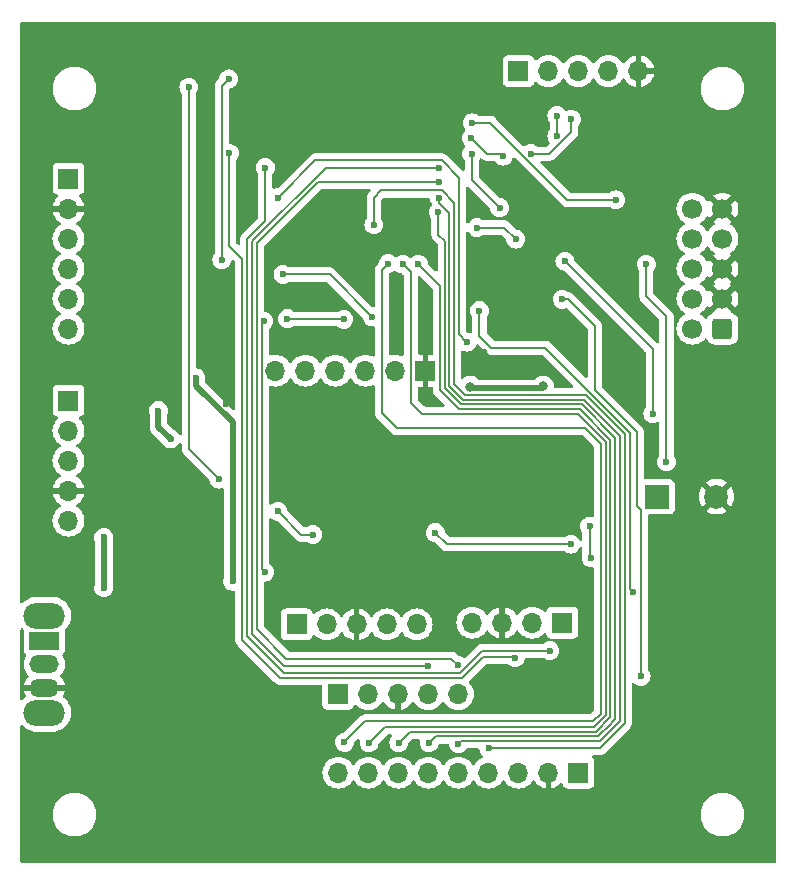
<source format=gbr>
%TF.GenerationSoftware,KiCad,Pcbnew,8.0.6*%
%TF.CreationDate,2024-11-05T15:11:28-06:00*%
%TF.ProjectId,werable_unit (1),77657261-626c-4655-9f75-6e6974202831,rev?*%
%TF.SameCoordinates,Original*%
%TF.FileFunction,Copper,L2,Bot*%
%TF.FilePolarity,Positive*%
%FSLAX46Y46*%
G04 Gerber Fmt 4.6, Leading zero omitted, Abs format (unit mm)*
G04 Created by KiCad (PCBNEW 8.0.6) date 2024-11-05 15:11:28*
%MOMM*%
%LPD*%
G01*
G04 APERTURE LIST*
G04 Aperture macros list*
%AMRoundRect*
0 Rectangle with rounded corners*
0 $1 Rounding radius*
0 $2 $3 $4 $5 $6 $7 $8 $9 X,Y pos of 4 corners*
0 Add a 4 corners polygon primitive as box body*
4,1,4,$2,$3,$4,$5,$6,$7,$8,$9,$2,$3,0*
0 Add four circle primitives for the rounded corners*
1,1,$1+$1,$2,$3*
1,1,$1+$1,$4,$5*
1,1,$1+$1,$6,$7*
1,1,$1+$1,$8,$9*
0 Add four rect primitives between the rounded corners*
20,1,$1+$1,$2,$3,$4,$5,0*
20,1,$1+$1,$4,$5,$6,$7,0*
20,1,$1+$1,$6,$7,$8,$9,0*
20,1,$1+$1,$8,$9,$2,$3,0*%
G04 Aperture macros list end*
%TA.AperFunction,ComponentPad*%
%ADD10R,1.700000X1.700000*%
%TD*%
%TA.AperFunction,ComponentPad*%
%ADD11O,1.700000X1.700000*%
%TD*%
%TA.AperFunction,ComponentPad*%
%ADD12O,3.500000X2.200000*%
%TD*%
%TA.AperFunction,ComponentPad*%
%ADD13R,2.500000X1.500000*%
%TD*%
%TA.AperFunction,ComponentPad*%
%ADD14O,2.500000X1.500000*%
%TD*%
%TA.AperFunction,ComponentPad*%
%ADD15RoundRect,0.250000X0.600000X0.600000X-0.600000X0.600000X-0.600000X-0.600000X0.600000X-0.600000X0*%
%TD*%
%TA.AperFunction,ComponentPad*%
%ADD16C,1.700000*%
%TD*%
%TA.AperFunction,ComponentPad*%
%ADD17R,2.000000X2.000000*%
%TD*%
%TA.AperFunction,ComponentPad*%
%ADD18C,2.000000*%
%TD*%
%TA.AperFunction,ViaPad*%
%ADD19C,0.600000*%
%TD*%
%TA.AperFunction,ViaPad*%
%ADD20C,0.800000*%
%TD*%
%TA.AperFunction,Conductor*%
%ADD21C,0.200000*%
%TD*%
%TA.AperFunction,Conductor*%
%ADD22C,0.500000*%
%TD*%
G04 APERTURE END LIST*
D10*
%TO.P,J5,1,Pin_1*%
%TO.N,+3V3*%
X95986600Y-105613200D03*
D11*
%TO.P,J5,2,Pin_2*%
%TO.N,unconnected-(J5-Pin_2-Pad2)*%
X98526600Y-105613200D03*
%TO.P,J5,3,Pin_3*%
%TO.N,GND*%
X101066600Y-105613200D03*
%TO.P,J5,4,Pin_4*%
%TO.N,/6DOF_SCL*%
X103606600Y-105613200D03*
%TO.P,J5,5,Pin_5*%
%TO.N,/6DOF_SDA*%
X106146600Y-105613200D03*
%TD*%
D12*
%TO.P,U7,*%
%TO.N,*%
X71120000Y-98992000D03*
X71120000Y-107192000D03*
D13*
%TO.P,U7,1,1*%
%TO.N,Net-(J11-BAT)*%
X71120000Y-101092000D03*
D14*
%TO.P,U7,2,2*%
%TO.N,/VBAT*%
X71120000Y-103092000D03*
%TO.P,U7,3,3*%
%TO.N,GND*%
X71120000Y-105092000D03*
%TD*%
D10*
%TO.P,J9,1,GND*%
%TO.N,GND*%
X103378000Y-78232000D03*
D11*
%TO.P,J9,2,3.3V*%
%TO.N,+3V3*%
X100838000Y-78232000D03*
%TO.P,J9,3,OUTPUT*%
%TO.N,/HR_OUTPUT*%
X98298000Y-78232000D03*
%TO.P,J9,4,LO-*%
%TO.N,/HR_LO-*%
X95758000Y-78232000D03*
%TO.P,J9,5,LO+*%
%TO.N,/HR_L0+*%
X93218000Y-78232000D03*
%TO.P,J9,6,SDN*%
%TO.N,unconnected-(J9-SDN-Pad6)*%
X90678000Y-78232000D03*
%TD*%
D10*
%TO.P,J2,1,Pin_1*%
%TO.N,+3V3*%
X92461000Y-99720400D03*
D11*
%TO.P,J2,2,Pin_2*%
%TO.N,unconnected-(J2-Pin_2-Pad2)*%
X95001000Y-99720400D03*
%TO.P,J2,3,Pin_3*%
%TO.N,GND*%
X97541000Y-99720400D03*
%TO.P,J2,4,Pin_4*%
%TO.N,/6DOF_SCL*%
X100081000Y-99720400D03*
%TO.P,J2,5,Pin_5*%
%TO.N,/6DOF_SDA*%
X102621000Y-99720400D03*
%TD*%
D15*
%TO.P,J12,1,VTref*%
%TO.N,Net-(J12-VTref)*%
X128524000Y-74676000D03*
D16*
%TO.P,J12,2,SWDIO/TMS*%
%TO.N,/MTMS*%
X125984000Y-74676000D03*
%TO.P,J12,3,GND*%
%TO.N,GND*%
X128524000Y-72136000D03*
%TO.P,J12,4,SWDCLK/TCK*%
%TO.N,/MTCK*%
X125984000Y-72136000D03*
%TO.P,J12,5,GND*%
%TO.N,GND*%
X128524000Y-69596000D03*
%TO.P,J12,6,SWO/TDO*%
%TO.N,/MTDO*%
X125984000Y-69596000D03*
%TO.P,J12,7,KEY*%
%TO.N,unconnected-(J12-KEY-Pad7)*%
X128524000Y-67056000D03*
%TO.P,J12,8,NC/TDI*%
%TO.N,/MTDI*%
X125984000Y-67056000D03*
%TO.P,J12,9,GNDDetect*%
%TO.N,GND*%
X128524000Y-64516000D03*
%TO.P,J12,10,~{RESET}*%
%TO.N,/CHIP_PU*%
X125984000Y-64516000D03*
%TD*%
D10*
%TO.P,J1,1,Pin_1*%
%TO.N,+3V3*%
X73152000Y-61976000D03*
D11*
%TO.P,J1,2,Pin_2*%
%TO.N,GND*%
X73152000Y-64516000D03*
%TO.P,J1,3,Pin_3*%
%TO.N,/GPIO5*%
X73152000Y-67056000D03*
%TO.P,J1,4,Pin_4*%
%TO.N,/GPIO6*%
X73152000Y-69596000D03*
%TO.P,J1,5,Pin_5*%
%TO.N,/GPIO7*%
X73152000Y-72136000D03*
%TO.P,J1,6,Pin_6*%
%TO.N,/GPIO15*%
X73152000Y-74676000D03*
%TD*%
D17*
%TO.P,U4,1,1*%
%TO.N,/BUZZER*%
X123016000Y-88900000D03*
D18*
%TO.P,U4,2,2*%
%TO.N,GND*%
X128016000Y-88900000D03*
%TD*%
D10*
%TO.P,J13,1,VIN*%
%TO.N,+3V3*%
X116332000Y-112268000D03*
D11*
%TO.P,J13,2,GND*%
%TO.N,GND*%
X113792000Y-112268000D03*
%TO.P,J13,3,EN*%
%TO.N,unconnected-(J13-EN-Pad3)*%
X111252000Y-112268000D03*
%TO.P,J13,4,G0*%
%TO.N,/LORA_G0*%
X108712000Y-112268000D03*
%TO.P,J13,5,SCK*%
%TO.N,/LORA_SCK*%
X106172000Y-112268000D03*
%TO.P,J13,6,MISO*%
%TO.N,/LORA_MISO*%
X103632000Y-112268000D03*
%TO.P,J13,7,MOSI*%
%TO.N,/LORA_MOSI*%
X101092000Y-112268000D03*
%TO.P,J13,8,CS*%
%TO.N,/LORA_CS*%
X98552000Y-112268000D03*
%TO.P,J13,9,RST*%
%TO.N,/LORA_RST*%
X96012000Y-112268000D03*
%TD*%
D10*
%TO.P,J11,1,5V*%
%TO.N,+5V*%
X73152000Y-80772000D03*
D11*
%TO.P,J11,2,D-*%
%TO.N,/D-*%
X73152000Y-83312000D03*
%TO.P,J11,3,D+*%
%TO.N,/D+*%
X73152000Y-85852000D03*
%TO.P,J11,4,GND*%
%TO.N,GND*%
X73152000Y-88392000D03*
%TO.P,J11,5,BAT*%
%TO.N,Net-(J11-BAT)*%
X73152000Y-90932000D03*
%TD*%
D10*
%TO.P,J8,1,Pin_1*%
%TO.N,/RTS*%
X111252000Y-52857400D03*
D11*
%TO.P,J8,2,Pin_2*%
%TO.N,/DTR*%
X113792000Y-52857400D03*
%TO.P,J8,3,Pin_3*%
%TO.N,/TX*%
X116332000Y-52857400D03*
%TO.P,J8,4,Pin_4*%
%TO.N,/RX*%
X118872000Y-52857400D03*
%TO.P,J8,5,Pin_5*%
%TO.N,GND*%
X121412000Y-52857400D03*
%TD*%
D10*
%TO.P,J3,1,Pin_1*%
%TO.N,/GPS_RX*%
X114960400Y-99568000D03*
D11*
%TO.P,J3,2,Pin_2*%
%TO.N,/GPS_TX*%
X112420400Y-99568000D03*
%TO.P,J3,3,Pin_3*%
%TO.N,GND*%
X109880400Y-99568000D03*
%TO.P,J3,4,Pin_4*%
%TO.N,+3V3*%
X107340400Y-99568000D03*
%TD*%
D19*
%TO.N,/BUTTON_1*%
X120980200Y-96951800D03*
X107950000Y-73150000D03*
%TO.N,GND*%
X97950000Y-75880000D03*
X79900000Y-57190000D03*
X90820000Y-75420000D03*
X75895200Y-88315800D03*
X82780000Y-106100000D03*
X108340000Y-76690000D03*
X121930000Y-73540000D03*
X91240000Y-81890000D03*
X120370000Y-67100000D03*
X108950000Y-55710000D03*
X108110000Y-70130000D03*
X90970000Y-92550000D03*
X91110000Y-98020000D03*
X84700000Y-66380000D03*
X94910000Y-75930000D03*
X103320000Y-75276000D03*
X112300000Y-69140000D03*
X95810000Y-83270000D03*
X97230000Y-70440000D03*
X94160000Y-87800000D03*
X125020000Y-76430000D03*
X119190000Y-69110000D03*
X116850000Y-72000000D03*
X86520000Y-81030000D03*
X115280000Y-54730000D03*
X110972600Y-114731800D03*
X89930000Y-106750000D03*
X106780000Y-78170000D03*
X91370000Y-71810000D03*
X114230000Y-64430000D03*
X74472800Y-106451400D03*
X111470000Y-64790000D03*
X107620000Y-64400000D03*
X100930000Y-75950000D03*
X86830000Y-70170000D03*
X119940000Y-71760000D03*
X108900000Y-53740000D03*
X121910000Y-64350000D03*
X84480400Y-102870000D03*
X104860000Y-87760000D03*
X96080000Y-72450000D03*
%TO.N,/BUTTON_2*%
X114960000Y-72200000D03*
X121630000Y-104120000D03*
%TO.N,/REG_IN*%
X83940000Y-78841600D03*
X87045800Y-96062800D03*
D20*
%TO.N,+3V3*%
X107176918Y-79589400D03*
X113343595Y-79568164D03*
D19*
%TO.N,/CHIP_PU*%
X104220000Y-91950000D03*
X123780000Y-85960000D03*
X83340000Y-54250000D03*
X115690000Y-92920000D03*
X93840000Y-92110000D03*
X122070000Y-69220000D03*
X85880000Y-87410000D03*
X90870000Y-90140000D03*
%TO.N,/GPIO0_STRAPPING*%
X115190000Y-68970000D03*
X117420000Y-94070000D03*
X122630000Y-81870000D03*
X107740000Y-66120000D03*
X117270000Y-91400000D03*
X111020000Y-67090000D03*
%TO.N,+5V*%
X80770000Y-81620000D03*
X81790000Y-84020000D03*
%TO.N,/VBAT_SENSE*%
X86131400Y-68834000D03*
X89671400Y-74041000D03*
X89763600Y-95296000D03*
X86715600Y-53543200D03*
%TO.N,/RTS*%
X114503200Y-56642000D03*
X114503200Y-58394600D03*
%TO.N,/DTR*%
X112318800Y-59867800D03*
X115722400Y-56953800D03*
%TO.N,/MTCK*%
X109651800Y-64439800D03*
X107289600Y-59867800D03*
%TO.N,/MTDI*%
X119481600Y-63779400D03*
X107340400Y-57251600D03*
%TO.N,/MTDO*%
X107264200Y-58547000D03*
X109956600Y-60071000D03*
%TO.N,/GPIO46_STRAPPING*%
X98860000Y-73680000D03*
X91320000Y-70090000D03*
%TO.N,/GPIO3_STRAPPING*%
X96469200Y-73888600D03*
X91694000Y-73837800D03*
%TO.N,/BUZZER*%
X90893900Y-63588900D03*
X106900000Y-75810000D03*
%TO.N,/LORA_CS*%
X98602800Y-109753400D03*
X101447600Y-69215000D03*
%TO.N,/LORA_SCK*%
X104521000Y-63576200D03*
X106172000Y-109807200D03*
%TO.N,/LORA_G0*%
X99009200Y-65887600D03*
X108737400Y-110207200D03*
%TO.N,/LORA_MISO*%
X104470200Y-64820800D03*
X103682800Y-109753400D03*
%TO.N,/LORA_RST*%
X100228400Y-69164200D03*
X96520000Y-109702600D03*
%TO.N,/6DOF_SDA*%
X104521000Y-62230000D03*
X106121200Y-103174800D03*
%TO.N,/LORA_MOSI*%
X102768400Y-69215000D03*
X101117400Y-109728000D03*
%TO.N,/6DOF_SCL*%
X103632000Y-103225600D03*
X104521000Y-61036200D03*
%TO.N,Net-(J11-BAT)*%
X76130000Y-96627800D03*
X76130000Y-92360000D03*
%TO.N,/GPS_TX*%
X110972600Y-102539800D03*
X86766400Y-59817000D03*
%TO.N,/GPS_RX*%
X113893600Y-101939800D03*
X89814400Y-61036200D03*
%TD*%
D21*
%TO.N,/BUTTON_1*%
X113516918Y-76290000D02*
X108950000Y-76290000D01*
X120710000Y-96681600D02*
X120710000Y-83483082D01*
X107950000Y-75290000D02*
X107950000Y-73150000D01*
X120710000Y-83483082D02*
X113516918Y-76290000D01*
X108950000Y-76290000D02*
X107950000Y-75290000D01*
X120980200Y-96951800D02*
X120710000Y-96681600D01*
%TO.N,/BUTTON_2*%
X121600000Y-90060000D02*
X121600000Y-103500000D01*
X117710000Y-74440000D02*
X117710000Y-79850000D01*
X117710000Y-79850000D02*
X121270000Y-83410000D01*
X121270000Y-83410000D02*
X121270000Y-89730000D01*
X121270000Y-89730000D02*
X121600000Y-90060000D01*
X114960000Y-72200000D02*
X115470000Y-72200000D01*
X121600000Y-104090000D02*
X121630000Y-104120000D01*
X121600000Y-103500000D02*
X121600000Y-104090000D01*
X115470000Y-72200000D02*
X117710000Y-74440000D01*
D22*
%TO.N,/REG_IN*%
X87045800Y-82616461D02*
X87045800Y-96062800D01*
X83940000Y-78841600D02*
X83940000Y-79510661D01*
X83940000Y-79510661D02*
X87045800Y-82616461D01*
%TO.N,+3V3*%
X113172359Y-79739400D02*
X107170000Y-79739400D01*
X107170000Y-79596318D02*
X107176918Y-79589400D01*
X113343595Y-79568164D02*
X113172359Y-79739400D01*
X107170000Y-79739400D02*
X107170000Y-79596318D01*
D21*
%TO.N,/CHIP_PU*%
X122070000Y-71930000D02*
X123780000Y-73640000D01*
X90870000Y-90140000D02*
X92840000Y-92110000D01*
X83340000Y-54250000D02*
X83340000Y-84870000D01*
X92840000Y-92110000D02*
X93840000Y-92110000D01*
X105190000Y-92920000D02*
X104220000Y-91950000D01*
X83340000Y-84870000D02*
X85880000Y-87410000D01*
X122070000Y-69220000D02*
X122070000Y-71930000D01*
X123780000Y-73640000D02*
X123780000Y-85960000D01*
X115690000Y-92920000D02*
X105190000Y-92920000D01*
%TO.N,/GPIO0_STRAPPING*%
X107740000Y-66120000D02*
X110050000Y-66120000D01*
X110050000Y-66120000D02*
X111020000Y-67090000D01*
X117270000Y-93920000D02*
X117270000Y-91400000D01*
X115190000Y-68970000D02*
X122630000Y-76410000D01*
X117420000Y-94070000D02*
X117270000Y-93920000D01*
X122630000Y-76410000D02*
X122630000Y-81870000D01*
D22*
%TO.N,+5V*%
X80770000Y-81620000D02*
X80770000Y-83000000D01*
X80770000Y-83000000D02*
X81790000Y-84020000D01*
D21*
%TO.N,/VBAT_SENSE*%
X86131400Y-54127400D02*
X86715600Y-53543200D01*
X89528000Y-95060400D02*
X89528000Y-74184400D01*
X89528000Y-74184400D02*
X89671400Y-74041000D01*
X86131400Y-68834000D02*
X86131400Y-54127400D01*
X89763600Y-95296000D02*
X89528000Y-95060400D01*
%TO.N,/RTS*%
X114503200Y-58394600D02*
X114503200Y-56642000D01*
%TO.N,/DTR*%
X112318800Y-59867800D02*
X113878529Y-59867800D01*
X115722400Y-58023929D02*
X115722400Y-56953800D01*
X113878529Y-59867800D02*
X115722400Y-58023929D01*
%TO.N,/MTCK*%
X109651800Y-64439800D02*
X107289600Y-62077600D01*
X107289600Y-62077600D02*
X107289600Y-59867800D01*
%TO.N,/MTDI*%
X108854071Y-57251600D02*
X107340400Y-57251600D01*
X115381871Y-63779400D02*
X108854071Y-57251600D01*
X119481600Y-63779400D02*
X115381871Y-63779400D01*
%TO.N,/MTDO*%
X109956600Y-60071000D02*
X109753400Y-59867800D01*
X108585000Y-59867800D02*
X107264200Y-58547000D01*
X109753400Y-59867800D02*
X108585000Y-59867800D01*
%TO.N,/GPIO46_STRAPPING*%
X95270000Y-70090000D02*
X98860000Y-73680000D01*
X91320000Y-70090000D02*
X95270000Y-70090000D01*
%TO.N,/GPIO3_STRAPPING*%
X91744800Y-73888600D02*
X91694000Y-73837800D01*
X96469200Y-73888600D02*
X91744800Y-73888600D01*
%TO.N,/BUZZER*%
X94056200Y-60426600D02*
X104759929Y-60426600D01*
X106222800Y-75172800D02*
X106843600Y-75793600D01*
X104759929Y-60426600D02*
X106222800Y-61889471D01*
X106222800Y-61889471D02*
X106222800Y-75172800D01*
X90893900Y-63588900D02*
X94056200Y-60426600D01*
%TO.N,/LORA_CS*%
X102133400Y-80949800D02*
X102133400Y-69900800D01*
X102133400Y-69900800D02*
X101447600Y-69215000D01*
X116288086Y-81889600D02*
X103073200Y-81889600D01*
X99949000Y-108407200D02*
X117659686Y-108407200D01*
X103073200Y-81889600D02*
X102133400Y-80949800D01*
X117659686Y-108407200D02*
X118637000Y-107429886D01*
X118637000Y-84238514D02*
X116288086Y-81889600D01*
X98602800Y-109753400D02*
X99949000Y-108407200D01*
X118637000Y-107429886D02*
X118637000Y-84238514D01*
%TO.N,/LORA_SCK*%
X106172000Y-109807200D02*
X106372000Y-109607200D01*
X116785144Y-80689600D02*
X106578400Y-80689600D01*
X118156744Y-109607200D02*
X119837000Y-107926944D01*
X105397200Y-79508400D02*
X105397200Y-64899271D01*
X104521000Y-64023071D02*
X104521000Y-63576200D01*
X119837000Y-83741456D02*
X119602685Y-83507142D01*
X119532400Y-83436856D02*
X116785144Y-80689600D01*
X119837000Y-107926944D02*
X119837000Y-83741456D01*
X106372000Y-109607200D02*
X118156744Y-109607200D01*
X119602685Y-83507142D02*
X119532400Y-83436856D01*
X105397200Y-64899271D02*
X104521000Y-64023071D01*
X106578400Y-80689600D02*
X105397200Y-79508400D01*
%TO.N,/LORA_G0*%
X108737400Y-110207200D02*
X118122429Y-110207200D01*
X106743886Y-80289400D02*
X105797200Y-79342714D01*
X104769529Y-62976200D02*
X99609200Y-62976200D01*
X118322430Y-110007200D02*
X120237000Y-108092630D01*
X99009200Y-63576200D02*
X99009200Y-65887600D01*
X105797200Y-64003871D02*
X104769529Y-62976200D01*
X118122429Y-110207200D02*
X118322430Y-110007200D01*
X116950632Y-80289400D02*
X106743886Y-80289400D01*
X105797200Y-79342714D02*
X105797200Y-64003871D01*
X99609200Y-62976200D02*
X99009200Y-63576200D01*
X120237000Y-83575768D02*
X116950632Y-80289400D01*
X120237000Y-108092630D02*
X120237000Y-83575768D01*
%TO.N,/LORA_MISO*%
X106388486Y-81089600D02*
X116619458Y-81089600D01*
X104229000Y-109207200D02*
X103682800Y-109753400D01*
X117991058Y-109207200D02*
X104229000Y-109207200D01*
X104997200Y-67240200D02*
X104997200Y-79698314D01*
X119437000Y-107761258D02*
X119202685Y-107995572D01*
X104997200Y-79698314D02*
X106388486Y-81089600D01*
X104470200Y-66713200D02*
X104997200Y-67240200D01*
X119075200Y-108123058D02*
X117991058Y-109207200D01*
X104470200Y-64820800D02*
X104470200Y-66713200D01*
X116619458Y-81089600D02*
X119437000Y-83907142D01*
X119202685Y-107995572D02*
X119075200Y-108123058D01*
X119437000Y-83907142D02*
X119437000Y-107761258D01*
%TO.N,/LORA_RST*%
X96520000Y-109702600D02*
X98298000Y-107924600D01*
X116916200Y-83083400D02*
X100939600Y-83083400D01*
X118237000Y-84404200D02*
X116916200Y-83083400D01*
X98298000Y-107924600D02*
X117576600Y-107924600D01*
X118237000Y-107264200D02*
X118237000Y-84404200D01*
X117576600Y-107924600D02*
X118237000Y-107264200D01*
X99688000Y-81831800D02*
X99688000Y-69704600D01*
X100939600Y-83083400D02*
X99688000Y-81831800D01*
X99688000Y-69704600D02*
X100228400Y-69164200D01*
%TO.N,/6DOF_SDA*%
X105572000Y-102625600D02*
X91602000Y-102625600D01*
X89071400Y-67450286D02*
X94291686Y-62230000D01*
X89071400Y-100095000D02*
X89071400Y-67450286D01*
X94291686Y-62230000D02*
X104521000Y-62230000D01*
X91602000Y-102625600D02*
X89071400Y-100095000D01*
X106121200Y-103174800D02*
X105572000Y-102625600D01*
%TO.N,/LORA_MOSI*%
X116453772Y-81489600D02*
X106222800Y-81489600D01*
X106222800Y-81489600D02*
X104597200Y-79864000D01*
X119037000Y-107595572D02*
X119037000Y-84072828D01*
X104597200Y-79864000D02*
X104597200Y-75666600D01*
X104597200Y-75666600D02*
X104597200Y-71043800D01*
X104597200Y-71043800D02*
X102768400Y-69215000D01*
X101117400Y-109728000D02*
X102038200Y-108807200D01*
X117652800Y-108807200D02*
X117825372Y-108807200D01*
X119037000Y-84072828D02*
X116453772Y-81489600D01*
X117825372Y-108807200D02*
X119037000Y-107595572D01*
X102038200Y-108807200D02*
X117652800Y-108807200D01*
%TO.N,/6DOF_SCL*%
X88671400Y-67284600D02*
X94919800Y-61036200D01*
X88671400Y-100507800D02*
X88671400Y-67284600D01*
X94919800Y-61036200D02*
X104521000Y-61036200D01*
X91389200Y-103225600D02*
X88671400Y-100507800D01*
X103632000Y-103225600D02*
X91389200Y-103225600D01*
D22*
%TO.N,Net-(J11-BAT)*%
X76149200Y-96647000D02*
X76130000Y-96627800D01*
X76130000Y-92360000D02*
X76130000Y-96627800D01*
D21*
%TO.N,/GPS_TX*%
X87871400Y-68796000D02*
X86766400Y-67691000D01*
X87871400Y-101035485D02*
X87871400Y-68796000D01*
X108221215Y-102489000D02*
X106475015Y-104235200D01*
X86766400Y-67691000D02*
X86766400Y-59817000D01*
X110921800Y-102489000D02*
X108221215Y-102489000D01*
X106475015Y-104235200D02*
X91071115Y-104235200D01*
X91071115Y-104235200D02*
X87871400Y-101035485D01*
X110972600Y-102539800D02*
X110921800Y-102489000D01*
%TO.N,/GPS_RX*%
X89823657Y-61045457D02*
X89814400Y-61036200D01*
X113893600Y-101939800D02*
X108204729Y-101939800D01*
X89823657Y-65566657D02*
X89823657Y-61045457D01*
X88271400Y-67118914D02*
X89823657Y-65566657D01*
X91423514Y-103825600D02*
X88271400Y-100673486D01*
X88271400Y-100673486D02*
X88271400Y-67118914D01*
X108204729Y-101939800D02*
X106318929Y-103825600D01*
X106318929Y-103825600D02*
X91423514Y-103825600D01*
%TD*%
%TA.AperFunction,Conductor*%
%TO.N,GND*%
G36*
X103628000Y-79582000D02*
G01*
X103872700Y-79582000D01*
X103939739Y-79601685D01*
X103985494Y-79654489D01*
X103996700Y-79706000D01*
X103996700Y-79777330D01*
X103996699Y-79777348D01*
X103996699Y-79943054D01*
X103996698Y-79943054D01*
X103996699Y-79943057D01*
X104037623Y-80095785D01*
X104040274Y-80100376D01*
X104040275Y-80100380D01*
X104040276Y-80100380D01*
X104116677Y-80232712D01*
X104116681Y-80232717D01*
X104235549Y-80351585D01*
X104235555Y-80351590D01*
X104961383Y-81077419D01*
X104994868Y-81138742D01*
X104989884Y-81208434D01*
X104948012Y-81264367D01*
X104882548Y-81288784D01*
X104873702Y-81289100D01*
X103373297Y-81289100D01*
X103306258Y-81269415D01*
X103285616Y-81252781D01*
X102770219Y-80737384D01*
X102736734Y-80676061D01*
X102733900Y-80649703D01*
X102733900Y-79706000D01*
X102753585Y-79638961D01*
X102806389Y-79593206D01*
X102857900Y-79582000D01*
X103128000Y-79582000D01*
X103128000Y-78665012D01*
X103185007Y-78697925D01*
X103312174Y-78732000D01*
X103443826Y-78732000D01*
X103570993Y-78697925D01*
X103628000Y-78665012D01*
X103628000Y-79582000D01*
G37*
%TD.AperFunction*%
%TA.AperFunction,Conductor*%
G36*
X107824144Y-76021526D02*
G01*
X107854631Y-76043867D01*
X108581284Y-76770520D01*
X108581286Y-76770521D01*
X108581290Y-76770524D01*
X108718209Y-76849573D01*
X108718216Y-76849577D01*
X108870943Y-76890501D01*
X108870945Y-76890501D01*
X109036654Y-76890501D01*
X109036670Y-76890500D01*
X113216821Y-76890500D01*
X113283860Y-76910185D01*
X113304502Y-76926819D01*
X115854902Y-79477219D01*
X115888387Y-79538542D01*
X115883403Y-79608234D01*
X115841531Y-79664167D01*
X115776067Y-79688584D01*
X115767221Y-79688900D01*
X114373055Y-79688900D01*
X114306016Y-79669215D01*
X114260261Y-79616411D01*
X114251138Y-79574479D01*
X114249734Y-79574627D01*
X114248665Y-79564452D01*
X114229269Y-79379908D01*
X114170774Y-79199880D01*
X114076128Y-79035948D01*
X113949466Y-78895276D01*
X113920481Y-78874217D01*
X113796329Y-78784015D01*
X113796324Y-78784012D01*
X113623402Y-78707021D01*
X113623397Y-78707019D01*
X113477596Y-78676029D01*
X113438241Y-78667664D01*
X113248949Y-78667664D01*
X113216492Y-78674562D01*
X113063792Y-78707019D01*
X113063787Y-78707021D01*
X112890865Y-78784012D01*
X112890860Y-78784015D01*
X112737730Y-78895270D01*
X112737728Y-78895271D01*
X112727110Y-78907064D01*
X112690364Y-78947874D01*
X112630879Y-78984521D01*
X112598216Y-78988900D01*
X107903176Y-78988900D01*
X107836137Y-78969215D01*
X107811027Y-78947873D01*
X107782789Y-78916512D01*
X107782782Y-78916506D01*
X107629652Y-78805251D01*
X107629647Y-78805248D01*
X107456725Y-78728257D01*
X107456720Y-78728255D01*
X107310919Y-78697265D01*
X107271564Y-78688900D01*
X107082272Y-78688900D01*
X107049815Y-78695798D01*
X106897115Y-78728255D01*
X106897110Y-78728257D01*
X106724188Y-78805248D01*
X106724183Y-78805251D01*
X106594585Y-78899410D01*
X106528779Y-78922890D01*
X106460725Y-78907064D01*
X106412030Y-78856958D01*
X106397700Y-78799092D01*
X106397700Y-76657091D01*
X106417385Y-76590052D01*
X106470189Y-76544297D01*
X106539347Y-76534353D01*
X106562655Y-76540050D01*
X106720737Y-76595366D01*
X106720743Y-76595367D01*
X106720745Y-76595368D01*
X106720746Y-76595368D01*
X106720750Y-76595369D01*
X106899996Y-76615565D01*
X106900000Y-76615565D01*
X106900004Y-76615565D01*
X107079249Y-76595369D01*
X107079252Y-76595368D01*
X107079255Y-76595368D01*
X107249522Y-76535789D01*
X107402262Y-76439816D01*
X107529816Y-76312262D01*
X107625789Y-76159522D01*
X107649908Y-76090594D01*
X107690630Y-76033818D01*
X107755582Y-76008070D01*
X107824144Y-76021526D01*
G37*
%TD.AperFunction*%
%TA.AperFunction,Conductor*%
G36*
X102939103Y-70235384D02*
G01*
X102945581Y-70241416D01*
X103960381Y-71256216D01*
X103993866Y-71317539D01*
X103996700Y-71343897D01*
X103996700Y-76758000D01*
X103977015Y-76825039D01*
X103924211Y-76870794D01*
X103872700Y-76882000D01*
X103628000Y-76882000D01*
X103628000Y-77798988D01*
X103570993Y-77766075D01*
X103443826Y-77732000D01*
X103312174Y-77732000D01*
X103185007Y-77766075D01*
X103128000Y-77798988D01*
X103128000Y-76882000D01*
X102857900Y-76882000D01*
X102790861Y-76862315D01*
X102745106Y-76809511D01*
X102733900Y-76758000D01*
X102733900Y-70329097D01*
X102753585Y-70262058D01*
X102806389Y-70216303D01*
X102875547Y-70206359D01*
X102939103Y-70235384D01*
G37*
%TD.AperFunction*%
%TA.AperFunction,Conductor*%
G36*
X98673341Y-62850185D02*
G01*
X98719096Y-62902989D01*
X98729040Y-62972147D01*
X98700015Y-63035703D01*
X98693983Y-63042181D01*
X98528681Y-63207482D01*
X98528675Y-63207490D01*
X98488466Y-63277136D01*
X98488466Y-63277138D01*
X98449623Y-63344414D01*
X98449623Y-63344415D01*
X98408699Y-63497143D01*
X98408699Y-63497145D01*
X98408699Y-63665246D01*
X98408700Y-63665259D01*
X98408700Y-65305187D01*
X98389015Y-65372226D01*
X98381650Y-65382496D01*
X98379386Y-65385334D01*
X98283411Y-65538076D01*
X98223831Y-65708345D01*
X98223830Y-65708350D01*
X98203635Y-65887596D01*
X98203635Y-65887603D01*
X98223830Y-66066849D01*
X98223831Y-66066854D01*
X98283411Y-66237123D01*
X98325829Y-66304630D01*
X98379384Y-66389862D01*
X98506938Y-66517416D01*
X98659678Y-66613389D01*
X98829945Y-66672968D01*
X98829950Y-66672969D01*
X99009196Y-66693165D01*
X99009200Y-66693165D01*
X99009204Y-66693165D01*
X99188449Y-66672969D01*
X99188452Y-66672968D01*
X99188455Y-66672968D01*
X99358722Y-66613389D01*
X99511462Y-66517416D01*
X99639016Y-66389862D01*
X99734989Y-66237122D01*
X99794568Y-66066855D01*
X99800128Y-66017508D01*
X99814765Y-65887603D01*
X99814765Y-65887596D01*
X99794569Y-65708350D01*
X99794568Y-65708345D01*
X99770469Y-65639475D01*
X99734989Y-65538078D01*
X99639016Y-65385338D01*
X99639014Y-65385336D01*
X99639013Y-65385334D01*
X99636750Y-65382496D01*
X99635859Y-65380315D01*
X99635311Y-65379442D01*
X99635464Y-65379345D01*
X99610344Y-65317809D01*
X99609700Y-65305187D01*
X99609700Y-63876297D01*
X99629385Y-63809258D01*
X99646019Y-63788616D01*
X99821616Y-63613019D01*
X99882939Y-63579534D01*
X99909297Y-63576700D01*
X103604678Y-63576700D01*
X103671717Y-63596385D01*
X103717472Y-63649189D01*
X103727898Y-63686817D01*
X103735630Y-63755449D01*
X103795210Y-63925721D01*
X103891184Y-64078462D01*
X103898140Y-64085418D01*
X103931625Y-64146741D01*
X103926641Y-64216433D01*
X103898141Y-64260780D01*
X103840384Y-64318537D01*
X103744411Y-64471276D01*
X103684831Y-64641545D01*
X103684830Y-64641550D01*
X103664635Y-64820796D01*
X103664635Y-64820803D01*
X103684830Y-65000049D01*
X103684831Y-65000054D01*
X103744411Y-65170323D01*
X103791564Y-65245365D01*
X103837154Y-65317922D01*
X103840385Y-65323063D01*
X103842645Y-65325897D01*
X103843534Y-65328075D01*
X103844089Y-65328958D01*
X103843934Y-65329055D01*
X103869055Y-65390583D01*
X103869700Y-65403212D01*
X103869700Y-66626530D01*
X103869699Y-66626548D01*
X103869699Y-66792254D01*
X103869698Y-66792254D01*
X103910623Y-66944985D01*
X103939558Y-66995100D01*
X103939559Y-66995104D01*
X103939560Y-66995104D01*
X103989679Y-67081914D01*
X103989681Y-67081917D01*
X104101485Y-67193721D01*
X104360381Y-67452616D01*
X104393866Y-67513939D01*
X104396700Y-67540297D01*
X104396700Y-69694702D01*
X104377015Y-69761741D01*
X104324211Y-69807496D01*
X104255053Y-69817440D01*
X104191497Y-69788415D01*
X104185019Y-69782383D01*
X103599100Y-69196465D01*
X103565615Y-69135142D01*
X103563563Y-69122686D01*
X103553768Y-69035745D01*
X103494189Y-68865478D01*
X103398216Y-68712738D01*
X103270662Y-68585184D01*
X103226605Y-68557501D01*
X103117923Y-68489211D01*
X102947654Y-68429631D01*
X102947649Y-68429630D01*
X102768404Y-68409435D01*
X102768396Y-68409435D01*
X102589150Y-68429630D01*
X102589145Y-68429631D01*
X102418876Y-68489211D01*
X102266137Y-68585184D01*
X102195681Y-68655641D01*
X102134358Y-68689126D01*
X102064666Y-68684142D01*
X102020319Y-68655641D01*
X101949862Y-68585184D01*
X101797123Y-68489211D01*
X101626854Y-68429631D01*
X101626849Y-68429630D01*
X101447604Y-68409435D01*
X101447596Y-68409435D01*
X101268350Y-68429630D01*
X101268345Y-68429631D01*
X101098076Y-68489211D01*
X100945333Y-68585186D01*
X100940792Y-68588808D01*
X100876102Y-68615208D01*
X100807408Y-68602444D01*
X100775810Y-68579532D01*
X100730662Y-68534384D01*
X100577923Y-68438411D01*
X100407654Y-68378831D01*
X100407649Y-68378830D01*
X100228404Y-68358635D01*
X100228396Y-68358635D01*
X100049150Y-68378830D01*
X100049145Y-68378831D01*
X99878876Y-68438411D01*
X99726137Y-68534384D01*
X99598584Y-68661937D01*
X99502610Y-68814678D01*
X99443030Y-68984950D01*
X99433237Y-69071868D01*
X99406170Y-69136282D01*
X99397699Y-69145665D01*
X99319286Y-69224078D01*
X99207481Y-69335882D01*
X99207479Y-69335884D01*
X99183792Y-69376912D01*
X99173780Y-69394255D01*
X99128423Y-69472815D01*
X99087499Y-69625543D01*
X99087499Y-69625545D01*
X99087499Y-69793646D01*
X99087500Y-69793659D01*
X99087500Y-72758902D01*
X99067815Y-72825941D01*
X99015011Y-72871696D01*
X98945853Y-72881640D01*
X98882297Y-72852615D01*
X98875819Y-72846583D01*
X95757590Y-69728355D01*
X95757588Y-69728352D01*
X95638717Y-69609481D01*
X95638709Y-69609475D01*
X95536936Y-69550717D01*
X95536934Y-69550716D01*
X95501790Y-69530425D01*
X95501789Y-69530424D01*
X95489263Y-69527067D01*
X95349057Y-69489499D01*
X95190943Y-69489499D01*
X95183347Y-69489499D01*
X95183331Y-69489500D01*
X91902412Y-69489500D01*
X91835373Y-69469815D01*
X91825097Y-69462445D01*
X91822263Y-69460185D01*
X91822262Y-69460184D01*
X91765496Y-69424515D01*
X91669523Y-69364211D01*
X91499254Y-69304631D01*
X91499249Y-69304630D01*
X91320004Y-69284435D01*
X91319996Y-69284435D01*
X91140750Y-69304630D01*
X91140745Y-69304631D01*
X90970476Y-69364211D01*
X90817737Y-69460184D01*
X90690184Y-69587737D01*
X90594211Y-69740476D01*
X90534631Y-69910745D01*
X90534630Y-69910750D01*
X90514435Y-70089996D01*
X90514435Y-70090003D01*
X90534630Y-70269249D01*
X90534631Y-70269254D01*
X90594211Y-70439523D01*
X90611729Y-70467402D01*
X90690184Y-70592262D01*
X90817738Y-70719816D01*
X90970478Y-70815789D01*
X91113973Y-70866000D01*
X91140745Y-70875368D01*
X91140750Y-70875369D01*
X91319996Y-70895565D01*
X91320000Y-70895565D01*
X91320004Y-70895565D01*
X91499249Y-70875369D01*
X91499252Y-70875368D01*
X91499255Y-70875368D01*
X91669522Y-70815789D01*
X91822262Y-70719816D01*
X91822267Y-70719810D01*
X91825097Y-70717555D01*
X91827275Y-70716665D01*
X91828158Y-70716111D01*
X91828255Y-70716265D01*
X91889783Y-70691145D01*
X91902412Y-70690500D01*
X94969903Y-70690500D01*
X95036942Y-70710185D01*
X95057584Y-70726819D01*
X98029298Y-73698534D01*
X98062783Y-73759857D01*
X98064837Y-73772331D01*
X98074630Y-73859249D01*
X98134210Y-74029521D01*
X98230184Y-74182262D01*
X98357738Y-74309816D01*
X98405874Y-74340062D01*
X98486180Y-74390522D01*
X98510478Y-74405789D01*
X98609951Y-74440596D01*
X98680745Y-74465368D01*
X98680750Y-74465369D01*
X98859996Y-74485565D01*
X98860000Y-74485565D01*
X98860003Y-74485565D01*
X98949616Y-74475468D01*
X99018438Y-74487522D01*
X99069818Y-74534871D01*
X99087500Y-74598688D01*
X99087500Y-76915396D01*
X99067815Y-76982435D01*
X99015011Y-77028190D01*
X98945853Y-77038134D01*
X98911096Y-77027778D01*
X98761669Y-76958099D01*
X98761655Y-76958094D01*
X98533413Y-76896938D01*
X98533403Y-76896936D01*
X98298001Y-76876341D01*
X98297999Y-76876341D01*
X98062596Y-76896936D01*
X98062586Y-76896938D01*
X97834344Y-76958094D01*
X97834335Y-76958098D01*
X97620171Y-77057964D01*
X97620169Y-77057965D01*
X97426597Y-77193505D01*
X97259505Y-77360597D01*
X97129575Y-77546158D01*
X97074998Y-77589783D01*
X97005500Y-77596977D01*
X96943145Y-77565454D01*
X96926425Y-77546158D01*
X96796494Y-77360597D01*
X96629402Y-77193506D01*
X96629395Y-77193501D01*
X96435834Y-77057967D01*
X96435830Y-77057965D01*
X96371094Y-77027778D01*
X96221663Y-76958097D01*
X96221659Y-76958096D01*
X96221655Y-76958094D01*
X95993413Y-76896938D01*
X95993403Y-76896936D01*
X95758001Y-76876341D01*
X95757999Y-76876341D01*
X95522596Y-76896936D01*
X95522586Y-76896938D01*
X95294344Y-76958094D01*
X95294335Y-76958098D01*
X95080171Y-77057964D01*
X95080169Y-77057965D01*
X94886597Y-77193505D01*
X94719505Y-77360597D01*
X94589575Y-77546158D01*
X94534998Y-77589783D01*
X94465500Y-77596977D01*
X94403145Y-77565454D01*
X94386425Y-77546158D01*
X94256494Y-77360597D01*
X94089402Y-77193506D01*
X94089395Y-77193501D01*
X93895834Y-77057967D01*
X93895830Y-77057965D01*
X93831094Y-77027778D01*
X93681663Y-76958097D01*
X93681659Y-76958096D01*
X93681655Y-76958094D01*
X93453413Y-76896938D01*
X93453403Y-76896936D01*
X93218001Y-76876341D01*
X93217999Y-76876341D01*
X92982596Y-76896936D01*
X92982586Y-76896938D01*
X92754344Y-76958094D01*
X92754335Y-76958098D01*
X92540171Y-77057964D01*
X92540169Y-77057965D01*
X92346597Y-77193505D01*
X92179505Y-77360597D01*
X92049575Y-77546158D01*
X91994998Y-77589783D01*
X91925500Y-77596977D01*
X91863145Y-77565454D01*
X91846425Y-77546158D01*
X91716494Y-77360597D01*
X91549402Y-77193506D01*
X91549395Y-77193501D01*
X91355834Y-77057967D01*
X91355830Y-77057965D01*
X91291094Y-77027778D01*
X91141663Y-76958097D01*
X91141659Y-76958096D01*
X91141655Y-76958094D01*
X90913413Y-76896938D01*
X90913403Y-76896936D01*
X90678001Y-76876341D01*
X90677999Y-76876341D01*
X90442596Y-76896936D01*
X90442583Y-76896939D01*
X90284592Y-76939271D01*
X90214742Y-76937608D01*
X90156880Y-76898445D01*
X90129377Y-76834216D01*
X90128500Y-76819496D01*
X90128500Y-74766546D01*
X90148185Y-74699507D01*
X90169214Y-74676216D01*
X90168738Y-74675740D01*
X90230090Y-74614388D01*
X90301216Y-74543262D01*
X90397189Y-74390522D01*
X90456768Y-74220255D01*
X90456769Y-74220249D01*
X90476965Y-74041003D01*
X90476965Y-74040996D01*
X90456769Y-73861750D01*
X90456768Y-73861745D01*
X90448388Y-73837796D01*
X90888435Y-73837796D01*
X90888435Y-73837803D01*
X90908630Y-74017049D01*
X90908631Y-74017054D01*
X90968211Y-74187323D01*
X91045179Y-74309816D01*
X91064184Y-74340062D01*
X91191738Y-74467616D01*
X91344478Y-74563589D01*
X91489653Y-74614388D01*
X91514745Y-74623168D01*
X91514750Y-74623169D01*
X91693996Y-74643365D01*
X91694000Y-74643365D01*
X91694004Y-74643365D01*
X91873249Y-74623169D01*
X91873252Y-74623168D01*
X91873255Y-74623168D01*
X92043522Y-74563589D01*
X92089227Y-74534871D01*
X92131821Y-74508107D01*
X92197794Y-74489100D01*
X95886788Y-74489100D01*
X95953827Y-74508785D01*
X95964103Y-74516155D01*
X95966936Y-74518414D01*
X95966938Y-74518416D01*
X96119678Y-74614389D01*
X96202487Y-74643365D01*
X96289945Y-74673968D01*
X96289950Y-74673969D01*
X96469196Y-74694165D01*
X96469200Y-74694165D01*
X96469204Y-74694165D01*
X96648449Y-74673969D01*
X96648452Y-74673968D01*
X96648455Y-74673968D01*
X96818722Y-74614389D01*
X96971462Y-74518416D01*
X97099016Y-74390862D01*
X97194989Y-74238122D01*
X97254568Y-74067855D01*
X97254569Y-74067849D01*
X97274765Y-73888603D01*
X97274765Y-73888596D01*
X97254569Y-73709350D01*
X97254568Y-73709345D01*
X97244852Y-73681578D01*
X97194989Y-73539078D01*
X97194775Y-73538738D01*
X97111370Y-73406000D01*
X97099016Y-73386338D01*
X96971462Y-73258784D01*
X96960317Y-73251781D01*
X96818723Y-73162811D01*
X96648454Y-73103231D01*
X96648449Y-73103230D01*
X96469204Y-73083035D01*
X96469196Y-73083035D01*
X96289950Y-73103230D01*
X96289945Y-73103231D01*
X96119676Y-73162811D01*
X95966936Y-73258785D01*
X95964103Y-73261045D01*
X95961924Y-73261934D01*
X95961042Y-73262489D01*
X95960944Y-73262334D01*
X95899417Y-73287455D01*
X95886788Y-73288100D01*
X92327740Y-73288100D01*
X92260701Y-73268415D01*
X92240059Y-73251781D01*
X92196262Y-73207984D01*
X92043523Y-73112011D01*
X91873254Y-73052431D01*
X91873249Y-73052430D01*
X91694004Y-73032235D01*
X91693996Y-73032235D01*
X91514750Y-73052430D01*
X91514745Y-73052431D01*
X91344476Y-73112011D01*
X91191737Y-73207984D01*
X91064184Y-73335537D01*
X90968211Y-73488276D01*
X90908631Y-73658545D01*
X90908630Y-73658550D01*
X90888435Y-73837796D01*
X90448388Y-73837796D01*
X90407093Y-73719783D01*
X90397189Y-73691478D01*
X90390968Y-73681578D01*
X90344323Y-73607342D01*
X90301216Y-73538738D01*
X90173662Y-73411184D01*
X90141837Y-73391187D01*
X90020921Y-73315210D01*
X89850649Y-73255630D01*
X89782016Y-73247897D01*
X89717602Y-73220830D01*
X89678047Y-73163235D01*
X89671900Y-73124677D01*
X89671900Y-67750383D01*
X89691585Y-67683344D01*
X89708219Y-67662702D01*
X94504102Y-62866819D01*
X94565425Y-62833334D01*
X94591783Y-62830500D01*
X98606302Y-62830500D01*
X98673341Y-62850185D01*
G37*
%TD.AperFunction*%
%TA.AperFunction,Conductor*%
G36*
X100868579Y-69776749D02*
G01*
X100900189Y-69799667D01*
X100945338Y-69844816D01*
X101098078Y-69940789D01*
X101268345Y-70000368D01*
X101355269Y-70010161D01*
X101419680Y-70037226D01*
X101429065Y-70045700D01*
X101496581Y-70113216D01*
X101530066Y-70174539D01*
X101532900Y-70200897D01*
X101532900Y-76871283D01*
X101513215Y-76938322D01*
X101460411Y-76984077D01*
X101391253Y-76994021D01*
X101356496Y-76983666D01*
X101343693Y-76977696D01*
X101301663Y-76958097D01*
X101301660Y-76958096D01*
X101301655Y-76958094D01*
X101073413Y-76896938D01*
X101073403Y-76896936D01*
X100838001Y-76876341D01*
X100837999Y-76876341D01*
X100602596Y-76896936D01*
X100602583Y-76896939D01*
X100444592Y-76939271D01*
X100374742Y-76937608D01*
X100316880Y-76898445D01*
X100289377Y-76834216D01*
X100288500Y-76819496D01*
X100288500Y-70073806D01*
X100308185Y-70006767D01*
X100360989Y-69961012D01*
X100398620Y-69950585D01*
X100407655Y-69949568D01*
X100577922Y-69889989D01*
X100730662Y-69794016D01*
X100730670Y-69794007D01*
X100735196Y-69790400D01*
X100799883Y-69763992D01*
X100868579Y-69776749D01*
G37*
%TD.AperFunction*%
%TA.AperFunction,Conductor*%
G36*
X128058075Y-72328993D02*
G01*
X128123901Y-72443007D01*
X128216993Y-72536099D01*
X128331007Y-72601925D01*
X128394590Y-72618962D01*
X127758208Y-73255342D01*
X127747788Y-73307193D01*
X127699172Y-73357376D01*
X127677032Y-73367205D01*
X127604674Y-73391182D01*
X127604663Y-73391187D01*
X127455342Y-73483289D01*
X127331289Y-73607342D01*
X127239187Y-73756663D01*
X127239183Y-73756673D01*
X127236335Y-73765268D01*
X127196560Y-73822711D01*
X127132044Y-73849531D01*
X127063268Y-73837214D01*
X127026517Y-73808233D01*
X127026324Y-73808427D01*
X127024682Y-73806785D01*
X127023642Y-73805965D01*
X127022494Y-73804597D01*
X126855402Y-73637506D01*
X126855396Y-73637501D01*
X126669842Y-73507575D01*
X126626217Y-73452998D01*
X126619023Y-73383500D01*
X126650546Y-73321145D01*
X126669842Y-73304425D01*
X126729121Y-73262917D01*
X126855401Y-73174495D01*
X127022495Y-73007401D01*
X127152732Y-72821403D01*
X127207307Y-72777780D01*
X127276805Y-72770586D01*
X127339160Y-72802109D01*
X127355880Y-72821405D01*
X127409073Y-72897373D01*
X128041037Y-72265409D01*
X128058075Y-72328993D01*
G37*
%TD.AperFunction*%
%TA.AperFunction,Conductor*%
G36*
X128058075Y-69788993D02*
G01*
X128123901Y-69903007D01*
X128216993Y-69996099D01*
X128331007Y-70061925D01*
X128394590Y-70078962D01*
X127762625Y-70710925D01*
X127839031Y-70764425D01*
X127882655Y-70819002D01*
X127889848Y-70888501D01*
X127858326Y-70950855D01*
X127839029Y-70967576D01*
X127762625Y-71021072D01*
X128394590Y-71653037D01*
X128331007Y-71670075D01*
X128216993Y-71735901D01*
X128123901Y-71828993D01*
X128058075Y-71943007D01*
X128041037Y-72006590D01*
X127409073Y-71374626D01*
X127355881Y-71450594D01*
X127301304Y-71494219D01*
X127231806Y-71501413D01*
X127169451Y-71469891D01*
X127152730Y-71450594D01*
X127022494Y-71264597D01*
X126855402Y-71097506D01*
X126855396Y-71097501D01*
X126669842Y-70967575D01*
X126626217Y-70912998D01*
X126619023Y-70843500D01*
X126650546Y-70781145D01*
X126669842Y-70764425D01*
X126733550Y-70719816D01*
X126855401Y-70634495D01*
X127022495Y-70467401D01*
X127152732Y-70281403D01*
X127207307Y-70237780D01*
X127276805Y-70230586D01*
X127339160Y-70262109D01*
X127355880Y-70281405D01*
X127409073Y-70357373D01*
X128041037Y-69725409D01*
X128058075Y-69788993D01*
G37*
%TD.AperFunction*%
%TA.AperFunction,Conductor*%
G36*
X127338855Y-67722546D02*
G01*
X127355575Y-67741842D01*
X127485500Y-67927395D01*
X127485505Y-67927401D01*
X127652599Y-68094495D01*
X127838158Y-68224425D01*
X127838594Y-68224730D01*
X127882218Y-68279307D01*
X127889411Y-68348806D01*
X127857889Y-68411160D01*
X127838593Y-68427880D01*
X127762626Y-68481072D01*
X127762625Y-68481072D01*
X128394590Y-69113037D01*
X128331007Y-69130075D01*
X128216993Y-69195901D01*
X128123901Y-69288993D01*
X128058075Y-69403007D01*
X128041037Y-69466590D01*
X127409073Y-68834626D01*
X127355881Y-68910594D01*
X127301304Y-68954219D01*
X127231806Y-68961413D01*
X127169451Y-68929891D01*
X127152730Y-68910594D01*
X127022494Y-68724597D01*
X126855402Y-68557506D01*
X126855396Y-68557501D01*
X126669842Y-68427575D01*
X126626217Y-68372998D01*
X126619023Y-68303500D01*
X126650546Y-68241145D01*
X126669842Y-68224425D01*
X126726672Y-68184632D01*
X126855401Y-68094495D01*
X127022495Y-67927401D01*
X127152425Y-67741842D01*
X127207002Y-67698217D01*
X127276500Y-67691023D01*
X127338855Y-67722546D01*
G37*
%TD.AperFunction*%
%TA.AperFunction,Conductor*%
G36*
X128058075Y-64708993D02*
G01*
X128123901Y-64823007D01*
X128216993Y-64916099D01*
X128331007Y-64981925D01*
X128394590Y-64998962D01*
X127762625Y-65630925D01*
X127838594Y-65684119D01*
X127882219Y-65738696D01*
X127889413Y-65808194D01*
X127857890Y-65870549D01*
X127838595Y-65887269D01*
X127652594Y-66017508D01*
X127485505Y-66184597D01*
X127355575Y-66370158D01*
X127300998Y-66413783D01*
X127231500Y-66420977D01*
X127169145Y-66389454D01*
X127152425Y-66370158D01*
X127022494Y-66184597D01*
X126855402Y-66017506D01*
X126855396Y-66017501D01*
X126669842Y-65887575D01*
X126626217Y-65832998D01*
X126619023Y-65763500D01*
X126650546Y-65701145D01*
X126669842Y-65684425D01*
X126727722Y-65643897D01*
X126855401Y-65554495D01*
X127022495Y-65387401D01*
X127152732Y-65201403D01*
X127207307Y-65157780D01*
X127276805Y-65150586D01*
X127339160Y-65182109D01*
X127355880Y-65201405D01*
X127409073Y-65277373D01*
X128041037Y-64645409D01*
X128058075Y-64708993D01*
G37*
%TD.AperFunction*%
%TA.AperFunction,Conductor*%
G36*
X132955608Y-48750402D02*
G01*
X133022642Y-48770097D01*
X133068388Y-48822908D01*
X133079586Y-48874385D01*
X133089412Y-119775289D01*
X133069737Y-119842331D01*
X133016939Y-119888093D01*
X132965374Y-119899306D01*
X69204288Y-119879692D01*
X69137254Y-119859987D01*
X69091516Y-119807169D01*
X69080326Y-119755728D01*
X69079202Y-115702711D01*
X71809500Y-115702711D01*
X71809500Y-115945288D01*
X71841161Y-116185785D01*
X71903947Y-116420104D01*
X71996773Y-116644205D01*
X71996776Y-116644212D01*
X72118064Y-116854289D01*
X72118066Y-116854292D01*
X72118067Y-116854293D01*
X72265733Y-117046736D01*
X72265739Y-117046743D01*
X72437256Y-117218260D01*
X72437262Y-117218265D01*
X72629711Y-117365936D01*
X72839788Y-117487224D01*
X73063900Y-117580054D01*
X73298211Y-117642838D01*
X73478586Y-117666584D01*
X73538711Y-117674500D01*
X73538712Y-117674500D01*
X73781289Y-117674500D01*
X73829388Y-117668167D01*
X74021789Y-117642838D01*
X74256100Y-117580054D01*
X74480212Y-117487224D01*
X74690289Y-117365936D01*
X74882738Y-117218265D01*
X75054265Y-117046738D01*
X75201936Y-116854289D01*
X75323224Y-116644212D01*
X75416054Y-116420100D01*
X75478838Y-116185789D01*
X75510500Y-115945288D01*
X75510500Y-115702712D01*
X75510500Y-115702711D01*
X126673500Y-115702711D01*
X126673500Y-115945288D01*
X126705161Y-116185785D01*
X126767947Y-116420104D01*
X126860773Y-116644205D01*
X126860776Y-116644212D01*
X126982064Y-116854289D01*
X126982066Y-116854292D01*
X126982067Y-116854293D01*
X127129733Y-117046736D01*
X127129739Y-117046743D01*
X127301256Y-117218260D01*
X127301262Y-117218265D01*
X127493711Y-117365936D01*
X127703788Y-117487224D01*
X127927900Y-117580054D01*
X128162211Y-117642838D01*
X128342586Y-117666584D01*
X128402711Y-117674500D01*
X128402712Y-117674500D01*
X128645289Y-117674500D01*
X128693388Y-117668167D01*
X128885789Y-117642838D01*
X129120100Y-117580054D01*
X129344212Y-117487224D01*
X129554289Y-117365936D01*
X129746738Y-117218265D01*
X129918265Y-117046738D01*
X130065936Y-116854289D01*
X130187224Y-116644212D01*
X130280054Y-116420100D01*
X130342838Y-116185789D01*
X130374500Y-115945288D01*
X130374500Y-115702712D01*
X130342838Y-115462211D01*
X130280054Y-115227900D01*
X130187224Y-115003788D01*
X130065936Y-114793711D01*
X129918265Y-114601262D01*
X129918260Y-114601256D01*
X129746743Y-114429739D01*
X129746736Y-114429733D01*
X129554293Y-114282067D01*
X129554292Y-114282066D01*
X129554289Y-114282064D01*
X129344212Y-114160776D01*
X129344205Y-114160773D01*
X129120104Y-114067947D01*
X128885785Y-114005161D01*
X128645289Y-113973500D01*
X128645288Y-113973500D01*
X128402712Y-113973500D01*
X128402711Y-113973500D01*
X128162214Y-114005161D01*
X127927895Y-114067947D01*
X127703794Y-114160773D01*
X127703785Y-114160777D01*
X127493706Y-114282067D01*
X127301263Y-114429733D01*
X127301256Y-114429739D01*
X127129739Y-114601256D01*
X127129733Y-114601263D01*
X126982067Y-114793706D01*
X126860777Y-115003785D01*
X126860773Y-115003794D01*
X126767947Y-115227895D01*
X126705161Y-115462214D01*
X126673500Y-115702711D01*
X75510500Y-115702711D01*
X75478838Y-115462211D01*
X75416054Y-115227900D01*
X75323224Y-115003788D01*
X75201936Y-114793711D01*
X75054265Y-114601262D01*
X75054260Y-114601256D01*
X74882743Y-114429739D01*
X74882736Y-114429733D01*
X74690293Y-114282067D01*
X74690292Y-114282066D01*
X74690289Y-114282064D01*
X74480212Y-114160776D01*
X74480205Y-114160773D01*
X74256104Y-114067947D01*
X74021785Y-114005161D01*
X73781289Y-113973500D01*
X73781288Y-113973500D01*
X73538712Y-113973500D01*
X73538711Y-113973500D01*
X73298214Y-114005161D01*
X73063895Y-114067947D01*
X72839794Y-114160773D01*
X72839785Y-114160777D01*
X72629706Y-114282067D01*
X72437263Y-114429733D01*
X72437256Y-114429739D01*
X72265739Y-114601256D01*
X72265733Y-114601263D01*
X72118067Y-114793706D01*
X71996777Y-115003785D01*
X71996773Y-115003794D01*
X71903947Y-115227895D01*
X71841161Y-115462214D01*
X71809500Y-115702711D01*
X69079202Y-115702711D01*
X69077167Y-108362008D01*
X69096833Y-108294967D01*
X69149624Y-108249198D01*
X69218780Y-108239235D01*
X69282344Y-108268243D01*
X69288848Y-108274297D01*
X69427345Y-108412794D01*
X69427350Y-108412798D01*
X69581922Y-108525100D01*
X69631155Y-108560870D01*
X69774184Y-108633747D01*
X69855616Y-108675239D01*
X69855618Y-108675239D01*
X69855621Y-108675241D01*
X70095215Y-108753090D01*
X70344038Y-108792500D01*
X70344039Y-108792500D01*
X71895961Y-108792500D01*
X71895962Y-108792500D01*
X72144785Y-108753090D01*
X72384379Y-108675241D01*
X72608845Y-108560870D01*
X72812656Y-108412793D01*
X72990793Y-108234656D01*
X73138870Y-108030845D01*
X73253241Y-107806379D01*
X73331090Y-107566785D01*
X73370500Y-107317962D01*
X73370500Y-107066038D01*
X73331090Y-106817215D01*
X73253241Y-106577621D01*
X73253239Y-106577618D01*
X73253239Y-106577616D01*
X73210515Y-106493766D01*
X73138870Y-106353155D01*
X73093734Y-106291030D01*
X72990798Y-106149350D01*
X72990794Y-106149345D01*
X72812654Y-105971205D01*
X72812649Y-105971201D01*
X72724837Y-105907402D01*
X72682171Y-105852072D01*
X72676192Y-105782459D01*
X72687237Y-105750789D01*
X72778418Y-105571837D01*
X72839218Y-105384716D01*
X72845984Y-105342000D01*
X71495278Y-105342000D01*
X71539333Y-105265694D01*
X71570000Y-105151244D01*
X71570000Y-105032756D01*
X71539333Y-104918306D01*
X71495278Y-104842000D01*
X72845984Y-104842000D01*
X72839218Y-104799283D01*
X72778418Y-104612162D01*
X72689095Y-104436856D01*
X72573444Y-104277678D01*
X72475801Y-104180035D01*
X72442316Y-104118712D01*
X72447300Y-104049020D01*
X72475801Y-104004673D01*
X72476431Y-104004043D01*
X72573828Y-103906646D01*
X72689524Y-103747405D01*
X72778884Y-103572025D01*
X72839709Y-103384826D01*
X72849158Y-103325168D01*
X72870500Y-103190422D01*
X72870500Y-102993577D01*
X72839709Y-102799173D01*
X72796304Y-102665588D01*
X72778884Y-102611975D01*
X72778882Y-102611972D01*
X72778882Y-102611970D01*
X72695850Y-102449011D01*
X72689524Y-102436595D01*
X72689522Y-102436592D01*
X72689521Y-102436590D01*
X72663217Y-102400386D01*
X72639736Y-102334580D01*
X72655561Y-102266526D01*
X72689219Y-102228237D01*
X72727546Y-102199546D01*
X72813796Y-102084331D01*
X72864091Y-101949483D01*
X72870500Y-101889873D01*
X72870499Y-100294128D01*
X72864091Y-100234517D01*
X72864089Y-100234514D01*
X72863330Y-100227445D01*
X72875736Y-100158685D01*
X72898938Y-100126510D01*
X72990793Y-100034656D01*
X73138870Y-99830845D01*
X73253241Y-99606379D01*
X73331090Y-99366785D01*
X73370500Y-99117962D01*
X73370500Y-98866038D01*
X73331090Y-98617215D01*
X73253241Y-98377621D01*
X73253239Y-98377618D01*
X73253239Y-98377616D01*
X73200546Y-98274202D01*
X73138870Y-98153155D01*
X73119952Y-98127117D01*
X72990798Y-97949350D01*
X72990794Y-97949345D01*
X72812654Y-97771205D01*
X72812649Y-97771201D01*
X72608848Y-97623132D01*
X72608847Y-97623131D01*
X72608845Y-97623130D01*
X72538747Y-97587413D01*
X72384383Y-97508760D01*
X72144785Y-97430910D01*
X71895962Y-97391500D01*
X70344038Y-97391500D01*
X70219626Y-97411205D01*
X70095214Y-97430910D01*
X69855616Y-97508760D01*
X69631151Y-97623132D01*
X69427351Y-97771200D01*
X69285927Y-97912624D01*
X69224604Y-97946108D01*
X69154912Y-97941124D01*
X69098979Y-97899252D01*
X69074562Y-97833788D01*
X69074246Y-97824976D01*
X69074231Y-97771207D01*
X69072731Y-92359996D01*
X75324435Y-92359996D01*
X75324435Y-92360003D01*
X75344630Y-92539249D01*
X75344631Y-92539254D01*
X75372542Y-92619017D01*
X75379500Y-92659972D01*
X75379500Y-96327828D01*
X75372542Y-96368782D01*
X75344631Y-96448547D01*
X75324435Y-96627796D01*
X75324435Y-96627803D01*
X75344630Y-96807049D01*
X75344631Y-96807054D01*
X75404211Y-96977323D01*
X75406998Y-96981758D01*
X75500184Y-97130062D01*
X75627738Y-97257616D01*
X75780478Y-97353589D01*
X75950745Y-97413168D01*
X75950750Y-97413169D01*
X76129996Y-97433365D01*
X76130000Y-97433365D01*
X76130004Y-97433365D01*
X76309249Y-97413169D01*
X76309252Y-97413168D01*
X76309255Y-97413168D01*
X76479522Y-97353589D01*
X76632262Y-97257616D01*
X76759816Y-97130062D01*
X76855789Y-96977322D01*
X76915368Y-96807055D01*
X76928262Y-96692616D01*
X76935565Y-96627803D01*
X76935565Y-96627796D01*
X76915368Y-96448547D01*
X76915368Y-96448545D01*
X76887458Y-96368782D01*
X76880500Y-96327828D01*
X76880500Y-92659972D01*
X76887458Y-92619017D01*
X76897428Y-92590524D01*
X76915368Y-92539255D01*
X76935565Y-92360000D01*
X76930929Y-92318855D01*
X76915369Y-92180750D01*
X76915368Y-92180745D01*
X76897351Y-92129255D01*
X76855789Y-92010478D01*
X76759816Y-91857738D01*
X76632262Y-91730184D01*
X76479523Y-91634211D01*
X76309254Y-91574631D01*
X76309249Y-91574630D01*
X76130004Y-91554435D01*
X76129996Y-91554435D01*
X75950750Y-91574630D01*
X75950745Y-91574631D01*
X75780476Y-91634211D01*
X75627737Y-91730184D01*
X75500184Y-91857737D01*
X75404211Y-92010476D01*
X75344631Y-92180745D01*
X75344630Y-92180750D01*
X75324435Y-92359996D01*
X69072731Y-92359996D01*
X69070223Y-83311999D01*
X71796341Y-83311999D01*
X71796341Y-83312000D01*
X71816936Y-83547403D01*
X71816938Y-83547413D01*
X71878094Y-83775655D01*
X71878096Y-83775659D01*
X71878097Y-83775663D01*
X71977965Y-83989830D01*
X71977967Y-83989834D01*
X72113501Y-84183395D01*
X72113506Y-84183402D01*
X72280597Y-84350493D01*
X72280603Y-84350498D01*
X72466158Y-84480425D01*
X72509783Y-84535002D01*
X72516977Y-84604500D01*
X72485454Y-84666855D01*
X72466158Y-84683575D01*
X72280597Y-84813505D01*
X72113505Y-84980597D01*
X71977965Y-85174169D01*
X71977964Y-85174171D01*
X71878098Y-85388335D01*
X71878094Y-85388344D01*
X71816938Y-85616586D01*
X71816936Y-85616596D01*
X71796341Y-85851999D01*
X71796341Y-85852000D01*
X71816936Y-86087403D01*
X71816938Y-86087413D01*
X71878094Y-86315655D01*
X71878096Y-86315659D01*
X71878097Y-86315663D01*
X71977965Y-86529830D01*
X71977967Y-86529834D01*
X72113501Y-86723395D01*
X72113506Y-86723402D01*
X72280597Y-86890493D01*
X72280603Y-86890498D01*
X72466594Y-87020730D01*
X72510219Y-87075307D01*
X72517413Y-87144805D01*
X72485890Y-87207160D01*
X72466595Y-87223880D01*
X72280922Y-87353890D01*
X72280920Y-87353891D01*
X72113891Y-87520920D01*
X72113886Y-87520926D01*
X71978400Y-87714420D01*
X71978399Y-87714422D01*
X71878570Y-87928507D01*
X71878567Y-87928513D01*
X71821364Y-88141999D01*
X71821364Y-88142000D01*
X72718988Y-88142000D01*
X72686075Y-88199007D01*
X72652000Y-88326174D01*
X72652000Y-88457826D01*
X72686075Y-88584993D01*
X72718988Y-88642000D01*
X71821364Y-88642000D01*
X71878567Y-88855486D01*
X71878570Y-88855492D01*
X71978399Y-89069578D01*
X72113894Y-89263082D01*
X72280917Y-89430105D01*
X72466595Y-89560119D01*
X72510219Y-89614696D01*
X72517412Y-89684195D01*
X72485890Y-89746549D01*
X72466595Y-89763269D01*
X72280594Y-89893508D01*
X72113505Y-90060597D01*
X71977965Y-90254169D01*
X71977964Y-90254171D01*
X71878098Y-90468335D01*
X71878094Y-90468344D01*
X71816938Y-90696586D01*
X71816936Y-90696596D01*
X71796341Y-90931999D01*
X71796341Y-90932000D01*
X71816936Y-91167403D01*
X71816938Y-91167413D01*
X71878094Y-91395655D01*
X71878096Y-91395659D01*
X71878097Y-91395663D01*
X71931180Y-91509500D01*
X71977965Y-91609830D01*
X71977967Y-91609834D01*
X72062238Y-91730184D01*
X72113505Y-91803401D01*
X72280599Y-91970495D01*
X72337698Y-92010476D01*
X72474165Y-92106032D01*
X72474167Y-92106033D01*
X72474170Y-92106035D01*
X72688337Y-92205903D01*
X72916592Y-92267063D01*
X73100817Y-92283181D01*
X73151999Y-92287659D01*
X73152000Y-92287659D01*
X73152001Y-92287659D01*
X73191234Y-92284226D01*
X73387408Y-92267063D01*
X73615663Y-92205903D01*
X73829830Y-92106035D01*
X74023401Y-91970495D01*
X74190495Y-91803401D01*
X74326035Y-91609830D01*
X74425903Y-91395663D01*
X74487063Y-91167408D01*
X74507659Y-90932000D01*
X74487063Y-90696592D01*
X74435831Y-90505389D01*
X74425905Y-90468344D01*
X74425904Y-90468343D01*
X74425903Y-90468337D01*
X74326035Y-90254171D01*
X74260136Y-90160056D01*
X74190494Y-90060597D01*
X74023402Y-89893506D01*
X74023401Y-89893505D01*
X73837405Y-89763269D01*
X73793781Y-89708692D01*
X73786588Y-89639193D01*
X73818110Y-89576839D01*
X73837405Y-89560119D01*
X74023082Y-89430105D01*
X74190105Y-89263082D01*
X74325600Y-89069578D01*
X74425429Y-88855492D01*
X74425432Y-88855486D01*
X74482636Y-88642000D01*
X73585012Y-88642000D01*
X73617925Y-88584993D01*
X73652000Y-88457826D01*
X73652000Y-88326174D01*
X73617925Y-88199007D01*
X73585012Y-88142000D01*
X74482636Y-88142000D01*
X74482635Y-88141999D01*
X74425432Y-87928513D01*
X74425429Y-87928507D01*
X74325600Y-87714422D01*
X74325599Y-87714420D01*
X74190113Y-87520926D01*
X74190108Y-87520920D01*
X74023078Y-87353890D01*
X73837405Y-87223879D01*
X73793780Y-87169302D01*
X73786588Y-87099804D01*
X73818110Y-87037449D01*
X73837406Y-87020730D01*
X74023401Y-86890495D01*
X74190495Y-86723401D01*
X74326035Y-86529830D01*
X74425903Y-86315663D01*
X74487063Y-86087408D01*
X74507659Y-85852000D01*
X74487063Y-85616592D01*
X74425903Y-85388337D01*
X74326035Y-85174171D01*
X74190495Y-84980599D01*
X74190494Y-84980597D01*
X74023402Y-84813506D01*
X74023396Y-84813501D01*
X73837842Y-84683575D01*
X73794217Y-84628998D01*
X73787023Y-84559500D01*
X73818546Y-84497145D01*
X73837842Y-84480425D01*
X73941624Y-84407756D01*
X74023401Y-84350495D01*
X74190495Y-84183401D01*
X74326035Y-83989830D01*
X74425903Y-83775663D01*
X74487063Y-83547408D01*
X74507659Y-83312000D01*
X74487063Y-83076592D01*
X74425903Y-82848337D01*
X74326035Y-82634171D01*
X74294758Y-82589503D01*
X74190496Y-82440600D01*
X74152130Y-82402234D01*
X74068567Y-82318671D01*
X74035084Y-82257351D01*
X74040068Y-82187659D01*
X74081939Y-82131725D01*
X74112915Y-82114810D01*
X74244331Y-82065796D01*
X74359546Y-81979546D01*
X74445796Y-81864331D01*
X74496091Y-81729483D01*
X74502500Y-81669873D01*
X74502500Y-81619996D01*
X79964435Y-81619996D01*
X79964435Y-81620003D01*
X79984630Y-81799249D01*
X79984631Y-81799254D01*
X80012542Y-81879017D01*
X80019500Y-81919972D01*
X80019500Y-83073918D01*
X80019500Y-83073920D01*
X80019499Y-83073920D01*
X80048340Y-83218907D01*
X80048343Y-83218917D01*
X80104913Y-83355490D01*
X80104914Y-83355492D01*
X80104915Y-83355494D01*
X80104916Y-83355495D01*
X80137343Y-83404025D01*
X80187048Y-83478416D01*
X81036692Y-84328060D01*
X81059356Y-84364129D01*
X81061188Y-84363247D01*
X81064207Y-84369516D01*
X81064211Y-84369522D01*
X81160184Y-84522262D01*
X81287738Y-84649816D01*
X81440478Y-84745789D01*
X81569509Y-84790939D01*
X81610745Y-84805368D01*
X81610750Y-84805369D01*
X81789996Y-84825565D01*
X81790000Y-84825565D01*
X81790004Y-84825565D01*
X81969249Y-84805369D01*
X81969252Y-84805368D01*
X81969255Y-84805368D01*
X82139522Y-84745789D01*
X82292262Y-84649816D01*
X82419816Y-84522262D01*
X82510506Y-84377930D01*
X82562841Y-84331639D01*
X82631895Y-84320991D01*
X82695743Y-84349366D01*
X82734115Y-84407756D01*
X82739500Y-84443902D01*
X82739500Y-84783330D01*
X82739499Y-84783348D01*
X82739499Y-84949054D01*
X82739498Y-84949054D01*
X82780423Y-85101785D01*
X82809358Y-85151900D01*
X82809359Y-85151904D01*
X82809360Y-85151904D01*
X82822214Y-85174169D01*
X82859479Y-85238714D01*
X82859481Y-85238717D01*
X82978349Y-85357585D01*
X82978355Y-85357590D01*
X85049298Y-87428533D01*
X85082783Y-87489856D01*
X85084837Y-87502330D01*
X85094630Y-87589249D01*
X85154210Y-87759521D01*
X85250184Y-87912262D01*
X85377738Y-88039816D01*
X85530478Y-88135789D01*
X85700739Y-88195366D01*
X85700745Y-88195368D01*
X85700750Y-88195369D01*
X85879996Y-88215565D01*
X85880000Y-88215565D01*
X85880004Y-88215565D01*
X86059249Y-88195369D01*
X86059251Y-88195368D01*
X86059255Y-88195368D01*
X86059258Y-88195366D01*
X86059262Y-88195366D01*
X86130345Y-88170493D01*
X86200123Y-88166930D01*
X86260751Y-88201659D01*
X86292979Y-88263652D01*
X86295300Y-88287534D01*
X86295300Y-95762828D01*
X86288342Y-95803782D01*
X86260431Y-95883547D01*
X86240235Y-96062796D01*
X86240235Y-96062803D01*
X86260430Y-96242049D01*
X86260431Y-96242054D01*
X86320011Y-96412323D01*
X86415984Y-96565062D01*
X86543538Y-96692616D01*
X86696278Y-96788589D01*
X86749051Y-96807055D01*
X86866545Y-96848168D01*
X86866550Y-96848169D01*
X87045796Y-96868365D01*
X87045800Y-96868365D01*
X87045802Y-96868365D01*
X87091126Y-96863257D01*
X87133016Y-96858538D01*
X87201838Y-96870592D01*
X87253217Y-96917941D01*
X87270900Y-96981758D01*
X87270900Y-100948815D01*
X87270899Y-100948833D01*
X87270899Y-101114539D01*
X87270898Y-101114539D01*
X87311823Y-101267270D01*
X87315701Y-101273986D01*
X87315704Y-101273992D01*
X87390877Y-101404197D01*
X87390881Y-101404202D01*
X87509749Y-101523070D01*
X87509755Y-101523075D01*
X90586254Y-104599574D01*
X90586264Y-104599585D01*
X90590594Y-104603915D01*
X90590595Y-104603916D01*
X90702399Y-104715720D01*
X90702401Y-104715721D01*
X90702405Y-104715724D01*
X90839324Y-104794773D01*
X90839331Y-104794777D01*
X90951134Y-104824734D01*
X90992057Y-104835700D01*
X90992058Y-104835700D01*
X94512100Y-104835700D01*
X94579139Y-104855385D01*
X94624894Y-104908189D01*
X94636100Y-104959700D01*
X94636100Y-106511070D01*
X94636101Y-106511076D01*
X94642508Y-106570683D01*
X94692802Y-106705528D01*
X94692806Y-106705535D01*
X94779052Y-106820744D01*
X94779055Y-106820747D01*
X94894264Y-106906993D01*
X94894271Y-106906997D01*
X95029117Y-106957291D01*
X95029116Y-106957291D01*
X95036044Y-106958035D01*
X95088727Y-106963700D01*
X96884472Y-106963699D01*
X96944083Y-106957291D01*
X97078931Y-106906996D01*
X97194146Y-106820746D01*
X97280396Y-106705531D01*
X97329410Y-106574116D01*
X97371281Y-106518184D01*
X97436745Y-106493766D01*
X97505018Y-106508617D01*
X97533273Y-106529769D01*
X97655199Y-106651695D01*
X97751984Y-106719465D01*
X97848765Y-106787232D01*
X97848767Y-106787233D01*
X97848770Y-106787235D01*
X98062937Y-106887103D01*
X98291192Y-106948263D01*
X98479518Y-106964739D01*
X98526599Y-106968859D01*
X98526600Y-106968859D01*
X98526601Y-106968859D01*
X98565834Y-106965426D01*
X98762008Y-106948263D01*
X98990263Y-106887103D01*
X99204430Y-106787235D01*
X99398001Y-106651695D01*
X99565095Y-106484601D01*
X99695330Y-106298605D01*
X99749907Y-106254981D01*
X99819405Y-106247787D01*
X99881760Y-106279310D01*
X99898479Y-106298605D01*
X100028490Y-106484278D01*
X100195517Y-106651305D01*
X100389021Y-106786800D01*
X100603107Y-106886629D01*
X100603116Y-106886633D01*
X100816600Y-106943834D01*
X100816600Y-106046212D01*
X100873607Y-106079125D01*
X101000774Y-106113200D01*
X101132426Y-106113200D01*
X101259593Y-106079125D01*
X101316600Y-106046212D01*
X101316600Y-106943833D01*
X101530083Y-106886633D01*
X101530092Y-106886629D01*
X101744178Y-106786800D01*
X101937682Y-106651305D01*
X102104705Y-106484282D01*
X102234719Y-106298605D01*
X102289296Y-106254981D01*
X102358795Y-106247788D01*
X102421149Y-106279310D01*
X102437869Y-106298605D01*
X102568105Y-106484601D01*
X102735199Y-106651695D01*
X102831984Y-106719465D01*
X102928765Y-106787232D01*
X102928767Y-106787233D01*
X102928770Y-106787235D01*
X103142937Y-106887103D01*
X103371192Y-106948263D01*
X103559518Y-106964739D01*
X103606599Y-106968859D01*
X103606600Y-106968859D01*
X103606601Y-106968859D01*
X103645834Y-106965426D01*
X103842008Y-106948263D01*
X104070263Y-106887103D01*
X104284430Y-106787235D01*
X104478001Y-106651695D01*
X104645095Y-106484601D01*
X104775025Y-106299042D01*
X104829602Y-106255417D01*
X104899100Y-106248223D01*
X104961455Y-106279746D01*
X104978175Y-106299042D01*
X105108100Y-106484595D01*
X105108105Y-106484601D01*
X105275199Y-106651695D01*
X105371984Y-106719465D01*
X105468765Y-106787232D01*
X105468767Y-106787233D01*
X105468770Y-106787235D01*
X105682937Y-106887103D01*
X105911192Y-106948263D01*
X106099518Y-106964739D01*
X106146599Y-106968859D01*
X106146600Y-106968859D01*
X106146601Y-106968859D01*
X106185834Y-106965426D01*
X106382008Y-106948263D01*
X106610263Y-106887103D01*
X106824430Y-106787235D01*
X107018001Y-106651695D01*
X107185095Y-106484601D01*
X107320635Y-106291030D01*
X107420503Y-106076863D01*
X107481663Y-105848608D01*
X107502259Y-105613200D01*
X107481663Y-105377792D01*
X107435226Y-105204485D01*
X107420505Y-105149544D01*
X107420504Y-105149543D01*
X107420503Y-105149537D01*
X107320635Y-104935371D01*
X107299628Y-104905369D01*
X107185094Y-104741797D01*
X107089054Y-104645757D01*
X107055569Y-104584434D01*
X107060553Y-104514742D01*
X107089054Y-104470395D01*
X107379415Y-104180035D01*
X108433632Y-103125819D01*
X108494955Y-103092334D01*
X108521313Y-103089500D01*
X110338860Y-103089500D01*
X110405899Y-103109185D01*
X110426541Y-103125819D01*
X110470338Y-103169616D01*
X110623078Y-103265589D01*
X110793345Y-103325168D01*
X110793350Y-103325169D01*
X110972596Y-103345365D01*
X110972600Y-103345365D01*
X110972604Y-103345365D01*
X111151849Y-103325169D01*
X111151852Y-103325168D01*
X111151855Y-103325168D01*
X111322122Y-103265589D01*
X111474862Y-103169616D01*
X111602416Y-103042062D01*
X111698389Y-102889322D01*
X111757968Y-102719055D01*
X111763993Y-102665589D01*
X111765702Y-102650417D01*
X111792768Y-102586003D01*
X111850363Y-102546448D01*
X111888922Y-102540300D01*
X113311188Y-102540300D01*
X113378227Y-102559985D01*
X113388503Y-102567355D01*
X113391336Y-102569614D01*
X113391338Y-102569616D01*
X113544078Y-102665589D01*
X113696858Y-102719049D01*
X113714345Y-102725168D01*
X113714350Y-102725169D01*
X113893596Y-102745365D01*
X113893600Y-102745365D01*
X113893604Y-102745365D01*
X114072849Y-102725169D01*
X114072852Y-102725168D01*
X114072855Y-102725168D01*
X114243122Y-102665589D01*
X114395862Y-102569616D01*
X114523416Y-102442062D01*
X114619389Y-102289322D01*
X114678968Y-102119055D01*
X114682880Y-102084335D01*
X114699165Y-101939803D01*
X114699165Y-101939796D01*
X114678969Y-101760550D01*
X114678968Y-101760545D01*
X114619388Y-101590276D01*
X114580182Y-101527880D01*
X114523416Y-101437538D01*
X114395862Y-101309984D01*
X114243122Y-101214011D01*
X114243119Y-101214009D01*
X114087458Y-101159540D01*
X114030682Y-101118818D01*
X114015508Y-101080538D01*
X113975261Y-101120787D01*
X113906988Y-101135639D01*
X113901953Y-101135176D01*
X113897205Y-101134641D01*
X113893600Y-101134235D01*
X113893599Y-101134235D01*
X113893596Y-101134235D01*
X113714350Y-101154430D01*
X113714345Y-101154431D01*
X113544076Y-101214011D01*
X113391336Y-101309985D01*
X113388503Y-101312245D01*
X113386324Y-101313134D01*
X113385442Y-101313689D01*
X113385344Y-101313534D01*
X113323817Y-101338655D01*
X113311188Y-101339300D01*
X108291398Y-101339300D01*
X108291382Y-101339299D01*
X108283786Y-101339299D01*
X108125672Y-101339299D01*
X108018316Y-101368065D01*
X107972939Y-101380224D01*
X107972938Y-101380225D01*
X107922825Y-101409159D01*
X107922824Y-101409160D01*
X107879418Y-101434220D01*
X107836014Y-101459279D01*
X107836011Y-101459281D01*
X106771285Y-102524008D01*
X106709962Y-102557493D01*
X106640270Y-102552509D01*
X106617632Y-102541321D01*
X106470721Y-102449010D01*
X106300449Y-102389430D01*
X106213530Y-102379637D01*
X106149116Y-102352570D01*
X106139733Y-102344098D01*
X106059590Y-102263955D01*
X106059588Y-102263952D01*
X105940717Y-102145081D01*
X105940709Y-102145075D01*
X105835496Y-102084331D01*
X105835495Y-102084330D01*
X105835495Y-102084331D01*
X105803785Y-102066023D01*
X105651057Y-102025099D01*
X105492943Y-102025099D01*
X105485347Y-102025099D01*
X105485331Y-102025100D01*
X91902097Y-102025100D01*
X91835058Y-102005415D01*
X91814416Y-101988781D01*
X89708219Y-99882584D01*
X89674734Y-99821261D01*
X89671900Y-99794903D01*
X89671900Y-98822535D01*
X91110500Y-98822535D01*
X91110500Y-100618270D01*
X91110501Y-100618276D01*
X91116908Y-100677883D01*
X91167202Y-100812728D01*
X91167206Y-100812735D01*
X91253452Y-100927944D01*
X91253455Y-100927947D01*
X91368664Y-101014193D01*
X91368671Y-101014197D01*
X91503517Y-101064491D01*
X91503516Y-101064491D01*
X91510444Y-101065235D01*
X91563127Y-101070900D01*
X93358872Y-101070899D01*
X93418483Y-101064491D01*
X93553331Y-101014196D01*
X93668546Y-100927946D01*
X93754796Y-100812731D01*
X93803810Y-100681316D01*
X93845681Y-100625384D01*
X93911145Y-100600966D01*
X93979418Y-100615817D01*
X94007673Y-100636969D01*
X94129599Y-100758895D01*
X94226384Y-100826665D01*
X94323165Y-100894432D01*
X94323167Y-100894433D01*
X94323170Y-100894435D01*
X94537337Y-100994303D01*
X94765592Y-101055463D01*
X94942034Y-101070900D01*
X95000999Y-101076059D01*
X95001000Y-101076059D01*
X95001001Y-101076059D01*
X95059966Y-101070900D01*
X95236408Y-101055463D01*
X95464663Y-100994303D01*
X95678830Y-100894435D01*
X95872401Y-100758895D01*
X96039495Y-100591801D01*
X96169730Y-100405805D01*
X96224307Y-100362181D01*
X96293805Y-100354987D01*
X96356160Y-100386510D01*
X96372879Y-100405805D01*
X96502890Y-100591478D01*
X96669917Y-100758505D01*
X96863421Y-100894000D01*
X97077507Y-100993829D01*
X97077516Y-100993833D01*
X97291000Y-101051034D01*
X97291000Y-100153412D01*
X97348007Y-100186325D01*
X97475174Y-100220400D01*
X97606826Y-100220400D01*
X97733993Y-100186325D01*
X97791000Y-100153412D01*
X97791000Y-101051033D01*
X98004483Y-100993833D01*
X98004492Y-100993829D01*
X98218578Y-100894000D01*
X98412082Y-100758505D01*
X98579105Y-100591482D01*
X98709119Y-100405805D01*
X98763696Y-100362181D01*
X98833195Y-100354988D01*
X98895549Y-100386510D01*
X98912269Y-100405805D01*
X99042505Y-100591801D01*
X99209599Y-100758895D01*
X99306384Y-100826665D01*
X99403165Y-100894432D01*
X99403167Y-100894433D01*
X99403170Y-100894435D01*
X99617337Y-100994303D01*
X99845592Y-101055463D01*
X100022034Y-101070900D01*
X100080999Y-101076059D01*
X100081000Y-101076059D01*
X100081001Y-101076059D01*
X100139966Y-101070900D01*
X100316408Y-101055463D01*
X100544663Y-100994303D01*
X100758830Y-100894435D01*
X100952401Y-100758895D01*
X101119495Y-100591801D01*
X101249425Y-100406242D01*
X101304002Y-100362617D01*
X101373500Y-100355423D01*
X101435855Y-100386946D01*
X101452575Y-100406242D01*
X101582500Y-100591795D01*
X101582505Y-100591801D01*
X101749599Y-100758895D01*
X101846384Y-100826665D01*
X101943165Y-100894432D01*
X101943167Y-100894433D01*
X101943170Y-100894435D01*
X102157337Y-100994303D01*
X102385592Y-101055463D01*
X102562034Y-101070900D01*
X102620999Y-101076059D01*
X102621000Y-101076059D01*
X102621001Y-101076059D01*
X102679966Y-101070900D01*
X102856408Y-101055463D01*
X103084663Y-100994303D01*
X103298830Y-100894435D01*
X103492401Y-100758895D01*
X103659495Y-100591801D01*
X103795035Y-100398230D01*
X103894903Y-100184063D01*
X103956063Y-99955808D01*
X103976659Y-99720400D01*
X103963325Y-99567999D01*
X105984741Y-99567999D01*
X105984741Y-99568000D01*
X106005336Y-99803403D01*
X106005338Y-99803413D01*
X106066494Y-100031655D01*
X106066496Y-100031659D01*
X106066497Y-100031663D01*
X106146201Y-100202588D01*
X106166365Y-100245830D01*
X106166367Y-100245834D01*
X106264870Y-100386510D01*
X106301905Y-100439401D01*
X106468999Y-100606495D01*
X106565784Y-100674265D01*
X106662565Y-100742032D01*
X106662567Y-100742033D01*
X106662570Y-100742035D01*
X106876737Y-100841903D01*
X107104992Y-100903063D01*
X107281434Y-100918500D01*
X107340399Y-100923659D01*
X107340400Y-100923659D01*
X107340401Y-100923659D01*
X107399366Y-100918500D01*
X107575808Y-100903063D01*
X107804063Y-100841903D01*
X108018230Y-100742035D01*
X108211801Y-100606495D01*
X108378895Y-100439401D01*
X108509130Y-100253405D01*
X108563707Y-100209781D01*
X108633205Y-100202587D01*
X108695560Y-100234110D01*
X108712279Y-100253405D01*
X108842290Y-100439078D01*
X109009317Y-100606105D01*
X109202821Y-100741600D01*
X109416907Y-100841429D01*
X109416916Y-100841433D01*
X109630400Y-100898634D01*
X109630400Y-100001012D01*
X109687407Y-100033925D01*
X109814574Y-100068000D01*
X109946226Y-100068000D01*
X110073393Y-100033925D01*
X110130400Y-100001012D01*
X110130400Y-100898633D01*
X110343883Y-100841433D01*
X110343892Y-100841429D01*
X110557978Y-100741600D01*
X110751482Y-100606105D01*
X110918505Y-100439082D01*
X111048519Y-100253405D01*
X111103096Y-100209781D01*
X111172595Y-100202588D01*
X111234949Y-100234110D01*
X111251669Y-100253405D01*
X111381905Y-100439401D01*
X111548999Y-100606495D01*
X111645784Y-100674265D01*
X111742565Y-100742032D01*
X111742567Y-100742033D01*
X111742570Y-100742035D01*
X111956737Y-100841903D01*
X112184992Y-100903063D01*
X112361434Y-100918500D01*
X112420399Y-100923659D01*
X112420400Y-100923659D01*
X112420401Y-100923659D01*
X112479366Y-100918500D01*
X112655808Y-100903063D01*
X112884063Y-100841903D01*
X113098230Y-100742035D01*
X113291801Y-100606495D01*
X113413729Y-100484566D01*
X113475048Y-100451084D01*
X113544740Y-100456068D01*
X113600674Y-100497939D01*
X113617589Y-100528917D01*
X113666602Y-100660328D01*
X113666606Y-100660335D01*
X113752852Y-100775544D01*
X113752855Y-100775547D01*
X113868064Y-100861793D01*
X113868071Y-100861797D01*
X113959166Y-100895773D01*
X114015100Y-100937644D01*
X114028823Y-100974437D01*
X114066779Y-100934901D01*
X114128409Y-100918499D01*
X115858272Y-100918499D01*
X115917883Y-100912091D01*
X116052731Y-100861796D01*
X116167946Y-100775546D01*
X116254196Y-100660331D01*
X116304491Y-100525483D01*
X116310900Y-100465873D01*
X116310899Y-98670128D01*
X116304491Y-98610517D01*
X116303210Y-98607083D01*
X116254197Y-98475671D01*
X116254193Y-98475664D01*
X116167947Y-98360455D01*
X116167944Y-98360452D01*
X116052735Y-98274206D01*
X116052728Y-98274202D01*
X115917882Y-98223908D01*
X115917883Y-98223908D01*
X115858283Y-98217501D01*
X115858281Y-98217500D01*
X115858273Y-98217500D01*
X115858264Y-98217500D01*
X114062529Y-98217500D01*
X114062523Y-98217501D01*
X114002916Y-98223908D01*
X113868071Y-98274202D01*
X113868064Y-98274206D01*
X113752855Y-98360452D01*
X113752852Y-98360455D01*
X113666606Y-98475664D01*
X113666603Y-98475669D01*
X113617589Y-98607083D01*
X113575717Y-98663016D01*
X113510253Y-98687433D01*
X113441980Y-98672581D01*
X113413726Y-98651430D01*
X113291802Y-98529506D01*
X113291795Y-98529501D01*
X113098234Y-98393967D01*
X113098230Y-98393965D01*
X113063180Y-98377621D01*
X112884063Y-98294097D01*
X112884059Y-98294096D01*
X112884055Y-98294094D01*
X112655813Y-98232938D01*
X112655803Y-98232936D01*
X112420401Y-98212341D01*
X112420399Y-98212341D01*
X112184996Y-98232936D01*
X112184986Y-98232938D01*
X111956744Y-98294094D01*
X111956735Y-98294098D01*
X111742571Y-98393964D01*
X111742569Y-98393965D01*
X111548997Y-98529505D01*
X111381908Y-98696594D01*
X111251669Y-98882595D01*
X111197092Y-98926219D01*
X111127593Y-98933412D01*
X111065239Y-98901890D01*
X111048519Y-98882594D01*
X110918513Y-98696926D01*
X110918508Y-98696920D01*
X110751482Y-98529894D01*
X110557978Y-98394399D01*
X110343892Y-98294570D01*
X110343886Y-98294567D01*
X110130400Y-98237364D01*
X110130400Y-99134988D01*
X110073393Y-99102075D01*
X109946226Y-99068000D01*
X109814574Y-99068000D01*
X109687407Y-99102075D01*
X109630400Y-99134988D01*
X109630400Y-98237364D01*
X109630399Y-98237364D01*
X109416913Y-98294567D01*
X109416907Y-98294570D01*
X109202822Y-98394399D01*
X109202820Y-98394400D01*
X109009326Y-98529886D01*
X109009320Y-98529891D01*
X108842291Y-98696920D01*
X108842290Y-98696922D01*
X108712280Y-98882595D01*
X108657703Y-98926219D01*
X108588204Y-98933412D01*
X108525850Y-98901890D01*
X108509130Y-98882594D01*
X108378894Y-98696597D01*
X108211802Y-98529506D01*
X108211795Y-98529501D01*
X108018234Y-98393967D01*
X108018230Y-98393965D01*
X107983180Y-98377621D01*
X107804063Y-98294097D01*
X107804059Y-98294096D01*
X107804055Y-98294094D01*
X107575813Y-98232938D01*
X107575803Y-98232936D01*
X107340401Y-98212341D01*
X107340399Y-98212341D01*
X107104996Y-98232936D01*
X107104986Y-98232938D01*
X106876744Y-98294094D01*
X106876735Y-98294098D01*
X106662571Y-98393964D01*
X106662569Y-98393965D01*
X106468997Y-98529505D01*
X106301905Y-98696597D01*
X106166365Y-98890169D01*
X106166364Y-98890171D01*
X106066498Y-99104335D01*
X106066494Y-99104344D01*
X106005338Y-99332586D01*
X106005336Y-99332596D01*
X105984741Y-99567999D01*
X103963325Y-99567999D01*
X103956063Y-99484992D01*
X103894903Y-99256737D01*
X103795035Y-99042571D01*
X103789731Y-99034995D01*
X103659494Y-98848997D01*
X103492402Y-98681906D01*
X103492395Y-98681901D01*
X103475574Y-98670123D01*
X103415518Y-98628071D01*
X103298834Y-98546367D01*
X103298830Y-98546365D01*
X103262665Y-98529501D01*
X103084663Y-98446497D01*
X103084659Y-98446496D01*
X103084655Y-98446494D01*
X102856413Y-98385338D01*
X102856403Y-98385336D01*
X102621001Y-98364741D01*
X102620999Y-98364741D01*
X102385596Y-98385336D01*
X102385586Y-98385338D01*
X102157344Y-98446494D01*
X102157335Y-98446498D01*
X101943171Y-98546364D01*
X101943169Y-98546365D01*
X101749597Y-98681905D01*
X101582505Y-98848997D01*
X101452575Y-99034558D01*
X101397998Y-99078183D01*
X101328500Y-99085377D01*
X101266145Y-99053854D01*
X101249425Y-99034558D01*
X101119494Y-98848997D01*
X100952402Y-98681906D01*
X100952395Y-98681901D01*
X100935574Y-98670123D01*
X100875518Y-98628071D01*
X100758834Y-98546367D01*
X100758830Y-98546365D01*
X100722665Y-98529501D01*
X100544663Y-98446497D01*
X100544659Y-98446496D01*
X100544655Y-98446494D01*
X100316413Y-98385338D01*
X100316403Y-98385336D01*
X100081001Y-98364741D01*
X100080999Y-98364741D01*
X99845596Y-98385336D01*
X99845586Y-98385338D01*
X99617344Y-98446494D01*
X99617335Y-98446498D01*
X99403171Y-98546364D01*
X99403169Y-98546365D01*
X99209597Y-98681905D01*
X99042508Y-98848994D01*
X98912269Y-99034995D01*
X98857692Y-99078619D01*
X98788193Y-99085812D01*
X98725839Y-99054290D01*
X98709119Y-99034994D01*
X98579113Y-98849326D01*
X98579108Y-98849320D01*
X98412082Y-98682294D01*
X98218578Y-98546799D01*
X98004492Y-98446970D01*
X98004486Y-98446967D01*
X97791000Y-98389764D01*
X97791000Y-99287388D01*
X97733993Y-99254475D01*
X97606826Y-99220400D01*
X97475174Y-99220400D01*
X97348007Y-99254475D01*
X97291000Y-99287388D01*
X97291000Y-98389764D01*
X97290999Y-98389764D01*
X97077513Y-98446967D01*
X97077507Y-98446970D01*
X96863422Y-98546799D01*
X96863420Y-98546800D01*
X96669926Y-98682286D01*
X96669920Y-98682291D01*
X96502891Y-98849320D01*
X96502890Y-98849322D01*
X96372880Y-99034995D01*
X96318303Y-99078619D01*
X96248804Y-99085812D01*
X96186450Y-99054290D01*
X96169730Y-99034994D01*
X96039494Y-98848997D01*
X95872402Y-98681906D01*
X95872395Y-98681901D01*
X95855574Y-98670123D01*
X95795518Y-98628071D01*
X95678834Y-98546367D01*
X95678830Y-98546365D01*
X95642665Y-98529501D01*
X95464663Y-98446497D01*
X95464659Y-98446496D01*
X95464655Y-98446494D01*
X95236413Y-98385338D01*
X95236403Y-98385336D01*
X95001001Y-98364741D01*
X95000999Y-98364741D01*
X94765596Y-98385336D01*
X94765586Y-98385338D01*
X94537344Y-98446494D01*
X94537335Y-98446498D01*
X94323171Y-98546364D01*
X94323169Y-98546365D01*
X94129600Y-98681903D01*
X94007673Y-98803830D01*
X93946350Y-98837314D01*
X93876658Y-98832330D01*
X93820725Y-98790458D01*
X93803810Y-98759481D01*
X93754797Y-98628071D01*
X93754793Y-98628064D01*
X93668547Y-98512855D01*
X93668544Y-98512852D01*
X93553335Y-98426606D01*
X93553328Y-98426602D01*
X93418482Y-98376308D01*
X93418483Y-98376308D01*
X93358883Y-98369901D01*
X93358881Y-98369900D01*
X93358873Y-98369900D01*
X93358864Y-98369900D01*
X91563129Y-98369900D01*
X91563123Y-98369901D01*
X91503516Y-98376308D01*
X91368671Y-98426602D01*
X91368664Y-98426606D01*
X91253455Y-98512852D01*
X91253452Y-98512855D01*
X91167206Y-98628064D01*
X91167202Y-98628071D01*
X91116908Y-98762917D01*
X91110501Y-98822516D01*
X91110500Y-98822535D01*
X89671900Y-98822535D01*
X89671900Y-96222710D01*
X89691585Y-96155671D01*
X89744389Y-96109916D01*
X89782017Y-96099490D01*
X89942849Y-96081369D01*
X89942852Y-96081368D01*
X89942855Y-96081368D01*
X90113122Y-96021789D01*
X90265862Y-95925816D01*
X90393416Y-95798262D01*
X90489389Y-95645522D01*
X90548968Y-95475255D01*
X90569165Y-95296000D01*
X90548968Y-95116745D01*
X90489389Y-94946478D01*
X90393416Y-94793738D01*
X90265862Y-94666184D01*
X90265860Y-94666182D01*
X90265858Y-94666181D01*
X90186527Y-94616333D01*
X90140237Y-94563998D01*
X90128500Y-94511340D01*
X90128500Y-90829940D01*
X90148185Y-90762901D01*
X90200989Y-90717146D01*
X90270147Y-90707202D01*
X90333703Y-90736227D01*
X90340181Y-90742259D01*
X90367738Y-90769816D01*
X90520478Y-90865789D01*
X90690745Y-90925368D01*
X90777669Y-90935161D01*
X90842080Y-90962226D01*
X90851464Y-90970699D01*
X92471284Y-92590520D01*
X92471286Y-92590521D01*
X92471290Y-92590524D01*
X92590660Y-92659441D01*
X92608216Y-92669577D01*
X92760943Y-92710501D01*
X92760945Y-92710501D01*
X92926654Y-92710501D01*
X92926670Y-92710500D01*
X93257588Y-92710500D01*
X93324627Y-92730185D01*
X93334903Y-92737555D01*
X93337736Y-92739814D01*
X93337738Y-92739816D01*
X93490478Y-92835789D01*
X93660745Y-92895368D01*
X93660750Y-92895369D01*
X93839996Y-92915565D01*
X93840000Y-92915565D01*
X93840004Y-92915565D01*
X94019249Y-92895369D01*
X94019252Y-92895368D01*
X94019255Y-92895368D01*
X94189522Y-92835789D01*
X94342262Y-92739816D01*
X94469816Y-92612262D01*
X94565789Y-92459522D01*
X94625368Y-92289255D01*
X94625548Y-92287659D01*
X94645565Y-92110003D01*
X94645565Y-92109996D01*
X94625369Y-91930750D01*
X94625368Y-91930745D01*
X94599821Y-91857737D01*
X94565789Y-91760478D01*
X94469816Y-91607738D01*
X94342262Y-91480184D01*
X94290623Y-91447737D01*
X94189523Y-91384211D01*
X94019254Y-91324631D01*
X94019249Y-91324630D01*
X93840004Y-91304435D01*
X93839996Y-91304435D01*
X93660750Y-91324630D01*
X93660745Y-91324631D01*
X93490476Y-91384211D01*
X93337736Y-91480185D01*
X93334903Y-91482445D01*
X93332724Y-91483334D01*
X93331842Y-91483889D01*
X93331744Y-91483734D01*
X93270217Y-91508855D01*
X93257588Y-91509500D01*
X93140098Y-91509500D01*
X93073059Y-91489815D01*
X93052417Y-91473181D01*
X91700700Y-90121465D01*
X91667215Y-90060142D01*
X91665163Y-90047686D01*
X91655368Y-89960745D01*
X91595789Y-89790478D01*
X91499816Y-89637738D01*
X91372262Y-89510184D01*
X91290654Y-89458906D01*
X91219523Y-89414211D01*
X91049254Y-89354631D01*
X91049249Y-89354630D01*
X90870004Y-89334435D01*
X90869996Y-89334435D01*
X90690750Y-89354630D01*
X90690745Y-89354631D01*
X90520476Y-89414211D01*
X90367737Y-89510184D01*
X90340181Y-89537741D01*
X90278858Y-89571226D01*
X90209166Y-89566242D01*
X90153233Y-89524370D01*
X90128816Y-89458906D01*
X90128500Y-89450060D01*
X90128500Y-79644503D01*
X90148185Y-79577464D01*
X90200989Y-79531709D01*
X90270147Y-79521765D01*
X90284593Y-79524728D01*
X90310647Y-79531709D01*
X90442592Y-79567063D01*
X90613319Y-79582000D01*
X90677999Y-79587659D01*
X90678000Y-79587659D01*
X90678001Y-79587659D01*
X90742681Y-79582000D01*
X90913408Y-79567063D01*
X91141663Y-79505903D01*
X91355830Y-79406035D01*
X91549401Y-79270495D01*
X91716495Y-79103401D01*
X91846425Y-78917842D01*
X91901002Y-78874217D01*
X91970500Y-78867023D01*
X92032855Y-78898546D01*
X92049575Y-78917842D01*
X92177555Y-79100617D01*
X92179505Y-79103401D01*
X92346599Y-79270495D01*
X92428499Y-79327842D01*
X92540165Y-79406032D01*
X92540167Y-79406033D01*
X92540170Y-79406035D01*
X92754337Y-79505903D01*
X92982592Y-79567063D01*
X93153319Y-79582000D01*
X93217999Y-79587659D01*
X93218000Y-79587659D01*
X93218001Y-79587659D01*
X93282681Y-79582000D01*
X93453408Y-79567063D01*
X93681663Y-79505903D01*
X93895830Y-79406035D01*
X94089401Y-79270495D01*
X94256495Y-79103401D01*
X94386425Y-78917842D01*
X94441002Y-78874217D01*
X94510500Y-78867023D01*
X94572855Y-78898546D01*
X94589575Y-78917842D01*
X94717555Y-79100617D01*
X94719505Y-79103401D01*
X94886599Y-79270495D01*
X94968499Y-79327842D01*
X95080165Y-79406032D01*
X95080167Y-79406033D01*
X95080170Y-79406035D01*
X95294337Y-79505903D01*
X95522592Y-79567063D01*
X95693319Y-79582000D01*
X95757999Y-79587659D01*
X95758000Y-79587659D01*
X95758001Y-79587659D01*
X95822681Y-79582000D01*
X95993408Y-79567063D01*
X96221663Y-79505903D01*
X96435830Y-79406035D01*
X96629401Y-79270495D01*
X96796495Y-79103401D01*
X96926425Y-78917842D01*
X96981002Y-78874217D01*
X97050500Y-78867023D01*
X97112855Y-78898546D01*
X97129575Y-78917842D01*
X97257555Y-79100617D01*
X97259505Y-79103401D01*
X97426599Y-79270495D01*
X97508499Y-79327842D01*
X97620165Y-79406032D01*
X97620167Y-79406033D01*
X97620170Y-79406035D01*
X97834337Y-79505903D01*
X98062592Y-79567063D01*
X98233319Y-79582000D01*
X98297999Y-79587659D01*
X98298000Y-79587659D01*
X98298001Y-79587659D01*
X98362681Y-79582000D01*
X98533408Y-79567063D01*
X98761663Y-79505903D01*
X98911096Y-79436220D01*
X98980172Y-79425729D01*
X99043956Y-79454249D01*
X99082196Y-79512725D01*
X99087500Y-79548603D01*
X99087500Y-81745130D01*
X99087499Y-81745148D01*
X99087499Y-81910854D01*
X99087498Y-81910854D01*
X99128423Y-82063585D01*
X99157358Y-82113700D01*
X99157359Y-82113704D01*
X99157360Y-82113704D01*
X99207479Y-82200514D01*
X99207481Y-82200517D01*
X99326349Y-82319385D01*
X99326354Y-82319389D01*
X100570884Y-83563920D01*
X100570886Y-83563921D01*
X100570890Y-83563924D01*
X100707809Y-83642973D01*
X100707816Y-83642977D01*
X100860543Y-83683901D01*
X100860545Y-83683901D01*
X101026254Y-83683901D01*
X101026270Y-83683900D01*
X116616103Y-83683900D01*
X116683142Y-83703585D01*
X116703784Y-83720219D01*
X117600181Y-84616616D01*
X117633666Y-84677939D01*
X117636500Y-84704297D01*
X117636500Y-90505389D01*
X117616815Y-90572428D01*
X117564011Y-90618183D01*
X117494853Y-90628127D01*
X117471548Y-90622431D01*
X117449264Y-90614634D01*
X117449249Y-90614630D01*
X117270004Y-90594435D01*
X117269996Y-90594435D01*
X117090750Y-90614630D01*
X117090745Y-90614631D01*
X116920476Y-90674211D01*
X116767737Y-90770184D01*
X116640184Y-90897737D01*
X116544211Y-91050476D01*
X116484631Y-91220745D01*
X116484630Y-91220750D01*
X116464435Y-91399996D01*
X116464435Y-91400003D01*
X116484630Y-91579249D01*
X116484631Y-91579254D01*
X116544211Y-91749523D01*
X116578065Y-91803401D01*
X116639255Y-91900784D01*
X116640185Y-91902263D01*
X116642445Y-91905097D01*
X116643334Y-91907275D01*
X116643889Y-91908158D01*
X116643734Y-91908255D01*
X116668855Y-91969783D01*
X116669500Y-91982412D01*
X116669500Y-92565728D01*
X116649815Y-92632767D01*
X116597011Y-92678522D01*
X116527853Y-92688466D01*
X116464297Y-92659441D01*
X116428459Y-92606683D01*
X116415791Y-92570480D01*
X116319815Y-92417737D01*
X116192262Y-92290184D01*
X116039523Y-92194211D01*
X115869254Y-92134631D01*
X115869249Y-92134630D01*
X115690004Y-92114435D01*
X115689996Y-92114435D01*
X115510750Y-92134630D01*
X115510745Y-92134631D01*
X115340476Y-92194211D01*
X115187736Y-92290185D01*
X115184903Y-92292445D01*
X115182724Y-92293334D01*
X115181842Y-92293889D01*
X115181744Y-92293734D01*
X115120217Y-92318855D01*
X115107588Y-92319500D01*
X105490097Y-92319500D01*
X105423058Y-92299815D01*
X105402416Y-92283181D01*
X105050700Y-91931465D01*
X105017215Y-91870142D01*
X105015163Y-91857686D01*
X105005368Y-91770745D01*
X104945789Y-91600478D01*
X104849816Y-91447738D01*
X104722262Y-91320184D01*
X104697198Y-91304435D01*
X104569523Y-91224211D01*
X104399254Y-91164631D01*
X104399249Y-91164630D01*
X104220004Y-91144435D01*
X104219996Y-91144435D01*
X104040750Y-91164630D01*
X104040745Y-91164631D01*
X103870476Y-91224211D01*
X103717737Y-91320184D01*
X103590184Y-91447737D01*
X103494211Y-91600476D01*
X103434631Y-91770745D01*
X103434630Y-91770750D01*
X103414435Y-91949996D01*
X103414435Y-91950003D01*
X103434630Y-92129249D01*
X103434631Y-92129254D01*
X103494211Y-92299523D01*
X103568490Y-92417737D01*
X103590184Y-92452262D01*
X103717738Y-92579816D01*
X103870478Y-92675789D01*
X104040745Y-92735368D01*
X104127669Y-92745161D01*
X104192080Y-92772226D01*
X104201465Y-92780700D01*
X104705139Y-93284374D01*
X104705149Y-93284385D01*
X104709479Y-93288715D01*
X104709480Y-93288716D01*
X104821284Y-93400520D01*
X104888767Y-93439481D01*
X104958215Y-93479577D01*
X105110943Y-93520500D01*
X115107588Y-93520500D01*
X115174627Y-93540185D01*
X115184903Y-93547555D01*
X115187736Y-93549814D01*
X115187738Y-93549816D01*
X115340478Y-93645789D01*
X115510745Y-93705368D01*
X115510750Y-93705369D01*
X115689996Y-93725565D01*
X115690000Y-93725565D01*
X115690004Y-93725565D01*
X115869249Y-93705369D01*
X115869252Y-93705368D01*
X115869255Y-93705368D01*
X116039522Y-93645789D01*
X116192262Y-93549816D01*
X116319816Y-93422262D01*
X116415789Y-93269522D01*
X116428458Y-93233315D01*
X116469180Y-93176540D01*
X116534133Y-93150793D01*
X116602694Y-93164249D01*
X116653097Y-93212636D01*
X116669500Y-93274271D01*
X116669500Y-93770028D01*
X116662542Y-93810982D01*
X116634631Y-93890747D01*
X116614435Y-94069996D01*
X116614435Y-94070003D01*
X116634630Y-94249249D01*
X116634631Y-94249254D01*
X116694211Y-94419523D01*
X116751904Y-94511340D01*
X116790184Y-94572262D01*
X116917738Y-94699816D01*
X117008080Y-94756582D01*
X117067213Y-94793738D01*
X117070478Y-94795789D01*
X117203499Y-94842335D01*
X117240745Y-94855368D01*
X117240750Y-94855369D01*
X117419996Y-94875565D01*
X117420000Y-94875565D01*
X117420002Y-94875565D01*
X117463012Y-94870718D01*
X117498616Y-94866707D01*
X117567438Y-94878761D01*
X117618817Y-94926110D01*
X117636500Y-94989927D01*
X117636500Y-106964102D01*
X117616815Y-107031141D01*
X117600181Y-107051783D01*
X117364184Y-107287781D01*
X117302861Y-107321266D01*
X117276503Y-107324100D01*
X98384670Y-107324100D01*
X98384654Y-107324099D01*
X98377058Y-107324099D01*
X98218943Y-107324099D01*
X98142579Y-107344561D01*
X98066214Y-107365023D01*
X98066209Y-107365026D01*
X97929290Y-107444075D01*
X97929282Y-107444081D01*
X96501465Y-108871898D01*
X96440142Y-108905383D01*
X96427668Y-108907437D01*
X96340750Y-108917230D01*
X96170478Y-108976810D01*
X96017737Y-109072784D01*
X95890184Y-109200337D01*
X95794211Y-109353076D01*
X95734631Y-109523345D01*
X95734630Y-109523350D01*
X95714435Y-109702596D01*
X95714435Y-109702603D01*
X95734630Y-109881849D01*
X95734631Y-109881854D01*
X95794211Y-110052123D01*
X95890184Y-110204862D01*
X96017738Y-110332416D01*
X96170478Y-110428389D01*
X96315653Y-110479188D01*
X96340745Y-110487968D01*
X96340750Y-110487969D01*
X96519996Y-110508165D01*
X96520000Y-110508165D01*
X96520004Y-110508165D01*
X96699249Y-110487969D01*
X96699252Y-110487968D01*
X96699255Y-110487968D01*
X96869522Y-110428389D01*
X97022262Y-110332416D01*
X97149816Y-110204862D01*
X97245789Y-110052122D01*
X97305368Y-109881855D01*
X97315161Y-109794929D01*
X97342226Y-109730518D01*
X97350690Y-109721143D01*
X97607647Y-109464187D01*
X97668969Y-109430703D01*
X97738661Y-109435687D01*
X97794594Y-109477559D01*
X97819011Y-109543023D01*
X97817166Y-109567107D01*
X97818211Y-109567225D01*
X97797235Y-109753396D01*
X97797235Y-109753403D01*
X97817430Y-109932649D01*
X97817431Y-109932654D01*
X97877011Y-110102923D01*
X97941064Y-110204862D01*
X97972984Y-110255662D01*
X98100538Y-110383216D01*
X98105693Y-110386455D01*
X98212852Y-110453788D01*
X98253278Y-110479189D01*
X98336087Y-110508165D01*
X98423545Y-110538768D01*
X98423550Y-110538769D01*
X98602796Y-110558965D01*
X98602800Y-110558965D01*
X98602804Y-110558965D01*
X98782049Y-110538769D01*
X98782052Y-110538768D01*
X98782055Y-110538768D01*
X98952322Y-110479189D01*
X99105062Y-110383216D01*
X99232616Y-110255662D01*
X99328589Y-110102922D01*
X99388168Y-109932655D01*
X99397961Y-109845729D01*
X99425026Y-109781318D01*
X99433490Y-109771943D01*
X100161416Y-109044019D01*
X100222739Y-109010534D01*
X100249097Y-109007700D01*
X100406260Y-109007700D01*
X100473299Y-109027385D01*
X100519054Y-109080189D01*
X100528998Y-109149347D01*
X100499973Y-109212903D01*
X100493941Y-109219381D01*
X100487584Y-109225737D01*
X100391611Y-109378476D01*
X100332031Y-109548745D01*
X100332030Y-109548750D01*
X100311835Y-109727996D01*
X100311835Y-109728003D01*
X100332030Y-109907249D01*
X100332031Y-109907254D01*
X100391611Y-110077523D01*
X100471624Y-110204862D01*
X100487584Y-110230262D01*
X100615138Y-110357816D01*
X100655562Y-110383216D01*
X100727452Y-110428388D01*
X100767878Y-110453789D01*
X100865556Y-110487968D01*
X100938145Y-110513368D01*
X100938150Y-110513369D01*
X101117396Y-110533565D01*
X101117400Y-110533565D01*
X101117404Y-110533565D01*
X101296649Y-110513369D01*
X101296652Y-110513368D01*
X101296655Y-110513368D01*
X101466922Y-110453789D01*
X101619662Y-110357816D01*
X101747216Y-110230262D01*
X101843189Y-110077522D01*
X101902768Y-109907255D01*
X101912561Y-109820329D01*
X101939626Y-109755918D01*
X101948080Y-109746553D01*
X102250617Y-109444016D01*
X102311939Y-109410534D01*
X102338297Y-109407700D01*
X102780912Y-109407700D01*
X102847951Y-109427385D01*
X102893706Y-109480189D01*
X102903650Y-109549347D01*
X102897955Y-109572650D01*
X102897432Y-109574142D01*
X102897430Y-109574153D01*
X102877235Y-109753396D01*
X102877235Y-109753403D01*
X102897430Y-109932649D01*
X102897431Y-109932654D01*
X102957011Y-110102923D01*
X103021064Y-110204862D01*
X103052984Y-110255662D01*
X103180538Y-110383216D01*
X103185693Y-110386455D01*
X103292852Y-110453788D01*
X103333278Y-110479189D01*
X103416087Y-110508165D01*
X103503545Y-110538768D01*
X103503550Y-110538769D01*
X103682796Y-110558965D01*
X103682800Y-110558965D01*
X103682804Y-110558965D01*
X103862049Y-110538769D01*
X103862052Y-110538768D01*
X103862055Y-110538768D01*
X104032322Y-110479189D01*
X104185062Y-110383216D01*
X104312616Y-110255662D01*
X104408589Y-110102922D01*
X104468168Y-109932655D01*
X104469839Y-109917817D01*
X104496905Y-109853405D01*
X104554499Y-109813848D01*
X104593060Y-109807700D01*
X105255678Y-109807700D01*
X105322717Y-109827385D01*
X105368472Y-109880189D01*
X105378898Y-109917817D01*
X105386630Y-109986449D01*
X105446210Y-110156721D01*
X105542183Y-110309460D01*
X105542184Y-110309462D01*
X105669738Y-110437016D01*
X105822478Y-110532989D01*
X105992745Y-110592568D01*
X105992750Y-110592569D01*
X106171996Y-110612765D01*
X106172000Y-110612765D01*
X106172004Y-110612765D01*
X106351249Y-110592569D01*
X106351252Y-110592568D01*
X106351255Y-110592568D01*
X106521522Y-110532989D01*
X106674262Y-110437016D01*
X106801816Y-110309462D01*
X106809972Y-110296480D01*
X106829297Y-110265727D01*
X106881631Y-110219437D01*
X106934290Y-110207700D01*
X107821078Y-110207700D01*
X107888117Y-110227385D01*
X107933872Y-110280189D01*
X107944298Y-110317817D01*
X107952030Y-110386449D01*
X108011610Y-110556721D01*
X108107584Y-110709462D01*
X108221240Y-110823118D01*
X108254725Y-110884441D01*
X108249741Y-110954133D01*
X108207869Y-111010066D01*
X108185965Y-111023181D01*
X108034168Y-111093966D01*
X107840597Y-111229505D01*
X107673505Y-111396597D01*
X107543575Y-111582158D01*
X107488998Y-111625783D01*
X107419500Y-111632977D01*
X107357145Y-111601454D01*
X107340425Y-111582158D01*
X107210494Y-111396597D01*
X107043402Y-111229506D01*
X107043395Y-111229501D01*
X106849834Y-111093967D01*
X106849830Y-111093965D01*
X106849828Y-111093964D01*
X106635663Y-110994097D01*
X106635659Y-110994096D01*
X106635655Y-110994094D01*
X106407413Y-110932938D01*
X106407403Y-110932936D01*
X106172001Y-110912341D01*
X106171999Y-110912341D01*
X105936596Y-110932936D01*
X105936586Y-110932938D01*
X105708344Y-110994094D01*
X105708335Y-110994098D01*
X105494171Y-111093964D01*
X105494169Y-111093965D01*
X105300597Y-111229505D01*
X105133505Y-111396597D01*
X105003575Y-111582158D01*
X104948998Y-111625783D01*
X104879500Y-111632977D01*
X104817145Y-111601454D01*
X104800425Y-111582158D01*
X104670494Y-111396597D01*
X104503402Y-111229506D01*
X104503395Y-111229501D01*
X104309834Y-111093967D01*
X104309830Y-111093965D01*
X104309828Y-111093964D01*
X104095663Y-110994097D01*
X104095659Y-110994096D01*
X104095655Y-110994094D01*
X103867413Y-110932938D01*
X103867403Y-110932936D01*
X103632001Y-110912341D01*
X103631999Y-110912341D01*
X103396596Y-110932936D01*
X103396586Y-110932938D01*
X103168344Y-110994094D01*
X103168335Y-110994098D01*
X102954171Y-111093964D01*
X102954169Y-111093965D01*
X102760597Y-111229505D01*
X102593505Y-111396597D01*
X102463575Y-111582158D01*
X102408998Y-111625783D01*
X102339500Y-111632977D01*
X102277145Y-111601454D01*
X102260425Y-111582158D01*
X102130494Y-111396597D01*
X101963402Y-111229506D01*
X101963395Y-111229501D01*
X101769834Y-111093967D01*
X101769830Y-111093965D01*
X101769828Y-111093964D01*
X101555663Y-110994097D01*
X101555659Y-110994096D01*
X101555655Y-110994094D01*
X101327413Y-110932938D01*
X101327403Y-110932936D01*
X101092001Y-110912341D01*
X101091999Y-110912341D01*
X100856596Y-110932936D01*
X100856586Y-110932938D01*
X100628344Y-110994094D01*
X100628335Y-110994098D01*
X100414171Y-111093964D01*
X100414169Y-111093965D01*
X100220597Y-111229505D01*
X100053505Y-111396597D01*
X99923575Y-111582158D01*
X99868998Y-111625783D01*
X99799500Y-111632977D01*
X99737145Y-111601454D01*
X99720425Y-111582158D01*
X99590494Y-111396597D01*
X99423402Y-111229506D01*
X99423395Y-111229501D01*
X99229834Y-111093967D01*
X99229830Y-111093965D01*
X99229828Y-111093964D01*
X99015663Y-110994097D01*
X99015659Y-110994096D01*
X99015655Y-110994094D01*
X98787413Y-110932938D01*
X98787403Y-110932936D01*
X98552001Y-110912341D01*
X98551999Y-110912341D01*
X98316596Y-110932936D01*
X98316586Y-110932938D01*
X98088344Y-110994094D01*
X98088335Y-110994098D01*
X97874171Y-111093964D01*
X97874169Y-111093965D01*
X97680597Y-111229505D01*
X97513505Y-111396597D01*
X97383575Y-111582158D01*
X97328998Y-111625783D01*
X97259500Y-111632977D01*
X97197145Y-111601454D01*
X97180425Y-111582158D01*
X97050494Y-111396597D01*
X96883402Y-111229506D01*
X96883395Y-111229501D01*
X96689834Y-111093967D01*
X96689830Y-111093965D01*
X96689828Y-111093964D01*
X96475663Y-110994097D01*
X96475659Y-110994096D01*
X96475655Y-110994094D01*
X96247413Y-110932938D01*
X96247403Y-110932936D01*
X96012001Y-110912341D01*
X96011999Y-110912341D01*
X95776596Y-110932936D01*
X95776586Y-110932938D01*
X95548344Y-110994094D01*
X95548335Y-110994098D01*
X95334171Y-111093964D01*
X95334169Y-111093965D01*
X95140597Y-111229505D01*
X94973505Y-111396597D01*
X94837965Y-111590169D01*
X94837964Y-111590171D01*
X94738098Y-111804335D01*
X94738094Y-111804344D01*
X94676938Y-112032586D01*
X94676936Y-112032596D01*
X94656341Y-112267999D01*
X94656341Y-112268000D01*
X94676936Y-112503403D01*
X94676938Y-112503413D01*
X94738094Y-112731655D01*
X94738096Y-112731659D01*
X94738097Y-112731663D01*
X94818004Y-112903023D01*
X94837965Y-112945830D01*
X94837967Y-112945834D01*
X94946281Y-113100521D01*
X94973505Y-113139401D01*
X95140599Y-113306495D01*
X95237384Y-113374265D01*
X95334165Y-113442032D01*
X95334167Y-113442033D01*
X95334170Y-113442035D01*
X95548337Y-113541903D01*
X95776592Y-113603063D01*
X95953034Y-113618500D01*
X96011999Y-113623659D01*
X96012000Y-113623659D01*
X96012001Y-113623659D01*
X96070966Y-113618500D01*
X96247408Y-113603063D01*
X96475663Y-113541903D01*
X96689830Y-113442035D01*
X96883401Y-113306495D01*
X97050495Y-113139401D01*
X97180425Y-112953842D01*
X97235002Y-112910217D01*
X97304500Y-112903023D01*
X97366855Y-112934546D01*
X97383575Y-112953842D01*
X97513500Y-113139395D01*
X97513505Y-113139401D01*
X97680599Y-113306495D01*
X97777384Y-113374265D01*
X97874165Y-113442032D01*
X97874167Y-113442033D01*
X97874170Y-113442035D01*
X98088337Y-113541903D01*
X98316592Y-113603063D01*
X98493034Y-113618500D01*
X98551999Y-113623659D01*
X98552000Y-113623659D01*
X98552001Y-113623659D01*
X98610966Y-113618500D01*
X98787408Y-113603063D01*
X99015663Y-113541903D01*
X99229830Y-113442035D01*
X99423401Y-113306495D01*
X99590495Y-113139401D01*
X99720425Y-112953842D01*
X99775002Y-112910217D01*
X99844500Y-112903023D01*
X99906855Y-112934546D01*
X99923575Y-112953842D01*
X100053500Y-113139395D01*
X100053505Y-113139401D01*
X100220599Y-113306495D01*
X100317384Y-113374265D01*
X100414165Y-113442032D01*
X100414167Y-113442033D01*
X100414170Y-113442035D01*
X100628337Y-113541903D01*
X100856592Y-113603063D01*
X101033034Y-113618500D01*
X101091999Y-113623659D01*
X101092000Y-113623659D01*
X101092001Y-113623659D01*
X101150966Y-113618500D01*
X101327408Y-113603063D01*
X101555663Y-113541903D01*
X101769830Y-113442035D01*
X101963401Y-113306495D01*
X102130495Y-113139401D01*
X102260425Y-112953842D01*
X102315002Y-112910217D01*
X102384500Y-112903023D01*
X102446855Y-112934546D01*
X102463575Y-112953842D01*
X102593500Y-113139395D01*
X102593505Y-113139401D01*
X102760599Y-113306495D01*
X102857384Y-113374265D01*
X102954165Y-113442032D01*
X102954167Y-113442033D01*
X102954170Y-113442035D01*
X103168337Y-113541903D01*
X103396592Y-113603063D01*
X103573034Y-113618500D01*
X103631999Y-113623659D01*
X103632000Y-113623659D01*
X103632001Y-113623659D01*
X103690966Y-113618500D01*
X103867408Y-113603063D01*
X104095663Y-113541903D01*
X104309830Y-113442035D01*
X104503401Y-113306495D01*
X104670495Y-113139401D01*
X104800425Y-112953842D01*
X104855002Y-112910217D01*
X104924500Y-112903023D01*
X104986855Y-112934546D01*
X105003575Y-112953842D01*
X105133500Y-113139395D01*
X105133505Y-113139401D01*
X105300599Y-113306495D01*
X105397384Y-113374265D01*
X105494165Y-113442032D01*
X105494167Y-113442033D01*
X105494170Y-113442035D01*
X105708337Y-113541903D01*
X105936592Y-113603063D01*
X106113034Y-113618500D01*
X106171999Y-113623659D01*
X106172000Y-113623659D01*
X106172001Y-113623659D01*
X106230966Y-113618500D01*
X106407408Y-113603063D01*
X106635663Y-113541903D01*
X106849830Y-113442035D01*
X107043401Y-113306495D01*
X107210495Y-113139401D01*
X107340425Y-112953842D01*
X107395002Y-112910217D01*
X107464500Y-112903023D01*
X107526855Y-112934546D01*
X107543575Y-112953842D01*
X107673500Y-113139395D01*
X107673505Y-113139401D01*
X107840599Y-113306495D01*
X107937384Y-113374265D01*
X108034165Y-113442032D01*
X108034167Y-113442033D01*
X108034170Y-113442035D01*
X108248337Y-113541903D01*
X108476592Y-113603063D01*
X108653034Y-113618500D01*
X108711999Y-113623659D01*
X108712000Y-113623659D01*
X108712001Y-113623659D01*
X108770966Y-113618500D01*
X108947408Y-113603063D01*
X109175663Y-113541903D01*
X109389830Y-113442035D01*
X109583401Y-113306495D01*
X109750495Y-113139401D01*
X109880425Y-112953842D01*
X109935002Y-112910217D01*
X110004500Y-112903023D01*
X110066855Y-112934546D01*
X110083575Y-112953842D01*
X110213500Y-113139395D01*
X110213505Y-113139401D01*
X110380599Y-113306495D01*
X110477384Y-113374265D01*
X110574165Y-113442032D01*
X110574167Y-113442033D01*
X110574170Y-113442035D01*
X110788337Y-113541903D01*
X111016592Y-113603063D01*
X111193034Y-113618500D01*
X111251999Y-113623659D01*
X111252000Y-113623659D01*
X111252001Y-113623659D01*
X111310966Y-113618500D01*
X111487408Y-113603063D01*
X111715663Y-113541903D01*
X111929830Y-113442035D01*
X112123401Y-113306495D01*
X112290495Y-113139401D01*
X112420730Y-112953405D01*
X112475307Y-112909781D01*
X112544805Y-112902587D01*
X112607160Y-112934110D01*
X112623879Y-112953405D01*
X112753890Y-113139078D01*
X112920917Y-113306105D01*
X113114421Y-113441600D01*
X113328507Y-113541429D01*
X113328516Y-113541433D01*
X113542000Y-113598634D01*
X113542000Y-112701012D01*
X113599007Y-112733925D01*
X113726174Y-112768000D01*
X113857826Y-112768000D01*
X113984993Y-112733925D01*
X114042000Y-112701012D01*
X114042000Y-113598633D01*
X114255483Y-113541433D01*
X114255492Y-113541429D01*
X114469578Y-113441600D01*
X114663078Y-113306108D01*
X114785133Y-113184053D01*
X114846456Y-113150568D01*
X114916148Y-113155552D01*
X114972082Y-113197423D01*
X114988997Y-113228401D01*
X115038202Y-113360328D01*
X115038206Y-113360335D01*
X115124452Y-113475544D01*
X115124455Y-113475547D01*
X115239664Y-113561793D01*
X115239671Y-113561797D01*
X115374517Y-113612091D01*
X115374516Y-113612091D01*
X115381444Y-113612835D01*
X115434127Y-113618500D01*
X117229872Y-113618499D01*
X117289483Y-113612091D01*
X117424331Y-113561796D01*
X117539546Y-113475546D01*
X117625796Y-113360331D01*
X117676091Y-113225483D01*
X117682500Y-113165873D01*
X117682499Y-111370128D01*
X117676091Y-111310517D01*
X117675002Y-111307598D01*
X117625797Y-111175671D01*
X117625793Y-111175664D01*
X117539547Y-111060455D01*
X117539544Y-111060452D01*
X117500156Y-111030966D01*
X117458285Y-110975032D01*
X117453301Y-110905341D01*
X117486787Y-110844018D01*
X117548110Y-110810534D01*
X117574467Y-110807700D01*
X118043370Y-110807700D01*
X118201485Y-110807701D01*
X118313289Y-110777742D01*
X118313290Y-110777742D01*
X118313290Y-110777741D01*
X118354213Y-110766777D01*
X118491145Y-110687720D01*
X118602949Y-110575916D01*
X118602949Y-110575915D01*
X118620377Y-110558487D01*
X118620382Y-110558480D01*
X118802948Y-110375917D01*
X118802949Y-110375916D01*
X120595506Y-108583357D01*
X120595511Y-108583354D01*
X120605714Y-108573150D01*
X120605716Y-108573150D01*
X120717520Y-108461346D01*
X120781295Y-108350884D01*
X120796577Y-108324415D01*
X120837501Y-108171687D01*
X120837501Y-108013573D01*
X120837501Y-108005978D01*
X120837500Y-108005960D01*
X120837500Y-104758940D01*
X120857185Y-104691901D01*
X120909989Y-104646146D01*
X120979147Y-104636202D01*
X121042703Y-104665227D01*
X121049181Y-104671259D01*
X121127738Y-104749816D01*
X121142259Y-104758940D01*
X121274447Y-104842000D01*
X121280478Y-104845789D01*
X121450745Y-104905368D01*
X121450750Y-104905369D01*
X121629996Y-104925565D01*
X121630000Y-104925565D01*
X121630004Y-104925565D01*
X121809249Y-104905369D01*
X121809252Y-104905368D01*
X121809255Y-104905368D01*
X121979522Y-104845789D01*
X122132262Y-104749816D01*
X122259816Y-104622262D01*
X122355789Y-104469522D01*
X122415368Y-104299255D01*
X122417799Y-104277678D01*
X122435565Y-104120003D01*
X122435565Y-104119996D01*
X122415369Y-103940750D01*
X122415368Y-103940745D01*
X122355788Y-103770476D01*
X122316582Y-103708080D01*
X122259816Y-103617738D01*
X122236819Y-103594741D01*
X122203334Y-103533418D01*
X122200500Y-103507060D01*
X122200500Y-90524499D01*
X122220185Y-90457460D01*
X122272989Y-90411705D01*
X122324500Y-90400499D01*
X124063871Y-90400499D01*
X124063872Y-90400499D01*
X124123483Y-90394091D01*
X124258331Y-90343796D01*
X124373546Y-90257546D01*
X124459796Y-90142331D01*
X124510091Y-90007483D01*
X124516500Y-89947873D01*
X124516499Y-88899994D01*
X126510859Y-88899994D01*
X126510859Y-88900005D01*
X126531385Y-89147729D01*
X126531387Y-89147738D01*
X126592412Y-89388717D01*
X126692266Y-89616364D01*
X126792564Y-89769882D01*
X127533037Y-89029409D01*
X127550075Y-89092993D01*
X127615901Y-89207007D01*
X127708993Y-89300099D01*
X127823007Y-89365925D01*
X127886590Y-89382962D01*
X127145942Y-90123609D01*
X127192768Y-90160055D01*
X127192770Y-90160056D01*
X127411385Y-90278364D01*
X127411396Y-90278369D01*
X127646506Y-90359083D01*
X127891707Y-90400000D01*
X128140293Y-90400000D01*
X128385493Y-90359083D01*
X128620603Y-90278369D01*
X128620614Y-90278364D01*
X128839228Y-90160057D01*
X128839231Y-90160055D01*
X128886056Y-90123609D01*
X128145409Y-89382962D01*
X128208993Y-89365925D01*
X128323007Y-89300099D01*
X128416099Y-89207007D01*
X128481925Y-89092993D01*
X128498962Y-89029410D01*
X129239434Y-89769882D01*
X129339731Y-89616369D01*
X129439587Y-89388717D01*
X129500612Y-89147738D01*
X129500614Y-89147729D01*
X129521141Y-88900005D01*
X129521141Y-88899994D01*
X129500614Y-88652270D01*
X129500612Y-88652261D01*
X129439587Y-88411282D01*
X129339731Y-88183630D01*
X129239434Y-88030116D01*
X128498962Y-88770589D01*
X128481925Y-88707007D01*
X128416099Y-88592993D01*
X128323007Y-88499901D01*
X128208993Y-88434075D01*
X128145410Y-88417037D01*
X128886057Y-87676390D01*
X128886056Y-87676389D01*
X128839229Y-87639943D01*
X128620614Y-87521635D01*
X128620603Y-87521630D01*
X128385493Y-87440916D01*
X128140293Y-87400000D01*
X127891707Y-87400000D01*
X127646506Y-87440916D01*
X127411396Y-87521630D01*
X127411390Y-87521632D01*
X127192761Y-87639949D01*
X127145942Y-87676388D01*
X127145942Y-87676390D01*
X127886590Y-88417037D01*
X127823007Y-88434075D01*
X127708993Y-88499901D01*
X127615901Y-88592993D01*
X127550075Y-88707007D01*
X127533037Y-88770589D01*
X126792564Y-88030116D01*
X126692267Y-88183632D01*
X126592412Y-88411282D01*
X126531387Y-88652261D01*
X126531385Y-88652270D01*
X126510859Y-88899994D01*
X124516499Y-88899994D01*
X124516499Y-87852128D01*
X124510091Y-87792517D01*
X124497784Y-87759521D01*
X124459797Y-87657671D01*
X124459793Y-87657664D01*
X124373547Y-87542455D01*
X124373544Y-87542452D01*
X124258335Y-87456206D01*
X124258328Y-87456202D01*
X124123482Y-87405908D01*
X124123483Y-87405908D01*
X124063883Y-87399501D01*
X124063881Y-87399500D01*
X124063873Y-87399500D01*
X124063865Y-87399500D01*
X121994500Y-87399500D01*
X121927461Y-87379815D01*
X121881706Y-87327011D01*
X121870500Y-87275500D01*
X121870500Y-83330945D01*
X121870498Y-83330936D01*
X121866278Y-83315184D01*
X121829577Y-83178215D01*
X121800639Y-83128095D01*
X121750520Y-83041284D01*
X121638716Y-82929480D01*
X121638715Y-82929479D01*
X121634385Y-82925149D01*
X121634374Y-82925139D01*
X118346819Y-79637584D01*
X118313334Y-79576261D01*
X118310500Y-79549903D01*
X118310500Y-74360945D01*
X118310500Y-74360943D01*
X118269577Y-74208216D01*
X118254593Y-74182262D01*
X118190524Y-74071290D01*
X118190521Y-74071286D01*
X118190520Y-74071284D01*
X118078716Y-73959480D01*
X118078715Y-73959479D01*
X118074385Y-73955149D01*
X118074374Y-73955139D01*
X115957590Y-71838355D01*
X115957588Y-71838352D01*
X115838717Y-71719481D01*
X115838709Y-71719475D01*
X115736936Y-71660717D01*
X115736934Y-71660716D01*
X115701790Y-71640425D01*
X115701789Y-71640424D01*
X115662524Y-71629903D01*
X115549057Y-71599499D01*
X115549054Y-71599499D01*
X115542411Y-71599499D01*
X115475372Y-71579814D01*
X115465097Y-71572445D01*
X115462262Y-71570184D01*
X115309523Y-71474211D01*
X115139254Y-71414631D01*
X115139249Y-71414630D01*
X114960004Y-71394435D01*
X114959996Y-71394435D01*
X114780750Y-71414630D01*
X114780745Y-71414631D01*
X114610476Y-71474211D01*
X114457737Y-71570184D01*
X114330184Y-71697737D01*
X114234211Y-71850476D01*
X114174631Y-72020745D01*
X114174630Y-72020750D01*
X114154435Y-72199996D01*
X114154435Y-72200002D01*
X114174630Y-72379249D01*
X114174631Y-72379254D01*
X114234211Y-72549523D01*
X114295924Y-72647738D01*
X114330184Y-72702262D01*
X114457738Y-72829816D01*
X114540215Y-72881640D01*
X114587735Y-72911499D01*
X114610478Y-72925789D01*
X114780742Y-72985367D01*
X114780745Y-72985368D01*
X114780750Y-72985369D01*
X114959996Y-73005565D01*
X114960000Y-73005565D01*
X114960004Y-73005565D01*
X115139249Y-72985369D01*
X115139252Y-72985368D01*
X115139255Y-72985368D01*
X115139256Y-72985367D01*
X115139259Y-72985367D01*
X115181045Y-72970745D01*
X115263414Y-72941922D01*
X115333190Y-72938360D01*
X115392048Y-72971283D01*
X117073181Y-74652416D01*
X117106666Y-74713739D01*
X117109500Y-74740097D01*
X117109500Y-78733985D01*
X117089815Y-78801024D01*
X117037011Y-78846779D01*
X116967853Y-78856723D01*
X116904297Y-78827698D01*
X116897819Y-78821666D01*
X114004508Y-75928355D01*
X114004506Y-75928352D01*
X113885635Y-75809481D01*
X113885634Y-75809480D01*
X113798822Y-75759360D01*
X113798822Y-75759359D01*
X113798818Y-75759358D01*
X113748703Y-75730423D01*
X113595975Y-75689499D01*
X113437861Y-75689499D01*
X113430265Y-75689499D01*
X113430249Y-75689500D01*
X109250098Y-75689500D01*
X109183059Y-75669815D01*
X109162417Y-75653181D01*
X108586819Y-75077583D01*
X108553334Y-75016260D01*
X108550500Y-74989902D01*
X108550500Y-73732412D01*
X108570185Y-73665373D01*
X108577555Y-73655097D01*
X108579810Y-73652267D01*
X108579816Y-73652262D01*
X108675789Y-73499522D01*
X108735368Y-73329255D01*
X108735369Y-73329249D01*
X108755565Y-73150003D01*
X108755565Y-73149996D01*
X108735369Y-72970750D01*
X108735368Y-72970745D01*
X108700709Y-72871696D01*
X108675789Y-72800478D01*
X108579816Y-72647738D01*
X108452262Y-72520184D01*
X108329436Y-72443007D01*
X108299523Y-72424211D01*
X108129254Y-72364631D01*
X108129249Y-72364630D01*
X107950004Y-72344435D01*
X107949996Y-72344435D01*
X107770750Y-72364630D01*
X107770745Y-72364631D01*
X107600476Y-72424211D01*
X107447737Y-72520184D01*
X107320184Y-72647737D01*
X107224211Y-72800476D01*
X107164631Y-72970745D01*
X107164630Y-72970750D01*
X107144435Y-73149996D01*
X107144435Y-73150003D01*
X107164630Y-73329249D01*
X107164631Y-73329254D01*
X107224211Y-73499523D01*
X107320185Y-73652263D01*
X107322445Y-73655097D01*
X107323334Y-73657275D01*
X107323889Y-73658158D01*
X107323734Y-73658255D01*
X107348855Y-73719783D01*
X107349500Y-73732412D01*
X107349500Y-74944432D01*
X107329815Y-75011471D01*
X107277011Y-75057226D01*
X107207853Y-75067170D01*
X107184546Y-75061474D01*
X107079257Y-75024632D01*
X107079249Y-75024630D01*
X106947254Y-75009759D01*
X106882840Y-74982693D01*
X106873453Y-74974217D01*
X106859616Y-74960379D01*
X106826133Y-74899055D01*
X106823300Y-74872701D01*
X106823300Y-68969996D01*
X114384435Y-68969996D01*
X114384435Y-68970003D01*
X114404630Y-69149249D01*
X114404631Y-69149254D01*
X114464211Y-69319523D01*
X114554016Y-69462445D01*
X114560184Y-69472262D01*
X114687738Y-69599816D01*
X114840478Y-69695789D01*
X115010745Y-69755368D01*
X115097669Y-69765161D01*
X115162080Y-69792226D01*
X115171465Y-69800700D01*
X121993181Y-76622416D01*
X122026666Y-76683739D01*
X122029500Y-76710097D01*
X122029500Y-81287587D01*
X122009815Y-81354626D01*
X122002450Y-81364896D01*
X122000186Y-81367734D01*
X121904211Y-81520476D01*
X121844631Y-81690745D01*
X121844630Y-81690750D01*
X121824435Y-81869996D01*
X121824435Y-81870003D01*
X121844630Y-82049249D01*
X121844631Y-82049254D01*
X121904211Y-82219523D01*
X121966512Y-82318673D01*
X122000184Y-82372262D01*
X122127738Y-82499816D01*
X122280478Y-82595789D01*
X122400453Y-82637770D01*
X122450745Y-82655368D01*
X122450750Y-82655369D01*
X122629996Y-82675565D01*
X122630000Y-82675565D01*
X122630004Y-82675565D01*
X122809249Y-82655369D01*
X122809252Y-82655368D01*
X122809255Y-82655368D01*
X122979522Y-82595789D01*
X122979524Y-82595788D01*
X122989527Y-82589503D01*
X123056764Y-82570502D01*
X123123599Y-82590869D01*
X123168814Y-82644137D01*
X123179500Y-82694496D01*
X123179500Y-85377587D01*
X123159815Y-85444626D01*
X123152450Y-85454896D01*
X123150186Y-85457734D01*
X123054211Y-85610476D01*
X122994631Y-85780745D01*
X122994630Y-85780750D01*
X122974435Y-85959996D01*
X122974435Y-85960003D01*
X122994630Y-86139249D01*
X122994631Y-86139254D01*
X123054211Y-86309523D01*
X123058070Y-86315664D01*
X123150184Y-86462262D01*
X123277738Y-86589816D01*
X123365977Y-86645260D01*
X123427966Y-86684211D01*
X123430478Y-86685789D01*
X123537950Y-86723395D01*
X123600745Y-86745368D01*
X123600750Y-86745369D01*
X123779996Y-86765565D01*
X123780000Y-86765565D01*
X123780004Y-86765565D01*
X123959249Y-86745369D01*
X123959252Y-86745368D01*
X123959255Y-86745368D01*
X124129522Y-86685789D01*
X124282262Y-86589816D01*
X124409816Y-86462262D01*
X124505789Y-86309522D01*
X124565368Y-86139255D01*
X124571210Y-86087408D01*
X124585565Y-85960003D01*
X124585565Y-85959996D01*
X124565369Y-85780750D01*
X124565368Y-85780745D01*
X124505789Y-85610478D01*
X124409816Y-85457738D01*
X124409814Y-85457736D01*
X124409813Y-85457734D01*
X124407550Y-85454896D01*
X124406659Y-85452715D01*
X124406111Y-85451842D01*
X124406264Y-85451745D01*
X124381144Y-85390209D01*
X124380500Y-85377587D01*
X124380500Y-74683231D01*
X124381574Y-74679570D01*
X124381219Y-74675999D01*
X124628340Y-74675999D01*
X124648936Y-74911403D01*
X124648938Y-74911413D01*
X124710094Y-75139655D01*
X124710096Y-75139659D01*
X124710097Y-75139663D01*
X124713533Y-75147031D01*
X124809965Y-75353830D01*
X124809967Y-75353834D01*
X124916670Y-75506220D01*
X124945505Y-75547401D01*
X125112599Y-75714495D01*
X125176673Y-75759360D01*
X125306165Y-75850032D01*
X125306167Y-75850033D01*
X125306170Y-75850035D01*
X125520337Y-75949903D01*
X125748592Y-76011063D01*
X125925034Y-76026500D01*
X125983999Y-76031659D01*
X125984000Y-76031659D01*
X125984001Y-76031659D01*
X126042966Y-76026500D01*
X126219408Y-76011063D01*
X126447663Y-75949903D01*
X126661830Y-75850035D01*
X126855401Y-75714495D01*
X127022495Y-75547401D01*
X127022504Y-75547388D01*
X127023636Y-75546040D01*
X127024293Y-75545602D01*
X127026323Y-75543573D01*
X127026730Y-75543980D01*
X127081805Y-75507334D01*
X127151666Y-75506220D01*
X127211038Y-75543053D01*
X127236335Y-75586733D01*
X127239186Y-75595334D01*
X127331288Y-75744656D01*
X127455344Y-75868712D01*
X127604666Y-75960814D01*
X127771203Y-76015999D01*
X127873991Y-76026500D01*
X129174008Y-76026499D01*
X129276797Y-76015999D01*
X129443334Y-75960814D01*
X129592656Y-75868712D01*
X129716712Y-75744656D01*
X129808814Y-75595334D01*
X129863999Y-75428797D01*
X129874500Y-75326009D01*
X129874499Y-74025992D01*
X129873585Y-74017049D01*
X129863999Y-73923203D01*
X129863998Y-73923200D01*
X129843634Y-73861745D01*
X129808814Y-73756666D01*
X129716712Y-73607344D01*
X129592656Y-73483288D01*
X129470943Y-73408215D01*
X129443336Y-73391187D01*
X129443331Y-73391185D01*
X129370967Y-73367206D01*
X129313522Y-73327433D01*
X129286699Y-73262917D01*
X129286585Y-73252137D01*
X128653409Y-72618962D01*
X128716993Y-72601925D01*
X128831007Y-72536099D01*
X128924099Y-72443007D01*
X128989925Y-72328993D01*
X129006962Y-72265410D01*
X129638925Y-72897373D01*
X129638926Y-72897373D01*
X129697598Y-72813582D01*
X129697600Y-72813578D01*
X129797429Y-72599492D01*
X129797433Y-72599483D01*
X129858567Y-72371326D01*
X129858569Y-72371315D01*
X129879157Y-72136001D01*
X129879157Y-72135998D01*
X129858569Y-71900684D01*
X129858567Y-71900673D01*
X129797433Y-71672516D01*
X129797429Y-71672507D01*
X129697600Y-71458423D01*
X129697599Y-71458421D01*
X129638925Y-71374626D01*
X129638925Y-71374625D01*
X129006962Y-72006589D01*
X128989925Y-71943007D01*
X128924099Y-71828993D01*
X128831007Y-71735901D01*
X128716993Y-71670075D01*
X128653410Y-71653037D01*
X129285373Y-71021073D01*
X129208969Y-70967576D01*
X129165344Y-70912999D01*
X129158150Y-70843501D01*
X129189672Y-70781146D01*
X129208968Y-70764425D01*
X129285373Y-70710925D01*
X128653409Y-70078962D01*
X128716993Y-70061925D01*
X128831007Y-69996099D01*
X128924099Y-69903007D01*
X128989925Y-69788993D01*
X129006962Y-69725410D01*
X129638925Y-70357373D01*
X129638926Y-70357373D01*
X129697598Y-70273582D01*
X129697600Y-70273578D01*
X129797429Y-70059492D01*
X129797433Y-70059483D01*
X129858567Y-69831326D01*
X129858569Y-69831315D01*
X129879157Y-69596001D01*
X129879157Y-69595998D01*
X129858569Y-69360684D01*
X129858567Y-69360673D01*
X129797433Y-69132516D01*
X129797429Y-69132507D01*
X129697600Y-68918423D01*
X129697599Y-68918421D01*
X129638925Y-68834626D01*
X129638925Y-68834625D01*
X129006962Y-69466589D01*
X128989925Y-69403007D01*
X128924099Y-69288993D01*
X128831007Y-69195901D01*
X128716993Y-69130075D01*
X128653410Y-69113037D01*
X129285373Y-68481073D01*
X129285373Y-68481072D01*
X129209405Y-68427880D01*
X129165780Y-68373304D01*
X129158586Y-68303805D01*
X129190108Y-68241451D01*
X129209399Y-68224734D01*
X129395401Y-68094495D01*
X129562495Y-67927401D01*
X129698035Y-67733830D01*
X129797903Y-67519663D01*
X129859063Y-67291408D01*
X129879659Y-67056000D01*
X129859063Y-66820592D01*
X129797903Y-66592337D01*
X129698035Y-66378171D01*
X129692425Y-66370158D01*
X129562494Y-66184597D01*
X129395402Y-66017506D01*
X129395401Y-66017505D01*
X129209405Y-65887269D01*
X129165781Y-65832692D01*
X129158588Y-65763193D01*
X129190110Y-65700839D01*
X129209405Y-65684119D01*
X129285373Y-65630925D01*
X128653409Y-64998962D01*
X128716993Y-64981925D01*
X128831007Y-64916099D01*
X128924099Y-64823007D01*
X128989925Y-64708993D01*
X129006962Y-64645410D01*
X129638925Y-65277373D01*
X129638926Y-65277373D01*
X129697598Y-65193582D01*
X129697600Y-65193578D01*
X129797429Y-64979492D01*
X129797433Y-64979483D01*
X129858567Y-64751326D01*
X129858569Y-64751315D01*
X129879157Y-64516001D01*
X129879157Y-64515998D01*
X129858569Y-64280684D01*
X129858567Y-64280673D01*
X129797433Y-64052516D01*
X129797429Y-64052507D01*
X129697600Y-63838423D01*
X129697599Y-63838421D01*
X129638925Y-63754626D01*
X129638925Y-63754625D01*
X129006962Y-64386589D01*
X128989925Y-64323007D01*
X128924099Y-64208993D01*
X128831007Y-64115901D01*
X128716993Y-64050075D01*
X128653410Y-64033037D01*
X129285373Y-63401073D01*
X129285373Y-63401072D01*
X129201583Y-63342402D01*
X129201579Y-63342400D01*
X128987492Y-63242570D01*
X128987483Y-63242566D01*
X128759326Y-63181432D01*
X128759315Y-63181430D01*
X128524002Y-63160843D01*
X128523998Y-63160843D01*
X128288684Y-63181430D01*
X128288673Y-63181432D01*
X128060516Y-63242566D01*
X128060507Y-63242570D01*
X127846419Y-63342401D01*
X127762625Y-63401072D01*
X128394590Y-64033037D01*
X128331007Y-64050075D01*
X128216993Y-64115901D01*
X128123901Y-64208993D01*
X128058075Y-64323007D01*
X128041037Y-64386590D01*
X127409073Y-63754626D01*
X127355881Y-63830594D01*
X127301304Y-63874219D01*
X127231806Y-63881413D01*
X127169451Y-63849891D01*
X127152730Y-63830594D01*
X127022494Y-63644597D01*
X126855402Y-63477506D01*
X126855395Y-63477501D01*
X126661834Y-63341967D01*
X126661830Y-63341965D01*
X126522808Y-63277138D01*
X126447663Y-63242097D01*
X126447659Y-63242096D01*
X126447655Y-63242094D01*
X126219413Y-63180938D01*
X126219403Y-63180936D01*
X125984001Y-63160341D01*
X125983999Y-63160341D01*
X125748596Y-63180936D01*
X125748586Y-63180938D01*
X125520344Y-63242094D01*
X125520335Y-63242098D01*
X125306171Y-63341964D01*
X125306169Y-63341965D01*
X125112597Y-63477505D01*
X124945505Y-63644597D01*
X124809965Y-63838169D01*
X124809964Y-63838171D01*
X124710098Y-64052335D01*
X124710094Y-64052344D01*
X124648938Y-64280586D01*
X124648936Y-64280596D01*
X124628341Y-64515999D01*
X124628341Y-64516000D01*
X124648936Y-64751403D01*
X124648938Y-64751413D01*
X124710094Y-64979655D01*
X124710096Y-64979659D01*
X124710097Y-64979663D01*
X124804499Y-65182109D01*
X124809965Y-65193830D01*
X124809967Y-65193834D01*
X124896776Y-65317809D01*
X124945501Y-65387396D01*
X124945506Y-65387402D01*
X125112597Y-65554493D01*
X125112603Y-65554498D01*
X125298158Y-65684425D01*
X125341783Y-65739002D01*
X125348977Y-65808500D01*
X125317454Y-65870855D01*
X125298158Y-65887575D01*
X125112597Y-66017505D01*
X124945505Y-66184597D01*
X124809965Y-66378169D01*
X124809964Y-66378171D01*
X124710098Y-66592335D01*
X124710094Y-66592344D01*
X124648938Y-66820586D01*
X124648936Y-66820596D01*
X124628341Y-67055999D01*
X124628341Y-67056000D01*
X124648936Y-67291403D01*
X124648938Y-67291413D01*
X124710094Y-67519655D01*
X124710096Y-67519659D01*
X124710097Y-67519663D01*
X124786423Y-67683344D01*
X124809965Y-67733830D01*
X124809967Y-67733834D01*
X124867353Y-67815789D01*
X124945501Y-67927396D01*
X124945506Y-67927402D01*
X125112597Y-68094493D01*
X125112603Y-68094498D01*
X125298158Y-68224425D01*
X125341783Y-68279002D01*
X125348977Y-68348500D01*
X125317454Y-68410855D01*
X125298158Y-68427575D01*
X125112597Y-68557505D01*
X124945505Y-68724597D01*
X124809965Y-68918169D01*
X124809964Y-68918171D01*
X124710098Y-69132335D01*
X124710094Y-69132344D01*
X124648938Y-69360586D01*
X124648936Y-69360596D01*
X124628341Y-69595999D01*
X124628341Y-69596000D01*
X124648936Y-69831403D01*
X124648938Y-69831413D01*
X124710094Y-70059655D01*
X124710096Y-70059659D01*
X124710097Y-70059663D01*
X124752005Y-70149535D01*
X124809965Y-70273830D01*
X124809967Y-70273834D01*
X124848663Y-70329097D01*
X124945501Y-70467396D01*
X124945506Y-70467402D01*
X125112597Y-70634493D01*
X125112603Y-70634498D01*
X125298158Y-70764425D01*
X125341783Y-70819002D01*
X125348977Y-70888500D01*
X125317454Y-70950855D01*
X125298158Y-70967575D01*
X125112597Y-71097505D01*
X124945505Y-71264597D01*
X124809965Y-71458169D01*
X124809964Y-71458171D01*
X124710098Y-71672335D01*
X124710094Y-71672344D01*
X124648938Y-71900586D01*
X124648936Y-71900596D01*
X124628341Y-72135999D01*
X124628341Y-72136000D01*
X124648936Y-72371403D01*
X124648938Y-72371413D01*
X124710094Y-72599655D01*
X124710096Y-72599659D01*
X124710097Y-72599663D01*
X124732515Y-72647738D01*
X124809965Y-72813830D01*
X124809967Y-72813834D01*
X124897162Y-72938360D01*
X124945501Y-73007396D01*
X124945506Y-73007402D01*
X125112597Y-73174493D01*
X125112603Y-73174498D01*
X125298158Y-73304425D01*
X125341783Y-73359002D01*
X125348977Y-73428500D01*
X125317454Y-73490855D01*
X125298158Y-73507575D01*
X125112597Y-73637505D01*
X124945505Y-73804597D01*
X124809965Y-73998169D01*
X124809964Y-73998171D01*
X124710098Y-74212335D01*
X124710094Y-74212344D01*
X124648938Y-74440586D01*
X124648936Y-74440596D01*
X124628340Y-74675999D01*
X124381219Y-74675999D01*
X124380500Y-74668768D01*
X124380500Y-73560945D01*
X124380498Y-73560936D01*
X124374642Y-73539078D01*
X124339577Y-73408215D01*
X124297884Y-73336001D01*
X124260520Y-73271284D01*
X124148716Y-73159480D01*
X124148715Y-73159479D01*
X124144385Y-73155149D01*
X124144374Y-73155139D01*
X122706819Y-71717584D01*
X122673334Y-71656261D01*
X122670500Y-71629903D01*
X122670500Y-69802412D01*
X122690185Y-69735373D01*
X122697555Y-69725097D01*
X122699810Y-69722267D01*
X122699816Y-69722262D01*
X122795789Y-69569522D01*
X122855368Y-69399255D01*
X122855369Y-69399249D01*
X122875565Y-69220003D01*
X122875565Y-69219996D01*
X122855369Y-69040750D01*
X122855368Y-69040745D01*
X122830612Y-68969996D01*
X122795789Y-68870478D01*
X122792647Y-68865478D01*
X122756582Y-68808080D01*
X122699816Y-68717738D01*
X122572262Y-68590184D01*
X122564305Y-68585184D01*
X122419523Y-68494211D01*
X122249254Y-68434631D01*
X122249249Y-68434630D01*
X122070004Y-68414435D01*
X122069996Y-68414435D01*
X121890750Y-68434630D01*
X121890745Y-68434631D01*
X121720476Y-68494211D01*
X121567737Y-68590184D01*
X121440184Y-68717737D01*
X121344211Y-68870476D01*
X121284631Y-69040745D01*
X121284630Y-69040750D01*
X121264435Y-69219996D01*
X121264435Y-69220003D01*
X121284630Y-69399249D01*
X121284631Y-69399254D01*
X121344211Y-69569523D01*
X121404515Y-69665496D01*
X121439569Y-69721284D01*
X121440185Y-69722263D01*
X121442445Y-69725097D01*
X121443334Y-69727275D01*
X121443889Y-69728158D01*
X121443734Y-69728255D01*
X121468855Y-69789783D01*
X121469500Y-69802412D01*
X121469500Y-71843330D01*
X121469499Y-71843348D01*
X121469499Y-72009054D01*
X121469498Y-72009054D01*
X121503513Y-72135998D01*
X121510423Y-72161785D01*
X121532487Y-72200000D01*
X121570482Y-72265810D01*
X121589479Y-72298715D01*
X121708349Y-72417585D01*
X121708355Y-72417590D01*
X123143181Y-73852416D01*
X123176666Y-73913739D01*
X123179500Y-73940097D01*
X123179500Y-75810903D01*
X123159815Y-75877942D01*
X123107011Y-75923697D01*
X123037853Y-75933641D01*
X122974297Y-75904616D01*
X122967819Y-75898584D01*
X116020700Y-68951465D01*
X115987215Y-68890142D01*
X115985163Y-68877686D01*
X115975368Y-68790745D01*
X115915789Y-68620478D01*
X115819816Y-68467738D01*
X115692262Y-68340184D01*
X115657953Y-68318626D01*
X115539523Y-68244211D01*
X115369254Y-68184631D01*
X115369249Y-68184630D01*
X115190004Y-68164435D01*
X115189996Y-68164435D01*
X115010750Y-68184630D01*
X115010745Y-68184631D01*
X114840476Y-68244211D01*
X114687737Y-68340184D01*
X114560184Y-68467737D01*
X114464211Y-68620476D01*
X114404631Y-68790745D01*
X114404630Y-68790750D01*
X114384435Y-68969996D01*
X106823300Y-68969996D01*
X106823300Y-66596102D01*
X106842985Y-66529063D01*
X106895789Y-66483308D01*
X106964947Y-66473364D01*
X107028503Y-66502389D01*
X107052292Y-66530128D01*
X107110184Y-66622262D01*
X107237738Y-66749816D01*
X107328080Y-66806582D01*
X107376504Y-66837009D01*
X107390478Y-66845789D01*
X107508604Y-66887123D01*
X107560745Y-66905368D01*
X107560750Y-66905369D01*
X107739996Y-66925565D01*
X107740000Y-66925565D01*
X107740004Y-66925565D01*
X107919249Y-66905369D01*
X107919252Y-66905368D01*
X107919255Y-66905368D01*
X108089522Y-66845789D01*
X108242262Y-66749816D01*
X108242267Y-66749810D01*
X108245097Y-66747555D01*
X108247275Y-66746665D01*
X108248158Y-66746111D01*
X108248255Y-66746265D01*
X108309783Y-66721145D01*
X108322412Y-66720500D01*
X109749903Y-66720500D01*
X109816942Y-66740185D01*
X109837584Y-66756819D01*
X110189298Y-67108533D01*
X110222783Y-67169856D01*
X110224837Y-67182330D01*
X110234630Y-67269249D01*
X110294210Y-67439521D01*
X110353942Y-67534584D01*
X110390184Y-67592262D01*
X110517738Y-67719816D01*
X110670478Y-67815789D01*
X110840745Y-67875368D01*
X110840750Y-67875369D01*
X111019996Y-67895565D01*
X111020000Y-67895565D01*
X111020004Y-67895565D01*
X111199249Y-67875369D01*
X111199252Y-67875368D01*
X111199255Y-67875368D01*
X111369522Y-67815789D01*
X111522262Y-67719816D01*
X111649816Y-67592262D01*
X111745789Y-67439522D01*
X111805368Y-67269255D01*
X111812273Y-67207973D01*
X111825565Y-67090003D01*
X111825565Y-67089996D01*
X111805369Y-66910750D01*
X111805368Y-66910745D01*
X111803487Y-66905369D01*
X111745789Y-66740478D01*
X111649816Y-66587738D01*
X111522262Y-66460184D01*
X111369521Y-66364210D01*
X111199249Y-66304630D01*
X111112330Y-66294837D01*
X111047916Y-66267770D01*
X111038533Y-66259298D01*
X110537590Y-65758355D01*
X110537588Y-65758352D01*
X110418717Y-65639481D01*
X110418709Y-65639475D01*
X110316936Y-65580717D01*
X110316934Y-65580716D01*
X110281790Y-65560425D01*
X110281789Y-65560424D01*
X110258206Y-65554105D01*
X110129057Y-65519499D01*
X109970943Y-65519499D01*
X109963347Y-65519499D01*
X109963331Y-65519500D01*
X108322412Y-65519500D01*
X108255373Y-65499815D01*
X108245097Y-65492445D01*
X108242263Y-65490185D01*
X108242262Y-65490184D01*
X108185496Y-65454515D01*
X108089523Y-65394211D01*
X107919254Y-65334631D01*
X107919249Y-65334630D01*
X107740004Y-65314435D01*
X107739996Y-65314435D01*
X107560750Y-65334630D01*
X107560745Y-65334631D01*
X107390476Y-65394211D01*
X107237737Y-65490184D01*
X107110184Y-65617737D01*
X107052294Y-65709869D01*
X106999959Y-65756160D01*
X106930905Y-65766808D01*
X106867057Y-65738433D01*
X106828685Y-65680043D01*
X106823300Y-65643897D01*
X106823300Y-62759897D01*
X106842985Y-62692858D01*
X106895789Y-62647103D01*
X106964947Y-62637159D01*
X107028503Y-62666184D01*
X107034981Y-62672216D01*
X108821098Y-64458333D01*
X108854583Y-64519656D01*
X108856637Y-64532130D01*
X108866430Y-64619049D01*
X108926010Y-64789321D01*
X109005670Y-64916099D01*
X109021984Y-64942062D01*
X109149538Y-65069616D01*
X109302278Y-65165589D01*
X109472545Y-65225168D01*
X109472550Y-65225169D01*
X109651796Y-65245365D01*
X109651800Y-65245365D01*
X109651804Y-65245365D01*
X109831049Y-65225169D01*
X109831052Y-65225168D01*
X109831055Y-65225168D01*
X110001322Y-65165589D01*
X110154062Y-65069616D01*
X110281616Y-64942062D01*
X110377589Y-64789322D01*
X110437168Y-64619055D01*
X110446962Y-64532130D01*
X110457365Y-64439803D01*
X110457365Y-64439796D01*
X110437169Y-64260550D01*
X110437168Y-64260545D01*
X110429681Y-64239149D01*
X110377589Y-64090278D01*
X110353753Y-64052344D01*
X110330917Y-64016000D01*
X110281616Y-63937538D01*
X110154062Y-63809984D01*
X110067270Y-63755449D01*
X110001321Y-63714010D01*
X109833421Y-63655260D01*
X109831055Y-63654432D01*
X109831054Y-63654431D01*
X109831049Y-63654430D01*
X109744130Y-63644637D01*
X109679716Y-63617570D01*
X109670333Y-63609098D01*
X107926419Y-61865184D01*
X107892934Y-61803861D01*
X107890100Y-61777503D01*
X107890100Y-60450212D01*
X107909785Y-60383173D01*
X107917155Y-60372897D01*
X107919415Y-60370063D01*
X107919416Y-60370062D01*
X107959634Y-60306054D01*
X108011968Y-60259763D01*
X108081021Y-60249114D01*
X108144870Y-60277489D01*
X108152309Y-60284345D01*
X108216284Y-60348320D01*
X108216286Y-60348321D01*
X108216290Y-60348324D01*
X108281024Y-60385698D01*
X108281028Y-60385699D01*
X108281029Y-60385700D01*
X108304720Y-60399378D01*
X108353212Y-60427376D01*
X108353214Y-60427376D01*
X108353215Y-60427377D01*
X108505942Y-60468300D01*
X108505943Y-60468300D01*
X109192300Y-60468300D01*
X109259339Y-60487985D01*
X109297292Y-60526326D01*
X109326784Y-60573262D01*
X109454338Y-60700816D01*
X109607078Y-60796789D01*
X109777345Y-60856368D01*
X109777350Y-60856369D01*
X109956596Y-60876565D01*
X109956600Y-60876565D01*
X109956604Y-60876565D01*
X110135849Y-60856369D01*
X110135852Y-60856368D01*
X110135855Y-60856368D01*
X110306122Y-60796789D01*
X110458862Y-60700816D01*
X110586416Y-60573262D01*
X110682389Y-60420522D01*
X110741968Y-60250255D01*
X110741968Y-60250254D01*
X110744268Y-60243682D01*
X110747033Y-60244649D01*
X110774732Y-60195107D01*
X110836386Y-60162236D01*
X110906024Y-60167916D01*
X110949214Y-60195978D01*
X114897010Y-64143774D01*
X114897020Y-64143785D01*
X114901350Y-64148115D01*
X114901351Y-64148116D01*
X115013155Y-64259920D01*
X115099966Y-64310039D01*
X115099968Y-64310041D01*
X115150084Y-64338976D01*
X115150086Y-64338977D01*
X115302813Y-64379900D01*
X115302814Y-64379900D01*
X118899188Y-64379900D01*
X118966227Y-64399585D01*
X118976503Y-64406955D01*
X118979336Y-64409214D01*
X118979338Y-64409216D01*
X119132078Y-64505189D01*
X119209071Y-64532130D01*
X119302345Y-64564768D01*
X119302350Y-64564769D01*
X119481596Y-64584965D01*
X119481600Y-64584965D01*
X119481604Y-64584965D01*
X119660849Y-64564769D01*
X119660852Y-64564768D01*
X119660855Y-64564768D01*
X119831122Y-64505189D01*
X119983862Y-64409216D01*
X120111416Y-64281662D01*
X120207389Y-64128922D01*
X120266968Y-63958655D01*
X120266969Y-63958649D01*
X120287165Y-63779403D01*
X120287165Y-63779396D01*
X120266969Y-63600150D01*
X120266968Y-63600145D01*
X120258764Y-63576700D01*
X120207389Y-63429878D01*
X120111416Y-63277138D01*
X119983862Y-63149584D01*
X119972717Y-63142581D01*
X119831123Y-63053611D01*
X119660854Y-62994031D01*
X119660849Y-62994030D01*
X119481604Y-62973835D01*
X119481596Y-62973835D01*
X119302350Y-62994030D01*
X119302345Y-62994031D01*
X119132076Y-63053611D01*
X118979336Y-63149585D01*
X118976503Y-63151845D01*
X118974324Y-63152734D01*
X118973442Y-63153289D01*
X118973344Y-63153134D01*
X118911817Y-63178255D01*
X118899188Y-63178900D01*
X115681968Y-63178900D01*
X115614929Y-63159215D01*
X115594287Y-63142581D01*
X113131687Y-60679981D01*
X113098202Y-60618658D01*
X113103186Y-60548966D01*
X113145058Y-60493033D01*
X113210522Y-60468616D01*
X113219368Y-60468300D01*
X113791860Y-60468300D01*
X113791876Y-60468301D01*
X113799472Y-60468301D01*
X113957583Y-60468301D01*
X113957586Y-60468301D01*
X114110314Y-60427377D01*
X114182500Y-60385700D01*
X114182504Y-60385698D01*
X114247238Y-60348324D01*
X114247237Y-60348324D01*
X114247245Y-60348320D01*
X114359049Y-60236516D01*
X114359049Y-60236514D01*
X114369253Y-60226311D01*
X114369257Y-60226306D01*
X116080906Y-58514657D01*
X116080911Y-58514653D01*
X116091114Y-58504449D01*
X116091116Y-58504449D01*
X116202920Y-58392645D01*
X116281977Y-58255713D01*
X116322900Y-58102986D01*
X116322900Y-57536212D01*
X116342585Y-57469173D01*
X116349955Y-57458897D01*
X116352210Y-57456067D01*
X116352216Y-57456062D01*
X116448189Y-57303322D01*
X116507768Y-57133055D01*
X116514608Y-57072350D01*
X116527965Y-56953803D01*
X116527965Y-56953796D01*
X116507769Y-56774550D01*
X116507768Y-56774545D01*
X116464572Y-56651099D01*
X116448189Y-56604278D01*
X116352216Y-56451538D01*
X116224662Y-56323984D01*
X116174521Y-56292478D01*
X116071923Y-56228011D01*
X115901654Y-56168431D01*
X115901649Y-56168430D01*
X115722404Y-56148235D01*
X115722396Y-56148235D01*
X115543150Y-56168430D01*
X115543137Y-56168433D01*
X115372881Y-56228009D01*
X115372879Y-56228010D01*
X115345669Y-56245107D01*
X115278432Y-56264106D01*
X115211597Y-56243737D01*
X115174704Y-56206084D01*
X115151046Y-56168433D01*
X115133016Y-56139738D01*
X115005462Y-56012184D01*
X114852723Y-55916211D01*
X114682454Y-55856631D01*
X114682449Y-55856630D01*
X114503204Y-55836435D01*
X114503196Y-55836435D01*
X114323950Y-55856630D01*
X114323945Y-55856631D01*
X114153676Y-55916211D01*
X114000937Y-56012184D01*
X113873384Y-56139737D01*
X113777411Y-56292476D01*
X113717831Y-56462745D01*
X113717830Y-56462750D01*
X113697635Y-56641996D01*
X113697635Y-56642003D01*
X113717830Y-56821249D01*
X113717831Y-56821254D01*
X113777411Y-56991523D01*
X113828199Y-57072350D01*
X113866338Y-57133049D01*
X113873385Y-57144263D01*
X113875645Y-57147097D01*
X113876534Y-57149275D01*
X113877089Y-57150158D01*
X113876934Y-57150255D01*
X113902055Y-57211783D01*
X113902700Y-57224412D01*
X113902700Y-57812187D01*
X113883015Y-57879226D01*
X113875650Y-57889496D01*
X113873386Y-57892334D01*
X113777411Y-58045076D01*
X113717831Y-58215345D01*
X113717830Y-58215350D01*
X113697635Y-58394596D01*
X113697635Y-58394603D01*
X113717830Y-58573849D01*
X113717831Y-58573854D01*
X113777411Y-58744123D01*
X113869721Y-58891032D01*
X113888721Y-58958268D01*
X113868353Y-59025104D01*
X113852408Y-59044685D01*
X113666113Y-59230981D01*
X113604790Y-59264466D01*
X113578432Y-59267300D01*
X112901212Y-59267300D01*
X112834173Y-59247615D01*
X112823897Y-59240245D01*
X112821063Y-59237985D01*
X112821062Y-59237984D01*
X112750653Y-59193743D01*
X112668323Y-59142011D01*
X112498054Y-59082431D01*
X112498049Y-59082430D01*
X112318804Y-59062235D01*
X112318796Y-59062235D01*
X112139550Y-59082430D01*
X112139545Y-59082431D01*
X111969276Y-59142011D01*
X111822367Y-59234321D01*
X111755130Y-59253321D01*
X111688295Y-59232953D01*
X111668714Y-59217008D01*
X109341661Y-56889955D01*
X109341659Y-56889952D01*
X109222788Y-56771081D01*
X109222780Y-56771075D01*
X109121007Y-56712317D01*
X109121005Y-56712316D01*
X109085861Y-56692025D01*
X109085860Y-56692024D01*
X109073334Y-56688667D01*
X108933128Y-56651099D01*
X108775014Y-56651099D01*
X108767418Y-56651099D01*
X108767402Y-56651100D01*
X107922812Y-56651100D01*
X107855773Y-56631415D01*
X107845497Y-56624045D01*
X107842663Y-56621785D01*
X107842662Y-56621784D01*
X107785896Y-56586115D01*
X107689923Y-56525811D01*
X107519654Y-56466231D01*
X107519649Y-56466230D01*
X107340404Y-56446035D01*
X107340396Y-56446035D01*
X107161150Y-56466230D01*
X107161145Y-56466231D01*
X106990876Y-56525811D01*
X106838137Y-56621784D01*
X106710584Y-56749337D01*
X106614611Y-56902076D01*
X106555031Y-57072345D01*
X106555030Y-57072350D01*
X106534835Y-57251596D01*
X106534835Y-57251603D01*
X106555030Y-57430849D01*
X106555031Y-57430854D01*
X106614611Y-57601123D01*
X106710584Y-57753862D01*
X106730240Y-57773518D01*
X106763725Y-57834841D01*
X106758741Y-57904533D01*
X106730241Y-57948879D01*
X106634385Y-58044736D01*
X106634384Y-58044737D01*
X106538411Y-58197476D01*
X106478831Y-58367745D01*
X106478830Y-58367750D01*
X106458635Y-58546996D01*
X106458635Y-58547003D01*
X106478830Y-58726249D01*
X106478831Y-58726254D01*
X106538411Y-58896523D01*
X106598961Y-58992887D01*
X106634384Y-59049262D01*
X106676333Y-59091211D01*
X106717541Y-59132419D01*
X106751025Y-59193743D01*
X106746041Y-59263434D01*
X106717541Y-59307781D01*
X106659783Y-59365539D01*
X106563811Y-59518276D01*
X106504231Y-59688545D01*
X106504230Y-59688550D01*
X106484035Y-59867796D01*
X106484035Y-59867803D01*
X106504230Y-60047049D01*
X106504231Y-60047054D01*
X106563811Y-60217323D01*
X106590478Y-60259763D01*
X106646121Y-60348318D01*
X106659785Y-60370063D01*
X106662045Y-60372897D01*
X106662934Y-60375075D01*
X106663489Y-60375958D01*
X106663334Y-60376055D01*
X106688455Y-60437583D01*
X106689100Y-60450212D01*
X106689100Y-61207174D01*
X106669415Y-61274213D01*
X106616611Y-61319968D01*
X106547453Y-61329912D01*
X106483897Y-61300887D01*
X106477419Y-61294855D01*
X105247519Y-60064955D01*
X105247517Y-60064952D01*
X105128646Y-59946081D01*
X105128645Y-59946080D01*
X105034533Y-59891745D01*
X105034532Y-59891744D01*
X104991712Y-59867022D01*
X104935810Y-59852043D01*
X104838986Y-59826099D01*
X104680872Y-59826099D01*
X104673276Y-59826099D01*
X104673260Y-59826100D01*
X94142870Y-59826100D01*
X94142854Y-59826099D01*
X94135258Y-59826099D01*
X93977143Y-59826099D01*
X93900779Y-59846561D01*
X93824414Y-59867023D01*
X93824409Y-59867026D01*
X93687490Y-59946075D01*
X93687482Y-59946081D01*
X90875365Y-62758198D01*
X90814042Y-62791683D01*
X90801568Y-62793737D01*
X90714650Y-62803530D01*
X90589111Y-62847458D01*
X90519332Y-62851019D01*
X90458705Y-62816290D01*
X90426478Y-62754296D01*
X90424157Y-62730416D01*
X90424157Y-61606109D01*
X90443163Y-61540137D01*
X90444214Y-61538463D01*
X90444216Y-61538462D01*
X90540189Y-61385722D01*
X90599768Y-61215455D01*
X90615241Y-61078127D01*
X90619965Y-61036203D01*
X90619965Y-61036196D01*
X90599769Y-60856950D01*
X90599768Y-60856945D01*
X90599566Y-60856368D01*
X90540189Y-60686678D01*
X90444216Y-60533938D01*
X90316662Y-60406384D01*
X90283742Y-60385699D01*
X90163923Y-60310411D01*
X89993654Y-60250831D01*
X89993649Y-60250830D01*
X89814404Y-60230635D01*
X89814396Y-60230635D01*
X89635150Y-60250830D01*
X89635145Y-60250831D01*
X89464876Y-60310411D01*
X89312137Y-60406384D01*
X89184584Y-60533937D01*
X89088611Y-60686676D01*
X89029031Y-60856945D01*
X89029030Y-60856950D01*
X89008835Y-61036196D01*
X89008835Y-61036203D01*
X89029030Y-61215449D01*
X89029031Y-61215454D01*
X89088611Y-61385723D01*
X89184584Y-61538462D01*
X89186838Y-61540716D01*
X89187828Y-61542530D01*
X89188925Y-61543905D01*
X89188684Y-61544097D01*
X89220323Y-61602039D01*
X89223157Y-61628397D01*
X89223157Y-65266559D01*
X89203472Y-65333598D01*
X89186838Y-65354240D01*
X87790881Y-66750196D01*
X87790880Y-66750198D01*
X87750239Y-66820592D01*
X87740761Y-66837008D01*
X87740759Y-66837010D01*
X87711825Y-66887123D01*
X87711824Y-66887124D01*
X87701524Y-66925565D01*
X87670899Y-67039857D01*
X87670899Y-67039859D01*
X87670899Y-67207960D01*
X87670900Y-67207973D01*
X87670900Y-67446903D01*
X87651215Y-67513942D01*
X87598411Y-67559697D01*
X87529253Y-67569641D01*
X87465697Y-67540616D01*
X87459219Y-67534584D01*
X87403219Y-67478584D01*
X87369734Y-67417261D01*
X87366900Y-67390903D01*
X87366900Y-60399412D01*
X87386585Y-60332373D01*
X87393955Y-60322097D01*
X87396210Y-60319267D01*
X87396216Y-60319262D01*
X87492189Y-60166522D01*
X87551768Y-59996255D01*
X87551769Y-59996249D01*
X87571965Y-59817003D01*
X87571965Y-59816996D01*
X87551769Y-59637750D01*
X87551768Y-59637745D01*
X87492189Y-59467478D01*
X87396216Y-59314738D01*
X87268662Y-59187184D01*
X87267785Y-59186633D01*
X87115923Y-59091211D01*
X86945654Y-59031631D01*
X86945650Y-59031630D01*
X86842016Y-59019954D01*
X86777602Y-58992887D01*
X86738047Y-58935292D01*
X86731900Y-58896734D01*
X86731900Y-54457741D01*
X86751585Y-54390702D01*
X86804389Y-54344947D01*
X86842014Y-54334521D01*
X86894855Y-54328568D01*
X87065122Y-54268989D01*
X87119675Y-54234711D01*
X126673500Y-54234711D01*
X126673500Y-54477288D01*
X126705161Y-54717785D01*
X126767947Y-54952104D01*
X126860773Y-55176205D01*
X126860776Y-55176212D01*
X126982064Y-55386289D01*
X126982066Y-55386292D01*
X126982067Y-55386293D01*
X127129733Y-55578736D01*
X127129739Y-55578743D01*
X127301256Y-55750260D01*
X127301262Y-55750265D01*
X127493711Y-55897936D01*
X127703788Y-56019224D01*
X127927900Y-56112054D01*
X128162211Y-56174838D01*
X128342586Y-56198584D01*
X128402711Y-56206500D01*
X128402712Y-56206500D01*
X128645289Y-56206500D01*
X128693388Y-56200167D01*
X128885789Y-56174838D01*
X129120100Y-56112054D01*
X129344212Y-56019224D01*
X129554289Y-55897936D01*
X129746738Y-55750265D01*
X129918265Y-55578738D01*
X130065936Y-55386289D01*
X130187224Y-55176212D01*
X130280054Y-54952100D01*
X130342838Y-54717789D01*
X130374500Y-54477288D01*
X130374500Y-54234712D01*
X130370126Y-54201491D01*
X130352914Y-54070750D01*
X130342838Y-53994211D01*
X130280054Y-53759900D01*
X130187224Y-53535788D01*
X130065936Y-53325711D01*
X129964622Y-53193676D01*
X129918266Y-53133263D01*
X129918260Y-53133256D01*
X129746743Y-52961739D01*
X129746736Y-52961733D01*
X129554293Y-52814067D01*
X129554292Y-52814066D01*
X129554289Y-52814064D01*
X129344212Y-52692776D01*
X129344205Y-52692773D01*
X129120104Y-52599947D01*
X128885785Y-52537161D01*
X128645289Y-52505500D01*
X128645288Y-52505500D01*
X128402712Y-52505500D01*
X128402711Y-52505500D01*
X128162214Y-52537161D01*
X127927895Y-52599947D01*
X127703794Y-52692773D01*
X127703785Y-52692777D01*
X127493706Y-52814067D01*
X127301263Y-52961733D01*
X127301256Y-52961739D01*
X127129739Y-53133256D01*
X127129733Y-53133263D01*
X126982067Y-53325706D01*
X126860777Y-53535785D01*
X126860773Y-53535794D01*
X126767947Y-53759895D01*
X126705161Y-53994214D01*
X126673500Y-54234711D01*
X87119675Y-54234711D01*
X87217862Y-54173016D01*
X87345416Y-54045462D01*
X87441389Y-53892722D01*
X87500968Y-53722455D01*
X87508687Y-53653946D01*
X87521165Y-53543203D01*
X87521165Y-53543196D01*
X87500969Y-53363950D01*
X87500968Y-53363945D01*
X87441388Y-53193676D01*
X87345415Y-53040937D01*
X87217862Y-52913384D01*
X87065123Y-52817411D01*
X86894854Y-52757831D01*
X86894849Y-52757830D01*
X86715604Y-52737635D01*
X86715596Y-52737635D01*
X86536350Y-52757830D01*
X86536345Y-52757831D01*
X86366076Y-52817411D01*
X86213337Y-52913384D01*
X86085784Y-53040937D01*
X85989810Y-53193678D01*
X85930230Y-53363950D01*
X85920437Y-53450867D01*
X85893370Y-53515281D01*
X85884899Y-53524664D01*
X85828905Y-53580657D01*
X85762685Y-53646878D01*
X85762684Y-53646879D01*
X85755618Y-53653946D01*
X85755617Y-53653946D01*
X85755614Y-53653948D01*
X85755615Y-53653949D01*
X85650878Y-53758686D01*
X85600761Y-53845494D01*
X85600759Y-53845496D01*
X85571825Y-53895609D01*
X85571824Y-53895610D01*
X85571748Y-53895895D01*
X85530899Y-54048343D01*
X85530899Y-54048345D01*
X85530899Y-54216446D01*
X85530900Y-54216459D01*
X85530900Y-68251587D01*
X85511215Y-68318626D01*
X85503850Y-68328896D01*
X85501586Y-68331734D01*
X85405611Y-68484476D01*
X85346031Y-68654745D01*
X85346030Y-68654750D01*
X85325835Y-68833996D01*
X85325835Y-68834003D01*
X85346030Y-69013249D01*
X85346031Y-69013254D01*
X85405611Y-69183523D01*
X85491066Y-69319523D01*
X85501584Y-69336262D01*
X85629138Y-69463816D01*
X85670014Y-69489500D01*
X85735145Y-69530425D01*
X85781878Y-69559789D01*
X85923887Y-69609480D01*
X85952145Y-69619368D01*
X85952150Y-69619369D01*
X86131396Y-69639565D01*
X86131400Y-69639565D01*
X86131404Y-69639565D01*
X86310649Y-69619369D01*
X86310652Y-69619368D01*
X86310655Y-69619368D01*
X86480922Y-69559789D01*
X86633662Y-69463816D01*
X86761216Y-69336262D01*
X86857189Y-69183522D01*
X86916768Y-69013255D01*
X86920611Y-68979143D01*
X86947676Y-68914733D01*
X87005270Y-68875176D01*
X87075107Y-68873037D01*
X87131512Y-68905347D01*
X87234581Y-69008416D01*
X87268066Y-69069739D01*
X87270900Y-69096097D01*
X87270900Y-81480831D01*
X87251215Y-81547870D01*
X87198411Y-81593625D01*
X87129253Y-81603569D01*
X87065697Y-81574544D01*
X87059219Y-81568512D01*
X84726819Y-79236112D01*
X84693334Y-79174789D01*
X84690500Y-79148431D01*
X84690500Y-79141572D01*
X84697458Y-79100617D01*
X84720086Y-79035949D01*
X84725368Y-79020855D01*
X84725369Y-79020849D01*
X84745565Y-78841603D01*
X84745565Y-78841596D01*
X84725369Y-78662350D01*
X84725368Y-78662345D01*
X84665788Y-78492076D01*
X84569815Y-78339337D01*
X84442262Y-78211784D01*
X84289521Y-78115810D01*
X84119249Y-78056230D01*
X84050616Y-78048497D01*
X83986202Y-78021430D01*
X83946647Y-77963835D01*
X83940500Y-77925277D01*
X83940500Y-54832412D01*
X83960185Y-54765373D01*
X83967555Y-54755097D01*
X83969810Y-54752267D01*
X83969816Y-54752262D01*
X84065789Y-54599522D01*
X84125368Y-54429255D01*
X84136713Y-54328567D01*
X84145565Y-54250003D01*
X84145565Y-54249996D01*
X84125369Y-54070750D01*
X84125368Y-54070745D01*
X84098589Y-53994214D01*
X84065789Y-53900478D01*
X84062909Y-53895895D01*
X83986298Y-53773969D01*
X83969816Y-53747738D01*
X83842262Y-53620184D01*
X83719748Y-53543203D01*
X83689523Y-53524211D01*
X83519254Y-53464631D01*
X83519249Y-53464630D01*
X83340004Y-53444435D01*
X83339996Y-53444435D01*
X83160750Y-53464630D01*
X83160745Y-53464631D01*
X82990476Y-53524211D01*
X82837737Y-53620184D01*
X82710184Y-53747737D01*
X82614211Y-53900476D01*
X82554631Y-54070745D01*
X82554630Y-54070750D01*
X82534435Y-54249996D01*
X82534435Y-54250003D01*
X82554630Y-54429249D01*
X82554631Y-54429254D01*
X82614211Y-54599523D01*
X82710185Y-54752263D01*
X82712445Y-54755097D01*
X82713334Y-54757275D01*
X82713889Y-54758158D01*
X82713734Y-54758255D01*
X82738855Y-54819783D01*
X82739500Y-54832412D01*
X82739500Y-83596097D01*
X82719815Y-83663136D01*
X82667011Y-83708891D01*
X82597853Y-83718835D01*
X82534297Y-83689810D01*
X82510507Y-83662070D01*
X82419817Y-83517739D01*
X82292262Y-83390184D01*
X82139516Y-83294207D01*
X82133247Y-83291188D01*
X82134129Y-83289356D01*
X82098060Y-83266692D01*
X81556819Y-82725451D01*
X81523334Y-82664128D01*
X81520500Y-82637770D01*
X81520500Y-81919972D01*
X81527458Y-81879017D01*
X81530615Y-81869996D01*
X81555368Y-81799255D01*
X81560609Y-81752739D01*
X81575565Y-81620003D01*
X81575565Y-81619996D01*
X81555369Y-81440750D01*
X81555368Y-81440745D01*
X81525234Y-81354626D01*
X81495789Y-81270478D01*
X81399816Y-81117738D01*
X81272262Y-80990184D01*
X81119523Y-80894211D01*
X80949254Y-80834631D01*
X80949249Y-80834630D01*
X80770004Y-80814435D01*
X80769996Y-80814435D01*
X80590750Y-80834630D01*
X80590745Y-80834631D01*
X80420476Y-80894211D01*
X80267737Y-80990184D01*
X80140184Y-81117737D01*
X80044211Y-81270476D01*
X79984631Y-81440745D01*
X79984630Y-81440750D01*
X79964435Y-81619996D01*
X74502500Y-81619996D01*
X74502499Y-79874128D01*
X74496091Y-79814517D01*
X74482221Y-79777330D01*
X74445797Y-79679671D01*
X74445793Y-79679664D01*
X74359547Y-79564455D01*
X74359544Y-79564452D01*
X74244335Y-79478206D01*
X74244328Y-79478202D01*
X74109482Y-79427908D01*
X74109483Y-79427908D01*
X74049883Y-79421501D01*
X74049881Y-79421500D01*
X74049873Y-79421500D01*
X74049864Y-79421500D01*
X72254129Y-79421500D01*
X72254123Y-79421501D01*
X72194516Y-79427908D01*
X72059671Y-79478202D01*
X72059664Y-79478206D01*
X71944455Y-79564452D01*
X71944452Y-79564455D01*
X71858206Y-79679664D01*
X71858202Y-79679671D01*
X71807908Y-79814517D01*
X71801501Y-79874116D01*
X71801501Y-79874123D01*
X71801500Y-79874135D01*
X71801500Y-81669870D01*
X71801501Y-81669876D01*
X71807908Y-81729483D01*
X71858202Y-81864328D01*
X71858206Y-81864335D01*
X71944452Y-81979544D01*
X71944455Y-81979547D01*
X72059664Y-82065793D01*
X72059671Y-82065797D01*
X72191081Y-82114810D01*
X72247015Y-82156681D01*
X72271432Y-82222145D01*
X72256580Y-82290418D01*
X72235430Y-82318673D01*
X72113503Y-82440600D01*
X71977965Y-82634169D01*
X71977964Y-82634171D01*
X71878098Y-82848335D01*
X71878094Y-82848344D01*
X71816938Y-83076586D01*
X71816936Y-83076596D01*
X71796341Y-83311999D01*
X69070223Y-83311999D01*
X69065716Y-67055999D01*
X71796341Y-67055999D01*
X71796341Y-67056000D01*
X71816936Y-67291403D01*
X71816938Y-67291413D01*
X71878094Y-67519655D01*
X71878096Y-67519659D01*
X71878097Y-67519663D01*
X71954423Y-67683344D01*
X71977965Y-67733830D01*
X71977967Y-67733834D01*
X72035353Y-67815789D01*
X72113501Y-67927396D01*
X72113506Y-67927402D01*
X72280597Y-68094493D01*
X72280603Y-68094498D01*
X72466158Y-68224425D01*
X72509783Y-68279002D01*
X72516977Y-68348500D01*
X72485454Y-68410855D01*
X72466158Y-68427575D01*
X72280597Y-68557505D01*
X72113505Y-68724597D01*
X71977965Y-68918169D01*
X71977964Y-68918171D01*
X71878098Y-69132335D01*
X71878094Y-69132344D01*
X71816938Y-69360586D01*
X71816936Y-69360596D01*
X71796341Y-69595999D01*
X71796341Y-69596000D01*
X71816936Y-69831403D01*
X71816938Y-69831413D01*
X71878094Y-70059655D01*
X71878096Y-70059659D01*
X71878097Y-70059663D01*
X71920005Y-70149535D01*
X71977965Y-70273830D01*
X71977967Y-70273834D01*
X72016663Y-70329097D01*
X72113501Y-70467396D01*
X72113506Y-70467402D01*
X72280597Y-70634493D01*
X72280603Y-70634498D01*
X72466158Y-70764425D01*
X72509783Y-70819002D01*
X72516977Y-70888500D01*
X72485454Y-70950855D01*
X72466158Y-70967575D01*
X72280597Y-71097505D01*
X72113505Y-71264597D01*
X71977965Y-71458169D01*
X71977964Y-71458171D01*
X71878098Y-71672335D01*
X71878094Y-71672344D01*
X71816938Y-71900586D01*
X71816936Y-71900596D01*
X71796341Y-72135999D01*
X71796341Y-72136000D01*
X71816936Y-72371403D01*
X71816938Y-72371413D01*
X71878094Y-72599655D01*
X71878096Y-72599659D01*
X71878097Y-72599663D01*
X71900515Y-72647738D01*
X71977965Y-72813830D01*
X71977967Y-72813834D01*
X72065162Y-72938360D01*
X72113501Y-73007396D01*
X72113506Y-73007402D01*
X72280597Y-73174493D01*
X72280603Y-73174498D01*
X72466158Y-73304425D01*
X72509783Y-73359002D01*
X72516977Y-73428500D01*
X72485454Y-73490855D01*
X72466158Y-73507575D01*
X72280597Y-73637505D01*
X72113505Y-73804597D01*
X71977965Y-73998169D01*
X71977964Y-73998171D01*
X71878098Y-74212335D01*
X71878094Y-74212344D01*
X71816938Y-74440586D01*
X71816936Y-74440596D01*
X71796341Y-74675999D01*
X71796341Y-74676000D01*
X71816936Y-74911403D01*
X71816938Y-74911413D01*
X71878094Y-75139655D01*
X71878096Y-75139659D01*
X71878097Y-75139663D01*
X71881533Y-75147031D01*
X71977965Y-75353830D01*
X71977967Y-75353834D01*
X72084670Y-75506220D01*
X72113505Y-75547401D01*
X72280599Y-75714495D01*
X72344673Y-75759360D01*
X72474165Y-75850032D01*
X72474167Y-75850033D01*
X72474170Y-75850035D01*
X72688337Y-75949903D01*
X72916592Y-76011063D01*
X73093034Y-76026500D01*
X73151999Y-76031659D01*
X73152000Y-76031659D01*
X73152001Y-76031659D01*
X73210966Y-76026500D01*
X73387408Y-76011063D01*
X73615663Y-75949903D01*
X73829830Y-75850035D01*
X74023401Y-75714495D01*
X74190495Y-75547401D01*
X74326035Y-75353830D01*
X74425903Y-75139663D01*
X74487063Y-74911408D01*
X74507659Y-74676000D01*
X74507205Y-74670816D01*
X74502269Y-74614389D01*
X74487063Y-74440592D01*
X74425903Y-74212337D01*
X74326035Y-73998171D01*
X74298944Y-73959480D01*
X74190494Y-73804597D01*
X74023402Y-73637506D01*
X74023396Y-73637501D01*
X73837842Y-73507575D01*
X73794217Y-73452998D01*
X73787023Y-73383500D01*
X73818546Y-73321145D01*
X73837842Y-73304425D01*
X73897121Y-73262917D01*
X74023401Y-73174495D01*
X74190495Y-73007401D01*
X74326035Y-72813830D01*
X74425903Y-72599663D01*
X74487063Y-72371408D01*
X74507659Y-72136000D01*
X74487063Y-71900592D01*
X74425903Y-71672337D01*
X74326035Y-71458171D01*
X74295548Y-71414630D01*
X74190494Y-71264597D01*
X74023402Y-71097506D01*
X74023396Y-71097501D01*
X73837842Y-70967575D01*
X73794217Y-70912998D01*
X73787023Y-70843500D01*
X73818546Y-70781145D01*
X73837842Y-70764425D01*
X73901550Y-70719816D01*
X74023401Y-70634495D01*
X74190495Y-70467401D01*
X74326035Y-70273830D01*
X74425903Y-70059663D01*
X74487063Y-69831408D01*
X74507659Y-69596000D01*
X74487063Y-69360592D01*
X74425903Y-69132337D01*
X74326035Y-68918171D01*
X74297674Y-68877666D01*
X74190494Y-68724597D01*
X74023402Y-68557506D01*
X74023396Y-68557501D01*
X73837842Y-68427575D01*
X73794217Y-68372998D01*
X73787023Y-68303500D01*
X73818546Y-68241145D01*
X73837842Y-68224425D01*
X73894672Y-68184632D01*
X74023401Y-68094495D01*
X74190495Y-67927401D01*
X74326035Y-67733830D01*
X74425903Y-67519663D01*
X74487063Y-67291408D01*
X74507659Y-67056000D01*
X74487063Y-66820592D01*
X74425903Y-66592337D01*
X74326035Y-66378171D01*
X74320425Y-66370158D01*
X74190494Y-66184597D01*
X74023402Y-66017506D01*
X74023401Y-66017505D01*
X73837405Y-65887269D01*
X73793781Y-65832692D01*
X73786588Y-65763193D01*
X73818110Y-65700839D01*
X73837405Y-65684119D01*
X74023082Y-65554105D01*
X74190105Y-65387082D01*
X74325600Y-65193578D01*
X74425429Y-64979492D01*
X74425432Y-64979486D01*
X74482636Y-64766000D01*
X73585012Y-64766000D01*
X73617925Y-64708993D01*
X73652000Y-64581826D01*
X73652000Y-64450174D01*
X73617925Y-64323007D01*
X73585012Y-64266000D01*
X74482636Y-64266000D01*
X74482635Y-64265999D01*
X74425432Y-64052513D01*
X74425429Y-64052507D01*
X74325600Y-63838422D01*
X74325599Y-63838420D01*
X74190113Y-63644926D01*
X74190108Y-63644920D01*
X74068053Y-63522865D01*
X74034568Y-63461542D01*
X74039552Y-63391850D01*
X74081424Y-63335917D01*
X74112400Y-63319002D01*
X74224646Y-63277138D01*
X74244326Y-63269798D01*
X74244326Y-63269797D01*
X74244331Y-63269796D01*
X74359546Y-63183546D01*
X74445796Y-63068331D01*
X74496091Y-62933483D01*
X74502500Y-62873873D01*
X74502499Y-61078128D01*
X74496091Y-61018517D01*
X74445796Y-60883669D01*
X74445795Y-60883668D01*
X74445793Y-60883664D01*
X74359547Y-60768455D01*
X74359544Y-60768452D01*
X74244335Y-60682206D01*
X74244328Y-60682202D01*
X74109482Y-60631908D01*
X74109483Y-60631908D01*
X74049883Y-60625501D01*
X74049881Y-60625500D01*
X74049873Y-60625500D01*
X74049864Y-60625500D01*
X72254129Y-60625500D01*
X72254123Y-60625501D01*
X72194516Y-60631908D01*
X72059671Y-60682202D01*
X72059664Y-60682206D01*
X71944455Y-60768452D01*
X71944452Y-60768455D01*
X71858206Y-60883664D01*
X71858202Y-60883671D01*
X71807908Y-61018517D01*
X71806007Y-61036203D01*
X71801501Y-61078123D01*
X71801500Y-61078135D01*
X71801500Y-62873870D01*
X71801501Y-62873876D01*
X71807908Y-62933483D01*
X71858202Y-63068328D01*
X71858206Y-63068335D01*
X71944452Y-63183544D01*
X71944455Y-63183547D01*
X72059664Y-63269793D01*
X72059671Y-63269797D01*
X72121902Y-63293007D01*
X72191598Y-63319002D01*
X72247531Y-63360873D01*
X72271949Y-63426337D01*
X72257098Y-63494610D01*
X72235947Y-63522865D01*
X72113886Y-63644926D01*
X71978400Y-63838420D01*
X71978399Y-63838422D01*
X71878570Y-64052507D01*
X71878567Y-64052513D01*
X71821364Y-64265999D01*
X71821364Y-64266000D01*
X72718988Y-64266000D01*
X72686075Y-64323007D01*
X72652000Y-64450174D01*
X72652000Y-64581826D01*
X72686075Y-64708993D01*
X72718988Y-64766000D01*
X71821364Y-64766000D01*
X71878567Y-64979486D01*
X71878570Y-64979492D01*
X71978399Y-65193578D01*
X72113894Y-65387082D01*
X72280917Y-65554105D01*
X72466595Y-65684119D01*
X72510219Y-65738696D01*
X72517412Y-65808195D01*
X72485890Y-65870549D01*
X72466595Y-65887269D01*
X72280594Y-66017508D01*
X72113505Y-66184597D01*
X71977965Y-66378169D01*
X71977964Y-66378171D01*
X71878098Y-66592335D01*
X71878094Y-66592344D01*
X71816938Y-66820586D01*
X71816936Y-66820596D01*
X71796341Y-67055999D01*
X69065716Y-67055999D01*
X69062162Y-54234711D01*
X71809500Y-54234711D01*
X71809500Y-54477288D01*
X71841161Y-54717785D01*
X71903947Y-54952104D01*
X71996773Y-55176205D01*
X71996776Y-55176212D01*
X72118064Y-55386289D01*
X72118066Y-55386292D01*
X72118067Y-55386293D01*
X72265733Y-55578736D01*
X72265739Y-55578743D01*
X72437256Y-55750260D01*
X72437262Y-55750265D01*
X72629711Y-55897936D01*
X72839788Y-56019224D01*
X73063900Y-56112054D01*
X73298211Y-56174838D01*
X73478586Y-56198584D01*
X73538711Y-56206500D01*
X73538712Y-56206500D01*
X73781289Y-56206500D01*
X73829388Y-56200167D01*
X74021789Y-56174838D01*
X74256100Y-56112054D01*
X74480212Y-56019224D01*
X74690289Y-55897936D01*
X74882738Y-55750265D01*
X75054265Y-55578738D01*
X75201936Y-55386289D01*
X75323224Y-55176212D01*
X75416054Y-54952100D01*
X75478838Y-54717789D01*
X75510500Y-54477288D01*
X75510500Y-54234712D01*
X75506126Y-54201491D01*
X75488914Y-54070750D01*
X75478838Y-53994211D01*
X75416054Y-53759900D01*
X75323224Y-53535788D01*
X75201936Y-53325711D01*
X75100622Y-53193676D01*
X75054266Y-53133263D01*
X75054260Y-53133256D01*
X74882743Y-52961739D01*
X74882736Y-52961733D01*
X74690293Y-52814067D01*
X74690292Y-52814066D01*
X74690289Y-52814064D01*
X74480212Y-52692776D01*
X74480205Y-52692773D01*
X74256104Y-52599947D01*
X74021785Y-52537161D01*
X73781289Y-52505500D01*
X73781288Y-52505500D01*
X73538712Y-52505500D01*
X73538711Y-52505500D01*
X73298214Y-52537161D01*
X73063895Y-52599947D01*
X72839794Y-52692773D01*
X72839785Y-52692777D01*
X72629706Y-52814067D01*
X72437263Y-52961733D01*
X72437256Y-52961739D01*
X72265739Y-53133256D01*
X72265733Y-53133263D01*
X72118067Y-53325706D01*
X71996777Y-53535785D01*
X71996773Y-53535794D01*
X71903947Y-53759895D01*
X71841161Y-53994214D01*
X71809500Y-54234711D01*
X69062162Y-54234711D01*
X69061531Y-51959535D01*
X109901500Y-51959535D01*
X109901500Y-53755270D01*
X109901501Y-53755276D01*
X109907908Y-53814883D01*
X109958202Y-53949728D01*
X109958206Y-53949735D01*
X110044452Y-54064944D01*
X110044455Y-54064947D01*
X110159664Y-54151193D01*
X110159671Y-54151197D01*
X110294517Y-54201491D01*
X110294516Y-54201491D01*
X110301444Y-54202235D01*
X110354127Y-54207900D01*
X112149872Y-54207899D01*
X112209483Y-54201491D01*
X112344331Y-54151196D01*
X112459546Y-54064946D01*
X112545796Y-53949731D01*
X112594810Y-53818316D01*
X112636681Y-53762384D01*
X112702145Y-53737966D01*
X112770418Y-53752817D01*
X112798673Y-53773969D01*
X112920599Y-53895895D01*
X113017384Y-53963665D01*
X113114165Y-54031432D01*
X113114167Y-54031433D01*
X113114170Y-54031435D01*
X113328337Y-54131303D01*
X113556592Y-54192463D01*
X113733034Y-54207900D01*
X113791999Y-54213059D01*
X113792000Y-54213059D01*
X113792001Y-54213059D01*
X113850966Y-54207900D01*
X114027408Y-54192463D01*
X114255663Y-54131303D01*
X114469830Y-54031435D01*
X114663401Y-53895895D01*
X114830495Y-53728801D01*
X114960425Y-53543242D01*
X115015002Y-53499617D01*
X115084500Y-53492423D01*
X115146855Y-53523946D01*
X115163575Y-53543242D01*
X115293281Y-53728482D01*
X115293505Y-53728801D01*
X115460599Y-53895895D01*
X115557384Y-53963665D01*
X115654165Y-54031432D01*
X115654167Y-54031433D01*
X115654170Y-54031435D01*
X115868337Y-54131303D01*
X116096592Y-54192463D01*
X116273034Y-54207900D01*
X116331999Y-54213059D01*
X116332000Y-54213059D01*
X116332001Y-54213059D01*
X116390966Y-54207900D01*
X116567408Y-54192463D01*
X116795663Y-54131303D01*
X117009830Y-54031435D01*
X117203401Y-53895895D01*
X117370495Y-53728801D01*
X117500425Y-53543242D01*
X117555002Y-53499617D01*
X117624500Y-53492423D01*
X117686855Y-53523946D01*
X117703575Y-53543242D01*
X117833281Y-53728482D01*
X117833505Y-53728801D01*
X118000599Y-53895895D01*
X118097384Y-53963665D01*
X118194165Y-54031432D01*
X118194167Y-54031433D01*
X118194170Y-54031435D01*
X118408337Y-54131303D01*
X118636592Y-54192463D01*
X118813034Y-54207900D01*
X118871999Y-54213059D01*
X118872000Y-54213059D01*
X118872001Y-54213059D01*
X118930966Y-54207900D01*
X119107408Y-54192463D01*
X119335663Y-54131303D01*
X119549830Y-54031435D01*
X119743401Y-53895895D01*
X119910495Y-53728801D01*
X120040730Y-53542805D01*
X120095307Y-53499181D01*
X120164805Y-53491987D01*
X120227160Y-53523510D01*
X120243879Y-53542805D01*
X120373890Y-53728478D01*
X120540917Y-53895505D01*
X120734421Y-54031000D01*
X120948507Y-54130829D01*
X120948516Y-54130833D01*
X121162000Y-54188034D01*
X121162000Y-53290412D01*
X121219007Y-53323325D01*
X121346174Y-53357400D01*
X121477826Y-53357400D01*
X121604993Y-53323325D01*
X121662000Y-53290412D01*
X121662000Y-54188033D01*
X121875483Y-54130833D01*
X121875492Y-54130829D01*
X122089578Y-54031000D01*
X122283082Y-53895505D01*
X122450105Y-53728482D01*
X122585600Y-53534978D01*
X122685429Y-53320892D01*
X122685432Y-53320886D01*
X122742636Y-53107400D01*
X121845012Y-53107400D01*
X121877925Y-53050393D01*
X121912000Y-52923226D01*
X121912000Y-52791574D01*
X121877925Y-52664407D01*
X121845012Y-52607400D01*
X122742636Y-52607400D01*
X122742635Y-52607399D01*
X122685432Y-52393913D01*
X122685429Y-52393907D01*
X122585600Y-52179822D01*
X122585599Y-52179820D01*
X122450113Y-51986326D01*
X122450108Y-51986320D01*
X122283082Y-51819294D01*
X122089578Y-51683799D01*
X121875492Y-51583970D01*
X121875486Y-51583967D01*
X121662000Y-51526764D01*
X121662000Y-52424388D01*
X121604993Y-52391475D01*
X121477826Y-52357400D01*
X121346174Y-52357400D01*
X121219007Y-52391475D01*
X121162000Y-52424388D01*
X121162000Y-51526764D01*
X121161999Y-51526764D01*
X120948513Y-51583967D01*
X120948507Y-51583970D01*
X120734422Y-51683799D01*
X120734420Y-51683800D01*
X120540926Y-51819286D01*
X120540920Y-51819291D01*
X120373891Y-51986320D01*
X120373890Y-51986322D01*
X120243880Y-52171995D01*
X120189303Y-52215619D01*
X120119804Y-52222812D01*
X120057450Y-52191290D01*
X120040730Y-52171994D01*
X119910494Y-51985997D01*
X119743402Y-51818906D01*
X119743395Y-51818901D01*
X119549834Y-51683367D01*
X119549830Y-51683365D01*
X119549828Y-51683364D01*
X119335663Y-51583497D01*
X119335659Y-51583496D01*
X119335655Y-51583494D01*
X119107413Y-51522338D01*
X119107403Y-51522336D01*
X118872001Y-51501741D01*
X118871999Y-51501741D01*
X118636596Y-51522336D01*
X118636586Y-51522338D01*
X118408344Y-51583494D01*
X118408335Y-51583498D01*
X118194171Y-51683364D01*
X118194169Y-51683365D01*
X118000597Y-51818905D01*
X117833505Y-51985997D01*
X117703575Y-52171558D01*
X117648998Y-52215183D01*
X117579500Y-52222377D01*
X117517145Y-52190854D01*
X117500425Y-52171558D01*
X117370494Y-51985997D01*
X117203402Y-51818906D01*
X117203395Y-51818901D01*
X117009834Y-51683367D01*
X117009830Y-51683365D01*
X117009828Y-51683364D01*
X116795663Y-51583497D01*
X116795659Y-51583496D01*
X116795655Y-51583494D01*
X116567413Y-51522338D01*
X116567403Y-51522336D01*
X116332001Y-51501741D01*
X116331999Y-51501741D01*
X116096596Y-51522336D01*
X116096586Y-51522338D01*
X115868344Y-51583494D01*
X115868335Y-51583498D01*
X115654171Y-51683364D01*
X115654169Y-51683365D01*
X115460597Y-51818905D01*
X115293505Y-51985997D01*
X115163575Y-52171558D01*
X115108998Y-52215183D01*
X115039500Y-52222377D01*
X114977145Y-52190854D01*
X114960425Y-52171558D01*
X114830494Y-51985997D01*
X114663402Y-51818906D01*
X114663395Y-51818901D01*
X114469834Y-51683367D01*
X114469830Y-51683365D01*
X114469828Y-51683364D01*
X114255663Y-51583497D01*
X114255659Y-51583496D01*
X114255655Y-51583494D01*
X114027413Y-51522338D01*
X114027403Y-51522336D01*
X113792001Y-51501741D01*
X113791999Y-51501741D01*
X113556596Y-51522336D01*
X113556586Y-51522338D01*
X113328344Y-51583494D01*
X113328335Y-51583498D01*
X113114171Y-51683364D01*
X113114169Y-51683365D01*
X112920600Y-51818903D01*
X112798673Y-51940830D01*
X112737350Y-51974314D01*
X112667658Y-51969330D01*
X112611725Y-51927458D01*
X112594810Y-51896481D01*
X112545797Y-51765071D01*
X112545793Y-51765064D01*
X112459547Y-51649855D01*
X112459544Y-51649852D01*
X112344335Y-51563606D01*
X112344328Y-51563602D01*
X112209482Y-51513308D01*
X112209483Y-51513308D01*
X112149883Y-51506901D01*
X112149881Y-51506900D01*
X112149873Y-51506900D01*
X112149864Y-51506900D01*
X110354129Y-51506900D01*
X110354123Y-51506901D01*
X110294516Y-51513308D01*
X110159671Y-51563602D01*
X110159664Y-51563606D01*
X110044455Y-51649852D01*
X110044452Y-51649855D01*
X109958206Y-51765064D01*
X109958202Y-51765071D01*
X109907908Y-51899917D01*
X109901501Y-51959516D01*
X109901500Y-51959535D01*
X69061531Y-51959535D01*
X69060673Y-48864628D01*
X69080339Y-48797585D01*
X69133130Y-48751816D01*
X69184691Y-48740596D01*
X132955608Y-48750402D01*
G37*
%TD.AperFunction*%
%TA.AperFunction,Conductor*%
G36*
X69280070Y-100065969D02*
G01*
X69286574Y-100072023D01*
X69341061Y-100126510D01*
X69374546Y-100187833D01*
X69376669Y-100227446D01*
X69369501Y-100294116D01*
X69369500Y-100294135D01*
X69369500Y-101889870D01*
X69369501Y-101889876D01*
X69375908Y-101949483D01*
X69426202Y-102084328D01*
X69426206Y-102084335D01*
X69512451Y-102199543D01*
X69512452Y-102199544D01*
X69512454Y-102199546D01*
X69550777Y-102228234D01*
X69592647Y-102284167D01*
X69597631Y-102353859D01*
X69576784Y-102400385D01*
X69550475Y-102436595D01*
X69461117Y-102611970D01*
X69400290Y-102799173D01*
X69369500Y-102993577D01*
X69369500Y-103190422D01*
X69400290Y-103384826D01*
X69461117Y-103572029D01*
X69550476Y-103747405D01*
X69666172Y-103906646D01*
X69666174Y-103906648D01*
X69764198Y-104004672D01*
X69797683Y-104065995D01*
X69792699Y-104135687D01*
X69764199Y-104180033D01*
X69666557Y-104277676D01*
X69666555Y-104277678D01*
X69550904Y-104436856D01*
X69461581Y-104612162D01*
X69400781Y-104799283D01*
X69394016Y-104842000D01*
X70744722Y-104842000D01*
X70700667Y-104918306D01*
X70670000Y-105032756D01*
X70670000Y-105151244D01*
X70700667Y-105265694D01*
X70744722Y-105342000D01*
X69394016Y-105342000D01*
X69400781Y-105384716D01*
X69461581Y-105571837D01*
X69552762Y-105750789D01*
X69565658Y-105819459D01*
X69539381Y-105884199D01*
X69515163Y-105907401D01*
X69427350Y-105971202D01*
X69427347Y-105971204D01*
X69288200Y-106110351D01*
X69226877Y-106143835D01*
X69157185Y-106138851D01*
X69101252Y-106096979D01*
X69076835Y-106031515D01*
X69076519Y-106022703D01*
X69076410Y-105630910D01*
X69074893Y-100159736D01*
X69094559Y-100092693D01*
X69147350Y-100046924D01*
X69216506Y-100036961D01*
X69280070Y-100065969D01*
G37*
%TD.AperFunction*%
%TD*%
M02*

</source>
